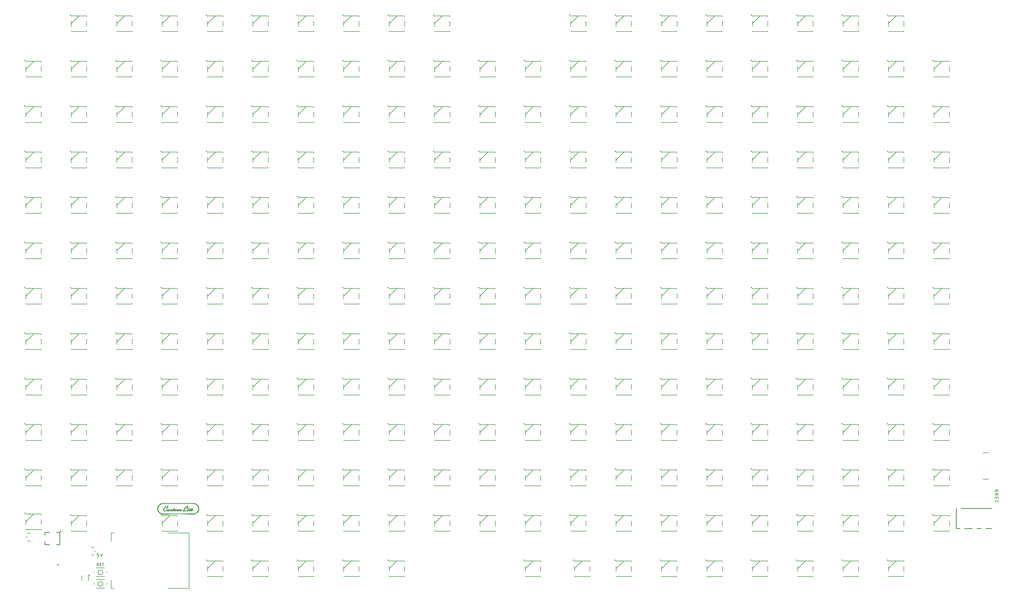
<source format=gto>
G04 EAGLE Gerber RS-274X export*
G75*
%MOMM*%
%FSLAX34Y34*%
%LPD*%
%INSilkscreen Top*%
%IPPOS*%
%AMOC8*
5,1,8,0,0,1.08239X$1,22.5*%
G01*
%ADD10C,0.203200*%
%ADD11C,0.152400*%
%ADD12C,0.508000*%
%ADD13C,0.127000*%
%ADD14C,0.254000*%
%ADD15C,0.254000*%
%ADD16R,10.590000X0.040000*%
%ADD17R,11.000000X0.030000*%
%ADD18R,0.480000X0.040000*%
%ADD19R,0.110000X0.040000*%
%ADD20R,0.600000X0.040000*%
%ADD21R,0.370000X0.040000*%
%ADD22R,0.330000X0.040000*%
%ADD23R,0.300000X0.030000*%
%ADD24R,0.220000X0.030000*%
%ADD25R,0.110000X0.030000*%
%ADD26R,0.220000X0.040000*%
%ADD27R,10.820000X0.040000*%
%ADD28R,0.250000X0.040000*%
%ADD29R,11.110000X0.040000*%
%ADD30R,2.340000X0.040000*%
%ADD31R,0.070000X0.040000*%
%ADD32R,0.180000X0.040000*%
%ADD33R,1.780000X0.040000*%
%ADD34R,0.190000X0.030000*%
%ADD35R,0.370000X0.030000*%
%ADD36R,0.410000X0.030000*%
%ADD37R,0.190000X0.040000*%
%ADD38R,0.300000X0.040000*%
%ADD39R,0.260000X0.040000*%
%ADD40R,0.140000X0.030000*%
%ADD41R,0.250000X0.030000*%
%ADD42R,0.150000X0.040000*%
%ADD43R,0.230000X0.040000*%
%ADD44R,0.140000X0.040000*%
%ADD45R,0.230000X0.030000*%
%ADD46R,0.150000X0.030000*%
%ADD47R,0.120000X0.040000*%
%ADD48R,0.180000X0.030000*%
%ADD49R,0.120000X0.030000*%
%ADD50R,0.550000X0.040000*%
%ADD51R,0.670000X0.040000*%
%ADD52R,0.630000X0.040000*%
%ADD53R,0.750000X0.030000*%
%ADD54R,0.670000X0.030000*%
%ADD55R,0.820000X0.040000*%
%ADD56R,0.340000X0.040000*%
%ADD57R,0.330000X0.030000*%
%ADD58R,0.260000X0.030000*%
%ADD59R,0.290000X0.030000*%
%ADD60R,0.290000X0.040000*%
%ADD61R,0.340000X0.030000*%
%ADD62R,0.070000X0.030000*%
%ADD63R,0.080000X0.040000*%
%ADD64R,0.080000X0.030000*%
%ADD65R,1.230000X0.040000*%
%ADD66R,0.700000X0.030000*%
%ADD67R,1.330000X0.030000*%
%ADD68R,0.740000X0.040000*%
%ADD69R,0.520000X0.040000*%
%ADD70R,1.330000X0.040000*%
%ADD71R,0.710000X0.040000*%
%ADD72R,0.040000X0.040000*%
%ADD73R,1.340000X0.040000*%
%ADD74R,1.260000X0.030000*%
%ADD75R,0.450000X0.040000*%
%ADD76R,0.780000X0.040000*%
%ADD77R,0.410000X0.040000*%
%ADD78R,0.510000X0.040000*%
%ADD79R,0.890000X0.040000*%
%ADD80R,1.820000X0.040000*%
%ADD81R,0.400000X0.040000*%
%ADD82R,0.480000X0.030000*%
%ADD83R,1.740000X0.030000*%
%ADD84R,0.440000X0.030000*%
%ADD85R,1.740000X0.040000*%
%ADD86R,0.440000X0.040000*%
%ADD87R,0.590000X0.030000*%
%ADD88R,0.960000X0.030000*%
%ADD89R,0.520000X0.030000*%
%ADD90R,1.410000X0.030000*%
%ADD91R,0.560000X0.030000*%
%ADD92R,1.600000X0.040000*%
%ADD93R,0.490000X0.040000*%
%ADD94R,2.230000X0.040000*%
%ADD95R,1.070000X0.040000*%
%ADD96R,1.960000X0.040000*%
%ADD97R,0.590000X0.040000*%
%ADD98R,0.700000X0.040000*%
%ADD99R,1.850000X0.040000*%
%ADD100R,1.040000X0.030000*%
%ADD101R,1.290000X0.030000*%
%ADD102R,0.550000X0.030000*%
%ADD103R,1.260000X0.040000*%
%ADD104R,1.190000X0.040000*%
%ADD105R,0.040000X0.030000*%
%ADD106R,0.380000X0.040000*%
%ADD107R,11.220000X0.030000*%
%ADD108R,11.030000X0.040000*%
%ADD109R,3.220000X0.040000*%
%ADD110R,3.590000X0.040000*%
%ADD111R,4.960000X0.040000*%
%ADD112R,2.300000X0.040000*%
%ADD113R,3.810000X0.040000*%
%ADD114R,10.850000X0.040000*%
%ADD115R,2.110000X0.030000*%
%ADD116R,1.630000X0.030000*%
%ADD117C,0.406400*%


D10*
X285025Y113996D02*
X288581Y113996D01*
X288676Y113998D01*
X288772Y114004D01*
X288867Y114013D01*
X288961Y114027D01*
X289055Y114044D01*
X289148Y114065D01*
X289241Y114090D01*
X289332Y114118D01*
X289422Y114150D01*
X289510Y114186D01*
X289597Y114225D01*
X289683Y114268D01*
X289767Y114314D01*
X289848Y114363D01*
X289928Y114416D01*
X290005Y114472D01*
X290081Y114530D01*
X290153Y114592D01*
X290223Y114657D01*
X290291Y114725D01*
X290356Y114795D01*
X290418Y114867D01*
X290476Y114943D01*
X290532Y115020D01*
X290585Y115100D01*
X290634Y115182D01*
X290680Y115265D01*
X290723Y115351D01*
X290762Y115438D01*
X290798Y115526D01*
X290830Y115616D01*
X290858Y115707D01*
X290883Y115800D01*
X290904Y115893D01*
X290921Y115987D01*
X290935Y116081D01*
X290944Y116176D01*
X290950Y116272D01*
X290952Y116367D01*
X290951Y116367D02*
X290951Y117552D01*
X290952Y117552D02*
X290950Y117647D01*
X290944Y117743D01*
X290935Y117838D01*
X290921Y117932D01*
X290904Y118026D01*
X290883Y118119D01*
X290858Y118212D01*
X290830Y118303D01*
X290798Y118393D01*
X290762Y118481D01*
X290723Y118568D01*
X290680Y118654D01*
X290634Y118738D01*
X290585Y118819D01*
X290532Y118899D01*
X290476Y118976D01*
X290418Y119052D01*
X290356Y119124D01*
X290291Y119194D01*
X290223Y119262D01*
X290153Y119327D01*
X290081Y119389D01*
X290005Y119447D01*
X289928Y119503D01*
X289848Y119556D01*
X289767Y119605D01*
X289683Y119651D01*
X289597Y119694D01*
X289510Y119733D01*
X289422Y119769D01*
X289332Y119801D01*
X289241Y119829D01*
X289148Y119854D01*
X289055Y119875D01*
X288961Y119892D01*
X288867Y119906D01*
X288772Y119915D01*
X288676Y119921D01*
X288581Y119923D01*
X285025Y119923D01*
X285025Y124664D01*
X290951Y124664D01*
X295862Y124664D02*
X299418Y113996D01*
X302974Y124664D01*
X3251566Y297887D02*
X3253937Y294924D01*
X3251566Y297887D02*
X3262234Y297887D01*
X3262234Y294924D02*
X3262234Y300851D01*
X3262234Y306354D02*
X3262234Y309317D01*
X3262232Y309424D01*
X3262226Y309531D01*
X3262217Y309637D01*
X3262203Y309743D01*
X3262186Y309849D01*
X3262165Y309954D01*
X3262140Y310058D01*
X3262111Y310161D01*
X3262079Y310263D01*
X3262043Y310364D01*
X3262003Y310463D01*
X3261960Y310561D01*
X3261913Y310657D01*
X3261863Y310752D01*
X3261810Y310845D01*
X3261753Y310935D01*
X3261693Y311024D01*
X3261630Y311110D01*
X3261564Y311194D01*
X3261494Y311276D01*
X3261422Y311355D01*
X3261347Y311431D01*
X3261269Y311505D01*
X3261189Y311575D01*
X3261106Y311643D01*
X3261021Y311708D01*
X3260934Y311769D01*
X3260844Y311828D01*
X3260753Y311883D01*
X3260659Y311935D01*
X3260563Y311983D01*
X3260466Y312028D01*
X3260368Y312070D01*
X3260268Y312107D01*
X3260166Y312142D01*
X3260064Y312172D01*
X3259960Y312199D01*
X3259856Y312222D01*
X3259750Y312241D01*
X3259644Y312256D01*
X3259538Y312268D01*
X3259431Y312276D01*
X3259324Y312280D01*
X3259218Y312280D01*
X3259111Y312276D01*
X3259004Y312268D01*
X3258898Y312256D01*
X3258792Y312241D01*
X3258686Y312222D01*
X3258582Y312199D01*
X3258478Y312172D01*
X3258376Y312142D01*
X3258274Y312107D01*
X3258174Y312070D01*
X3258076Y312028D01*
X3257979Y311983D01*
X3257883Y311935D01*
X3257790Y311883D01*
X3257698Y311828D01*
X3257608Y311769D01*
X3257521Y311708D01*
X3257436Y311643D01*
X3257353Y311575D01*
X3257273Y311505D01*
X3257195Y311431D01*
X3257120Y311355D01*
X3257048Y311276D01*
X3256978Y311194D01*
X3256912Y311110D01*
X3256849Y311024D01*
X3256789Y310935D01*
X3256732Y310845D01*
X3256679Y310752D01*
X3256629Y310657D01*
X3256582Y310561D01*
X3256539Y310463D01*
X3256499Y310364D01*
X3256463Y310263D01*
X3256431Y310161D01*
X3256402Y310058D01*
X3256377Y309954D01*
X3256356Y309849D01*
X3256339Y309743D01*
X3256325Y309637D01*
X3256316Y309531D01*
X3256310Y309424D01*
X3256308Y309317D01*
X3251566Y309910D02*
X3251566Y306354D01*
X3251566Y309910D02*
X3251568Y310007D01*
X3251574Y310103D01*
X3251584Y310199D01*
X3251598Y310295D01*
X3251615Y310390D01*
X3251637Y310485D01*
X3251662Y310578D01*
X3251691Y310670D01*
X3251724Y310761D01*
X3251761Y310851D01*
X3251801Y310939D01*
X3251845Y311025D01*
X3251892Y311109D01*
X3251942Y311192D01*
X3251996Y311272D01*
X3252054Y311350D01*
X3252114Y311426D01*
X3252177Y311499D01*
X3252243Y311569D01*
X3252313Y311637D01*
X3252384Y311702D01*
X3252459Y311764D01*
X3252536Y311822D01*
X3252615Y311878D01*
X3252696Y311930D01*
X3252780Y311979D01*
X3252865Y312025D01*
X3252952Y312067D01*
X3253041Y312105D01*
X3253131Y312140D01*
X3253223Y312171D01*
X3253316Y312198D01*
X3253409Y312222D01*
X3253504Y312241D01*
X3253600Y312257D01*
X3253696Y312269D01*
X3253792Y312277D01*
X3253889Y312281D01*
X3253985Y312281D01*
X3254082Y312277D01*
X3254178Y312269D01*
X3254274Y312257D01*
X3254370Y312241D01*
X3254465Y312222D01*
X3254558Y312198D01*
X3254651Y312171D01*
X3254743Y312140D01*
X3254833Y312105D01*
X3254922Y312067D01*
X3255009Y312025D01*
X3255094Y311979D01*
X3255178Y311930D01*
X3255259Y311878D01*
X3255338Y311822D01*
X3255415Y311764D01*
X3255490Y311702D01*
X3255561Y311637D01*
X3255631Y311569D01*
X3255697Y311499D01*
X3255760Y311426D01*
X3255820Y311350D01*
X3255878Y311272D01*
X3255932Y311192D01*
X3255982Y311109D01*
X3256029Y311025D01*
X3256073Y310939D01*
X3256113Y310851D01*
X3256150Y310761D01*
X3256183Y310670D01*
X3256212Y310578D01*
X3256237Y310485D01*
X3256259Y310390D01*
X3256276Y310295D01*
X3256290Y310199D01*
X3256300Y310103D01*
X3256306Y310007D01*
X3256308Y309910D01*
X3256307Y309910D02*
X3256307Y307539D01*
X3251566Y318165D02*
X3262234Y318165D01*
X3262234Y324092D02*
X3251566Y318165D01*
X3251566Y324092D02*
X3262234Y324092D01*
X3262234Y330467D02*
X3251566Y330467D01*
X3251566Y333431D01*
X3251568Y333538D01*
X3251574Y333645D01*
X3251583Y333751D01*
X3251597Y333857D01*
X3251614Y333963D01*
X3251635Y334068D01*
X3251660Y334172D01*
X3251689Y334275D01*
X3251721Y334377D01*
X3251757Y334478D01*
X3251797Y334577D01*
X3251840Y334675D01*
X3251887Y334771D01*
X3251937Y334866D01*
X3251990Y334959D01*
X3252047Y335049D01*
X3252107Y335138D01*
X3252170Y335224D01*
X3252236Y335308D01*
X3252306Y335390D01*
X3252378Y335469D01*
X3252453Y335545D01*
X3252531Y335619D01*
X3252611Y335689D01*
X3252694Y335757D01*
X3252779Y335822D01*
X3252866Y335883D01*
X3252956Y335942D01*
X3253048Y335997D01*
X3253141Y336049D01*
X3253237Y336097D01*
X3253334Y336142D01*
X3253432Y336184D01*
X3253532Y336221D01*
X3253634Y336256D01*
X3253736Y336286D01*
X3253840Y336313D01*
X3253944Y336336D01*
X3254050Y336355D01*
X3254156Y336370D01*
X3254262Y336382D01*
X3254369Y336390D01*
X3254476Y336394D01*
X3254582Y336394D01*
X3254689Y336390D01*
X3254796Y336382D01*
X3254902Y336370D01*
X3255008Y336355D01*
X3255114Y336336D01*
X3255218Y336313D01*
X3255322Y336286D01*
X3255424Y336256D01*
X3255526Y336221D01*
X3255626Y336184D01*
X3255724Y336142D01*
X3255821Y336097D01*
X3255917Y336049D01*
X3256011Y335997D01*
X3256102Y335942D01*
X3256192Y335883D01*
X3256279Y335822D01*
X3256364Y335757D01*
X3256447Y335689D01*
X3256527Y335619D01*
X3256605Y335545D01*
X3256680Y335469D01*
X3256752Y335390D01*
X3256822Y335308D01*
X3256888Y335224D01*
X3256951Y335138D01*
X3257011Y335049D01*
X3257068Y334959D01*
X3257121Y334866D01*
X3257171Y334771D01*
X3257218Y334675D01*
X3257261Y334577D01*
X3257301Y334478D01*
X3257337Y334377D01*
X3257369Y334275D01*
X3257398Y334172D01*
X3257423Y334068D01*
X3257444Y333963D01*
X3257461Y333857D01*
X3257475Y333751D01*
X3257484Y333645D01*
X3257490Y333538D01*
X3257492Y333431D01*
X3257493Y333431D02*
X3257493Y330467D01*
X3257493Y334023D02*
X3262234Y336394D01*
D11*
X284709Y93218D02*
X284709Y84582D01*
X284709Y93218D02*
X287108Y93218D01*
X287205Y93216D01*
X287301Y93210D01*
X287397Y93201D01*
X287493Y93187D01*
X287588Y93170D01*
X287682Y93148D01*
X287775Y93123D01*
X287868Y93095D01*
X287959Y93062D01*
X288048Y93026D01*
X288136Y92986D01*
X288223Y92943D01*
X288308Y92897D01*
X288390Y92847D01*
X288471Y92793D01*
X288549Y92737D01*
X288625Y92677D01*
X288699Y92615D01*
X288770Y92549D01*
X288838Y92481D01*
X288904Y92410D01*
X288966Y92336D01*
X289026Y92260D01*
X289082Y92182D01*
X289136Y92101D01*
X289186Y92018D01*
X289232Y91934D01*
X289275Y91847D01*
X289315Y91759D01*
X289351Y91670D01*
X289384Y91579D01*
X289412Y91486D01*
X289437Y91393D01*
X289459Y91299D01*
X289476Y91204D01*
X289490Y91108D01*
X289499Y91012D01*
X289505Y90916D01*
X289507Y90819D01*
X289505Y90722D01*
X289499Y90626D01*
X289490Y90530D01*
X289476Y90434D01*
X289459Y90339D01*
X289437Y90245D01*
X289412Y90152D01*
X289384Y90059D01*
X289351Y89968D01*
X289315Y89879D01*
X289275Y89791D01*
X289232Y89704D01*
X289186Y89619D01*
X289136Y89537D01*
X289082Y89456D01*
X289026Y89378D01*
X288966Y89302D01*
X288904Y89228D01*
X288838Y89157D01*
X288770Y89089D01*
X288699Y89023D01*
X288625Y88961D01*
X288549Y88901D01*
X288471Y88845D01*
X288390Y88791D01*
X288308Y88741D01*
X288223Y88695D01*
X288136Y88652D01*
X288048Y88612D01*
X287959Y88576D01*
X287868Y88543D01*
X287775Y88515D01*
X287682Y88490D01*
X287588Y88468D01*
X287493Y88451D01*
X287397Y88437D01*
X287301Y88428D01*
X287205Y88422D01*
X287108Y88420D01*
X284709Y88420D01*
X287588Y88420D02*
X289507Y84582D01*
X296342Y84582D02*
X296428Y84584D01*
X296514Y84590D01*
X296600Y84599D01*
X296685Y84613D01*
X296769Y84630D01*
X296853Y84651D01*
X296935Y84676D01*
X297016Y84704D01*
X297096Y84736D01*
X297175Y84772D01*
X297251Y84811D01*
X297326Y84854D01*
X297399Y84899D01*
X297470Y84949D01*
X297538Y85001D01*
X297605Y85056D01*
X297668Y85114D01*
X297729Y85175D01*
X297787Y85238D01*
X297842Y85305D01*
X297895Y85373D01*
X297944Y85444D01*
X297989Y85517D01*
X298032Y85592D01*
X298071Y85668D01*
X298107Y85747D01*
X298139Y85827D01*
X298167Y85908D01*
X298192Y85990D01*
X298213Y86074D01*
X298230Y86158D01*
X298244Y86243D01*
X298253Y86329D01*
X298259Y86415D01*
X298261Y86501D01*
X296342Y84582D02*
X296219Y84584D01*
X296096Y84589D01*
X295973Y84599D01*
X295851Y84612D01*
X295729Y84629D01*
X295607Y84649D01*
X295487Y84673D01*
X295367Y84701D01*
X295248Y84732D01*
X295130Y84767D01*
X295013Y84806D01*
X294897Y84848D01*
X294783Y84894D01*
X294670Y84943D01*
X294559Y84995D01*
X294449Y85051D01*
X294341Y85110D01*
X294235Y85173D01*
X294130Y85238D01*
X294028Y85307D01*
X293928Y85379D01*
X293831Y85454D01*
X293735Y85531D01*
X293642Y85612D01*
X293551Y85695D01*
X293463Y85781D01*
X293704Y91299D02*
X293706Y91385D01*
X293712Y91471D01*
X293721Y91557D01*
X293735Y91642D01*
X293752Y91726D01*
X293773Y91810D01*
X293798Y91892D01*
X293826Y91973D01*
X293858Y92053D01*
X293894Y92132D01*
X293933Y92208D01*
X293976Y92283D01*
X294021Y92356D01*
X294070Y92427D01*
X294123Y92495D01*
X294178Y92562D01*
X294236Y92625D01*
X294297Y92686D01*
X294360Y92744D01*
X294427Y92799D01*
X294495Y92852D01*
X294566Y92901D01*
X294639Y92946D01*
X294714Y92989D01*
X294790Y93028D01*
X294869Y93064D01*
X294949Y93096D01*
X295030Y93124D01*
X295112Y93149D01*
X295196Y93170D01*
X295280Y93187D01*
X295365Y93201D01*
X295451Y93210D01*
X295537Y93216D01*
X295623Y93218D01*
X295739Y93216D01*
X295854Y93211D01*
X295970Y93201D01*
X296085Y93188D01*
X296199Y93172D01*
X296313Y93151D01*
X296427Y93127D01*
X296539Y93099D01*
X296650Y93068D01*
X296761Y93033D01*
X296870Y92995D01*
X296978Y92953D01*
X297084Y92908D01*
X297190Y92859D01*
X297293Y92807D01*
X297395Y92752D01*
X297494Y92693D01*
X297592Y92631D01*
X297688Y92566D01*
X297782Y92498D01*
X294663Y89620D02*
X294589Y89666D01*
X294516Y89716D01*
X294446Y89769D01*
X294378Y89825D01*
X294313Y89884D01*
X294250Y89946D01*
X294191Y90011D01*
X294134Y90078D01*
X294080Y90148D01*
X294030Y90220D01*
X293983Y90294D01*
X293939Y90370D01*
X293899Y90449D01*
X293863Y90529D01*
X293830Y90610D01*
X293801Y90693D01*
X293775Y90778D01*
X293753Y90863D01*
X293736Y90949D01*
X293722Y91036D01*
X293712Y91123D01*
X293706Y91211D01*
X293704Y91299D01*
X297302Y88180D02*
X297376Y88134D01*
X297449Y88084D01*
X297519Y88031D01*
X297587Y87975D01*
X297652Y87916D01*
X297715Y87854D01*
X297774Y87789D01*
X297831Y87722D01*
X297885Y87652D01*
X297935Y87580D01*
X297982Y87506D01*
X298026Y87430D01*
X298066Y87351D01*
X298102Y87271D01*
X298135Y87190D01*
X298164Y87107D01*
X298190Y87022D01*
X298212Y86937D01*
X298229Y86851D01*
X298243Y86764D01*
X298253Y86677D01*
X298259Y86589D01*
X298261Y86501D01*
X297302Y88180D02*
X294663Y89620D01*
X304092Y93218D02*
X304092Y84582D01*
X301693Y93218D02*
X306491Y93218D01*
D12*
X258135Y54610D03*
D10*
X255976Y50673D02*
X255976Y36957D01*
X233624Y36957D02*
X233624Y51943D01*
X254579Y36957D02*
X255976Y36957D01*
X235021Y36957D02*
X233624Y36957D01*
X254579Y51943D02*
X255976Y50673D01*
X235021Y51943D02*
X233624Y51943D01*
D13*
X287550Y63500D02*
X287552Y63698D01*
X287560Y63895D01*
X287572Y64092D01*
X287589Y64289D01*
X287611Y64485D01*
X287637Y64681D01*
X287669Y64876D01*
X287705Y65070D01*
X287746Y65264D01*
X287791Y65456D01*
X287842Y65647D01*
X287897Y65837D01*
X287956Y66025D01*
X288021Y66212D01*
X288089Y66397D01*
X288163Y66581D01*
X288241Y66762D01*
X288323Y66942D01*
X288410Y67119D01*
X288501Y67295D01*
X288596Y67468D01*
X288695Y67639D01*
X288799Y67807D01*
X288907Y67972D01*
X289018Y68135D01*
X289134Y68295D01*
X289254Y68453D01*
X289377Y68607D01*
X289504Y68758D01*
X289635Y68906D01*
X289770Y69051D01*
X289908Y69192D01*
X290049Y69330D01*
X290194Y69465D01*
X290342Y69596D01*
X290493Y69723D01*
X290647Y69846D01*
X290805Y69966D01*
X290965Y70082D01*
X291128Y70193D01*
X291293Y70301D01*
X291461Y70405D01*
X291632Y70504D01*
X291805Y70599D01*
X291981Y70690D01*
X292158Y70777D01*
X292338Y70859D01*
X292519Y70937D01*
X292703Y71011D01*
X292888Y71079D01*
X293075Y71144D01*
X293263Y71203D01*
X293453Y71258D01*
X293644Y71309D01*
X293836Y71354D01*
X294030Y71395D01*
X294224Y71431D01*
X294419Y71463D01*
X294615Y71489D01*
X294811Y71511D01*
X295008Y71528D01*
X295205Y71540D01*
X295402Y71548D01*
X295600Y71550D01*
X295798Y71548D01*
X295995Y71540D01*
X296192Y71528D01*
X296389Y71511D01*
X296585Y71489D01*
X296781Y71463D01*
X296976Y71431D01*
X297170Y71395D01*
X297364Y71354D01*
X297556Y71309D01*
X297747Y71258D01*
X297937Y71203D01*
X298125Y71144D01*
X298312Y71079D01*
X298497Y71011D01*
X298681Y70937D01*
X298862Y70859D01*
X299042Y70777D01*
X299219Y70690D01*
X299395Y70599D01*
X299568Y70504D01*
X299739Y70405D01*
X299907Y70301D01*
X300072Y70193D01*
X300235Y70082D01*
X300395Y69966D01*
X300553Y69846D01*
X300707Y69723D01*
X300858Y69596D01*
X301006Y69465D01*
X301151Y69330D01*
X301292Y69192D01*
X301430Y69051D01*
X301565Y68906D01*
X301696Y68758D01*
X301823Y68607D01*
X301946Y68453D01*
X302066Y68295D01*
X302182Y68135D01*
X302293Y67972D01*
X302401Y67807D01*
X302505Y67639D01*
X302604Y67468D01*
X302699Y67295D01*
X302790Y67119D01*
X302877Y66942D01*
X302959Y66762D01*
X303037Y66581D01*
X303111Y66397D01*
X303179Y66212D01*
X303244Y66025D01*
X303303Y65837D01*
X303358Y65647D01*
X303409Y65456D01*
X303454Y65264D01*
X303495Y65070D01*
X303531Y64876D01*
X303563Y64681D01*
X303589Y64485D01*
X303611Y64289D01*
X303628Y64092D01*
X303640Y63895D01*
X303648Y63698D01*
X303650Y63500D01*
X303648Y63302D01*
X303640Y63105D01*
X303628Y62908D01*
X303611Y62711D01*
X303589Y62515D01*
X303563Y62319D01*
X303531Y62124D01*
X303495Y61930D01*
X303454Y61736D01*
X303409Y61544D01*
X303358Y61353D01*
X303303Y61163D01*
X303244Y60975D01*
X303179Y60788D01*
X303111Y60603D01*
X303037Y60419D01*
X302959Y60238D01*
X302877Y60058D01*
X302790Y59881D01*
X302699Y59705D01*
X302604Y59532D01*
X302505Y59361D01*
X302401Y59193D01*
X302293Y59028D01*
X302182Y58865D01*
X302066Y58705D01*
X301946Y58547D01*
X301823Y58393D01*
X301696Y58242D01*
X301565Y58094D01*
X301430Y57949D01*
X301292Y57808D01*
X301151Y57670D01*
X301006Y57535D01*
X300858Y57404D01*
X300707Y57277D01*
X300553Y57154D01*
X300395Y57034D01*
X300235Y56918D01*
X300072Y56807D01*
X299907Y56699D01*
X299739Y56595D01*
X299568Y56496D01*
X299395Y56401D01*
X299219Y56310D01*
X299042Y56223D01*
X298862Y56141D01*
X298681Y56063D01*
X298497Y55989D01*
X298312Y55921D01*
X298125Y55856D01*
X297937Y55797D01*
X297747Y55742D01*
X297556Y55691D01*
X297364Y55646D01*
X297170Y55605D01*
X296976Y55569D01*
X296781Y55537D01*
X296585Y55511D01*
X296389Y55489D01*
X296192Y55472D01*
X295995Y55460D01*
X295798Y55452D01*
X295600Y55450D01*
X295402Y55452D01*
X295205Y55460D01*
X295008Y55472D01*
X294811Y55489D01*
X294615Y55511D01*
X294419Y55537D01*
X294224Y55569D01*
X294030Y55605D01*
X293836Y55646D01*
X293644Y55691D01*
X293453Y55742D01*
X293263Y55797D01*
X293075Y55856D01*
X292888Y55921D01*
X292703Y55989D01*
X292519Y56063D01*
X292338Y56141D01*
X292158Y56223D01*
X291981Y56310D01*
X291805Y56401D01*
X291632Y56496D01*
X291461Y56595D01*
X291293Y56699D01*
X291128Y56807D01*
X290965Y56918D01*
X290805Y57034D01*
X290647Y57154D01*
X290493Y57277D01*
X290342Y57404D01*
X290194Y57535D01*
X290049Y57670D01*
X289908Y57808D01*
X289770Y57949D01*
X289635Y58094D01*
X289504Y58242D01*
X289377Y58393D01*
X289254Y58547D01*
X289134Y58705D01*
X289018Y58865D01*
X288907Y59028D01*
X288799Y59193D01*
X288695Y59361D01*
X288596Y59532D01*
X288501Y59705D01*
X288410Y59881D01*
X288323Y60058D01*
X288241Y60238D01*
X288163Y60419D01*
X288089Y60603D01*
X288021Y60788D01*
X287956Y60975D01*
X287897Y61163D01*
X287842Y61353D01*
X287791Y61544D01*
X287746Y61736D01*
X287705Y61930D01*
X287669Y62124D01*
X287637Y62319D01*
X287611Y62515D01*
X287589Y62711D01*
X287572Y62908D01*
X287560Y63105D01*
X287552Y63302D01*
X287550Y63500D01*
D10*
X282220Y77500D02*
X308980Y77500D01*
X308980Y49500D02*
X282220Y49500D01*
X316600Y62200D02*
X316600Y64800D01*
X274600Y64800D02*
X274600Y62200D01*
D13*
X287550Y25400D02*
X287552Y25598D01*
X287560Y25795D01*
X287572Y25992D01*
X287589Y26189D01*
X287611Y26385D01*
X287637Y26581D01*
X287669Y26776D01*
X287705Y26970D01*
X287746Y27164D01*
X287791Y27356D01*
X287842Y27547D01*
X287897Y27737D01*
X287956Y27925D01*
X288021Y28112D01*
X288089Y28297D01*
X288163Y28481D01*
X288241Y28662D01*
X288323Y28842D01*
X288410Y29019D01*
X288501Y29195D01*
X288596Y29368D01*
X288695Y29539D01*
X288799Y29707D01*
X288907Y29872D01*
X289018Y30035D01*
X289134Y30195D01*
X289254Y30353D01*
X289377Y30507D01*
X289504Y30658D01*
X289635Y30806D01*
X289770Y30951D01*
X289908Y31092D01*
X290049Y31230D01*
X290194Y31365D01*
X290342Y31496D01*
X290493Y31623D01*
X290647Y31746D01*
X290805Y31866D01*
X290965Y31982D01*
X291128Y32093D01*
X291293Y32201D01*
X291461Y32305D01*
X291632Y32404D01*
X291805Y32499D01*
X291981Y32590D01*
X292158Y32677D01*
X292338Y32759D01*
X292519Y32837D01*
X292703Y32911D01*
X292888Y32979D01*
X293075Y33044D01*
X293263Y33103D01*
X293453Y33158D01*
X293644Y33209D01*
X293836Y33254D01*
X294030Y33295D01*
X294224Y33331D01*
X294419Y33363D01*
X294615Y33389D01*
X294811Y33411D01*
X295008Y33428D01*
X295205Y33440D01*
X295402Y33448D01*
X295600Y33450D01*
X295798Y33448D01*
X295995Y33440D01*
X296192Y33428D01*
X296389Y33411D01*
X296585Y33389D01*
X296781Y33363D01*
X296976Y33331D01*
X297170Y33295D01*
X297364Y33254D01*
X297556Y33209D01*
X297747Y33158D01*
X297937Y33103D01*
X298125Y33044D01*
X298312Y32979D01*
X298497Y32911D01*
X298681Y32837D01*
X298862Y32759D01*
X299042Y32677D01*
X299219Y32590D01*
X299395Y32499D01*
X299568Y32404D01*
X299739Y32305D01*
X299907Y32201D01*
X300072Y32093D01*
X300235Y31982D01*
X300395Y31866D01*
X300553Y31746D01*
X300707Y31623D01*
X300858Y31496D01*
X301006Y31365D01*
X301151Y31230D01*
X301292Y31092D01*
X301430Y30951D01*
X301565Y30806D01*
X301696Y30658D01*
X301823Y30507D01*
X301946Y30353D01*
X302066Y30195D01*
X302182Y30035D01*
X302293Y29872D01*
X302401Y29707D01*
X302505Y29539D01*
X302604Y29368D01*
X302699Y29195D01*
X302790Y29019D01*
X302877Y28842D01*
X302959Y28662D01*
X303037Y28481D01*
X303111Y28297D01*
X303179Y28112D01*
X303244Y27925D01*
X303303Y27737D01*
X303358Y27547D01*
X303409Y27356D01*
X303454Y27164D01*
X303495Y26970D01*
X303531Y26776D01*
X303563Y26581D01*
X303589Y26385D01*
X303611Y26189D01*
X303628Y25992D01*
X303640Y25795D01*
X303648Y25598D01*
X303650Y25400D01*
X303648Y25202D01*
X303640Y25005D01*
X303628Y24808D01*
X303611Y24611D01*
X303589Y24415D01*
X303563Y24219D01*
X303531Y24024D01*
X303495Y23830D01*
X303454Y23636D01*
X303409Y23444D01*
X303358Y23253D01*
X303303Y23063D01*
X303244Y22875D01*
X303179Y22688D01*
X303111Y22503D01*
X303037Y22319D01*
X302959Y22138D01*
X302877Y21958D01*
X302790Y21781D01*
X302699Y21605D01*
X302604Y21432D01*
X302505Y21261D01*
X302401Y21093D01*
X302293Y20928D01*
X302182Y20765D01*
X302066Y20605D01*
X301946Y20447D01*
X301823Y20293D01*
X301696Y20142D01*
X301565Y19994D01*
X301430Y19849D01*
X301292Y19708D01*
X301151Y19570D01*
X301006Y19435D01*
X300858Y19304D01*
X300707Y19177D01*
X300553Y19054D01*
X300395Y18934D01*
X300235Y18818D01*
X300072Y18707D01*
X299907Y18599D01*
X299739Y18495D01*
X299568Y18396D01*
X299395Y18301D01*
X299219Y18210D01*
X299042Y18123D01*
X298862Y18041D01*
X298681Y17963D01*
X298497Y17889D01*
X298312Y17821D01*
X298125Y17756D01*
X297937Y17697D01*
X297747Y17642D01*
X297556Y17591D01*
X297364Y17546D01*
X297170Y17505D01*
X296976Y17469D01*
X296781Y17437D01*
X296585Y17411D01*
X296389Y17389D01*
X296192Y17372D01*
X295995Y17360D01*
X295798Y17352D01*
X295600Y17350D01*
X295402Y17352D01*
X295205Y17360D01*
X295008Y17372D01*
X294811Y17389D01*
X294615Y17411D01*
X294419Y17437D01*
X294224Y17469D01*
X294030Y17505D01*
X293836Y17546D01*
X293644Y17591D01*
X293453Y17642D01*
X293263Y17697D01*
X293075Y17756D01*
X292888Y17821D01*
X292703Y17889D01*
X292519Y17963D01*
X292338Y18041D01*
X292158Y18123D01*
X291981Y18210D01*
X291805Y18301D01*
X291632Y18396D01*
X291461Y18495D01*
X291293Y18599D01*
X291128Y18707D01*
X290965Y18818D01*
X290805Y18934D01*
X290647Y19054D01*
X290493Y19177D01*
X290342Y19304D01*
X290194Y19435D01*
X290049Y19570D01*
X289908Y19708D01*
X289770Y19849D01*
X289635Y19994D01*
X289504Y20142D01*
X289377Y20293D01*
X289254Y20447D01*
X289134Y20605D01*
X289018Y20765D01*
X288907Y20928D01*
X288799Y21093D01*
X288695Y21261D01*
X288596Y21432D01*
X288501Y21605D01*
X288410Y21781D01*
X288323Y21958D01*
X288241Y22138D01*
X288163Y22319D01*
X288089Y22503D01*
X288021Y22688D01*
X287956Y22875D01*
X287897Y23063D01*
X287842Y23253D01*
X287791Y23444D01*
X287746Y23636D01*
X287705Y23830D01*
X287669Y24024D01*
X287637Y24219D01*
X287611Y24415D01*
X287589Y24611D01*
X287572Y24808D01*
X287560Y25005D01*
X287552Y25202D01*
X287550Y25400D01*
D10*
X282220Y11400D02*
X308980Y11400D01*
X308980Y39400D02*
X282220Y39400D01*
X274600Y26700D02*
X274600Y24100D01*
X316600Y24100D02*
X316600Y26700D01*
X331030Y165100D02*
X331030Y192870D01*
X341300Y192870D01*
X331030Y38100D02*
X331030Y10330D01*
X341300Y10330D01*
X518410Y192870D02*
X588570Y192870D01*
X588570Y10330D02*
X518410Y10330D01*
X588570Y10330D02*
X588570Y192870D01*
X63494Y192400D02*
X54906Y192400D01*
X54906Y167000D02*
X63494Y167000D01*
X52112Y177016D02*
X52112Y182384D01*
D14*
X69360Y163698D03*
D13*
X154544Y88500D02*
X154546Y88579D01*
X154552Y88657D01*
X154562Y88736D01*
X154576Y88813D01*
X154594Y88890D01*
X154615Y88966D01*
X154641Y89040D01*
X154670Y89114D01*
X154703Y89185D01*
X154740Y89255D01*
X154780Y89323D01*
X154823Y89389D01*
X154870Y89452D01*
X154919Y89514D01*
X154972Y89572D01*
X155028Y89628D01*
X155086Y89681D01*
X155148Y89730D01*
X155211Y89777D01*
X155277Y89820D01*
X155345Y89860D01*
X155415Y89897D01*
X155486Y89930D01*
X155560Y89959D01*
X155634Y89985D01*
X155710Y90006D01*
X155787Y90024D01*
X155864Y90038D01*
X155943Y90048D01*
X156021Y90054D01*
X156100Y90056D01*
X156179Y90054D01*
X156257Y90048D01*
X156336Y90038D01*
X156413Y90024D01*
X156490Y90006D01*
X156566Y89985D01*
X156640Y89959D01*
X156714Y89930D01*
X156785Y89897D01*
X156855Y89860D01*
X156923Y89820D01*
X156989Y89777D01*
X157052Y89730D01*
X157114Y89681D01*
X157172Y89628D01*
X157228Y89572D01*
X157281Y89514D01*
X157330Y89452D01*
X157377Y89389D01*
X157420Y89323D01*
X157460Y89255D01*
X157497Y89185D01*
X157530Y89114D01*
X157559Y89040D01*
X157585Y88966D01*
X157606Y88890D01*
X157624Y88813D01*
X157638Y88736D01*
X157648Y88657D01*
X157654Y88579D01*
X157656Y88500D01*
X157654Y88421D01*
X157648Y88343D01*
X157638Y88264D01*
X157624Y88187D01*
X157606Y88110D01*
X157585Y88034D01*
X157559Y87960D01*
X157530Y87886D01*
X157497Y87815D01*
X157460Y87745D01*
X157420Y87677D01*
X157377Y87611D01*
X157330Y87548D01*
X157281Y87486D01*
X157228Y87428D01*
X157172Y87372D01*
X157114Y87319D01*
X157052Y87270D01*
X156989Y87223D01*
X156923Y87180D01*
X156855Y87140D01*
X156785Y87103D01*
X156714Y87070D01*
X156640Y87041D01*
X156566Y87015D01*
X156490Y86994D01*
X156413Y86976D01*
X156336Y86962D01*
X156257Y86952D01*
X156179Y86946D01*
X156100Y86944D01*
X156021Y86946D01*
X155943Y86952D01*
X155864Y86962D01*
X155787Y86976D01*
X155710Y86994D01*
X155634Y87015D01*
X155560Y87041D01*
X155486Y87070D01*
X155415Y87103D01*
X155345Y87140D01*
X155277Y87180D01*
X155211Y87223D01*
X155148Y87270D01*
X155086Y87319D01*
X155028Y87372D01*
X154972Y87428D01*
X154919Y87486D01*
X154870Y87548D01*
X154823Y87611D01*
X154780Y87677D01*
X154740Y87745D01*
X154703Y87815D01*
X154670Y87886D01*
X154641Y87960D01*
X154615Y88034D01*
X154594Y88110D01*
X154576Y88187D01*
X154562Y88264D01*
X154552Y88343D01*
X154546Y88421D01*
X154544Y88500D01*
D11*
X3212150Y371230D02*
X3230150Y371230D01*
X3230150Y457630D02*
X3212150Y457630D01*
D15*
X3240000Y274000D02*
X3140000Y274000D01*
X3123000Y274000D02*
X3123000Y208000D01*
X3135000Y208000D01*
X3151000Y208000D02*
X3175000Y208000D01*
X3191000Y208000D02*
X3205000Y208000D01*
X3221000Y208000D02*
X3240000Y208000D01*
X127000Y195200D02*
X112000Y195200D01*
X112000Y186200D01*
X150000Y195200D02*
X161000Y195200D01*
X161000Y155200D01*
X150000Y155200D01*
X112000Y155200D02*
X112000Y164200D01*
X112000Y155200D02*
X127000Y155200D01*
D12*
X164100Y198600D03*
D10*
X265406Y120600D02*
X273994Y120600D01*
X273994Y146000D02*
X265406Y146000D01*
X276788Y135984D02*
X276788Y130616D01*
D14*
X259540Y149302D03*
D16*
X553050Y290900D03*
D17*
X552900Y290550D03*
D18*
X498800Y290200D03*
D19*
X601050Y290200D03*
D20*
X606400Y290200D03*
D21*
X497150Y289800D03*
D22*
X608450Y289800D03*
D23*
X496000Y289450D03*
D24*
X503400Y289450D03*
D25*
X602850Y289450D03*
D23*
X609700Y289450D03*
D26*
X494900Y289100D03*
D27*
X552700Y289100D03*
D28*
X610650Y289100D03*
D26*
X494200Y288700D03*
D29*
X552650Y288700D03*
D26*
X611600Y288700D03*
X493400Y288300D03*
D30*
X507700Y288300D03*
D31*
X584150Y288300D03*
D32*
X588800Y288300D03*
D33*
X600500Y288300D03*
D26*
X612300Y288300D03*
D34*
X492850Y287950D03*
D35*
X497150Y287950D03*
D36*
X608450Y287950D03*
D34*
X612850Y287950D03*
D37*
X492150Y287600D03*
D38*
X496000Y287600D03*
X609700Y287600D03*
D37*
X613250Y287600D03*
X491750Y287200D03*
D39*
X495100Y287200D03*
D26*
X610500Y287200D03*
D32*
X614000Y287200D03*
D40*
X491200Y286850D03*
D41*
X494350Y286850D03*
D24*
X611200Y286850D03*
D34*
X614350Y286850D03*
D42*
X490850Y286500D03*
D26*
X493800Y286500D03*
D43*
X611950Y286500D03*
D44*
X614900Y286500D03*
D19*
X490250Y286100D03*
D37*
X493250Y286100D03*
D39*
X612500Y286100D03*
D42*
X615250Y286100D03*
D25*
X489950Y285750D03*
D24*
X492700Y285750D03*
D45*
X613050Y285750D03*
D46*
X615650Y285750D03*
D19*
X489550Y285400D03*
D37*
X492150Y285400D03*
D32*
X613600Y285400D03*
D42*
X616050Y285400D03*
D37*
X489150Y285000D03*
X491750Y285000D03*
D32*
X614000Y285000D03*
D42*
X616350Y285000D03*
D47*
X488800Y284600D03*
D32*
X491400Y284600D03*
D37*
X614350Y284600D03*
D42*
X616750Y284600D03*
D46*
X488650Y284250D03*
X490850Y284250D03*
D48*
X614700Y284250D03*
D46*
X617150Y284250D03*
D42*
X488250Y283900D03*
X490450Y283900D03*
D32*
X615100Y283900D03*
D44*
X617500Y283900D03*
D42*
X487850Y283500D03*
D44*
X490100Y283500D03*
D37*
X615450Y283500D03*
D42*
X617850Y283500D03*
D25*
X487650Y283150D03*
D46*
X489750Y283150D03*
D34*
X615850Y283150D03*
D25*
X618050Y283150D03*
D19*
X487350Y282800D03*
D37*
X489550Y282800D03*
D32*
X616200Y282800D03*
D19*
X618450Y282800D03*
D42*
X487150Y282400D03*
X489350Y282400D03*
X616350Y282400D03*
X618650Y282400D03*
D25*
X486950Y282050D03*
D46*
X488950Y282050D03*
X616750Y282050D03*
D49*
X618800Y282050D03*
D19*
X486550Y281700D03*
D42*
X488650Y281700D03*
D21*
X516350Y281700D03*
X581950Y281700D03*
D19*
X616950Y281700D03*
X619150Y281700D03*
X486550Y281300D03*
D42*
X488650Y281300D03*
D50*
X515850Y281300D03*
X581750Y281300D03*
D42*
X617150Y281300D03*
D19*
X619150Y281300D03*
D47*
X486200Y280900D03*
D42*
X488250Y280900D03*
D51*
X515650Y280900D03*
D52*
X581750Y280900D03*
D44*
X617500Y280900D03*
D42*
X619350Y280900D03*
D49*
X486200Y280550D03*
D25*
X488050Y280550D03*
D53*
X515650Y280550D03*
D54*
X581550Y280550D03*
D40*
X617500Y280550D03*
D25*
X619550Y280550D03*
D19*
X485850Y280200D03*
D42*
X487850Y280200D03*
D55*
X515300Y280200D03*
D22*
X579150Y280200D03*
D38*
X583800Y280200D03*
D42*
X617850Y280200D03*
D19*
X619950Y280200D03*
X485850Y279800D03*
X487650Y279800D03*
D56*
X512500Y279800D03*
D39*
X518100Y279800D03*
D38*
X578600Y279800D03*
D39*
X584000Y279800D03*
D19*
X618050Y279800D03*
X619950Y279800D03*
D25*
X485450Y279450D03*
D40*
X487500Y279450D03*
D57*
X511750Y279450D03*
D58*
X518100Y279450D03*
D59*
X578250Y279450D03*
D58*
X584000Y279450D03*
D46*
X618250Y279450D03*
D25*
X620250Y279450D03*
D19*
X485450Y279100D03*
X487350Y279100D03*
D38*
X511200Y279100D03*
D39*
X518100Y279100D03*
D38*
X577900Y279100D03*
D39*
X584000Y279100D03*
D19*
X618450Y279100D03*
X620250Y279100D03*
D42*
X485250Y278700D03*
X487150Y278700D03*
D60*
X510850Y278700D03*
D39*
X518100Y278700D03*
X577700Y278700D03*
X584000Y278700D03*
D42*
X618650Y278700D03*
D19*
X620250Y278700D03*
X485050Y278300D03*
X486950Y278300D03*
D39*
X510300Y278300D03*
X518100Y278300D03*
D38*
X577500Y278300D03*
D39*
X584000Y278300D03*
D42*
X618650Y278300D03*
D19*
X620650Y278300D03*
D25*
X485050Y277950D03*
X486950Y277950D03*
D23*
X509700Y277950D03*
D58*
X517700Y277950D03*
D23*
X577100Y277950D03*
D58*
X583600Y277950D03*
D49*
X618800Y277950D03*
D25*
X620650Y277950D03*
D19*
X485050Y277600D03*
D42*
X486750Y277600D03*
D60*
X509350Y277600D03*
D39*
X517700Y277600D03*
D60*
X576750Y277600D03*
D39*
X583600Y277600D03*
D47*
X618800Y277600D03*
D19*
X620650Y277600D03*
X484750Y277200D03*
X486550Y277200D03*
D38*
X509000Y277200D03*
D26*
X517500Y277200D03*
D60*
X576750Y277200D03*
D38*
X583400Y277200D03*
D42*
X618950Y277200D03*
D19*
X621050Y277200D03*
D25*
X484750Y276850D03*
X486550Y276850D03*
D23*
X508600Y276850D03*
D58*
X517300Y276850D03*
D23*
X576400Y276850D03*
D58*
X583200Y276850D03*
D25*
X619150Y276850D03*
X621050Y276850D03*
D19*
X484750Y276500D03*
X486550Y276500D03*
D39*
X508400Y276500D03*
X516900Y276500D03*
D56*
X576200Y276500D03*
D39*
X582900Y276500D03*
D19*
X619150Y276500D03*
X621050Y276500D03*
X484750Y276100D03*
D47*
X486200Y276100D03*
D39*
X508100Y276100D03*
X516900Y276100D03*
D38*
X576000Y276100D03*
X582700Y276100D03*
D19*
X619150Y276100D03*
X621050Y276100D03*
D25*
X484350Y275750D03*
D49*
X486200Y275750D03*
D58*
X507700Y275750D03*
X516600Y275750D03*
D57*
X575850Y275750D03*
D23*
X582300Y275750D03*
D34*
X586950Y275750D03*
D46*
X619350Y275750D03*
D25*
X621350Y275750D03*
D19*
X484350Y275400D03*
D47*
X486200Y275400D03*
D38*
X507500Y275400D03*
D39*
X516200Y275400D03*
D60*
X575650Y275400D03*
D39*
X582100Y275400D03*
X586900Y275400D03*
D19*
X619550Y275400D03*
X621350Y275400D03*
X484350Y275000D03*
D47*
X486200Y275000D03*
D38*
X507100Y275000D03*
D39*
X515800Y275000D03*
D22*
X575450Y275000D03*
D60*
X581950Y275000D03*
X586750Y275000D03*
D19*
X619550Y275000D03*
X621350Y275000D03*
X484350Y274600D03*
D47*
X486200Y274600D03*
D60*
X506750Y274600D03*
X515650Y274600D03*
D38*
X575300Y274600D03*
X581600Y274600D03*
D22*
X586550Y274600D03*
D19*
X619550Y274600D03*
X621350Y274600D03*
D25*
X484350Y274250D03*
D49*
X486200Y274250D03*
D59*
X506750Y274250D03*
D58*
X515500Y274250D03*
D61*
X575100Y274250D03*
D23*
X581200Y274250D03*
D57*
X586550Y274250D03*
D25*
X619550Y274250D03*
X621350Y274250D03*
D19*
X484350Y273900D03*
D47*
X486200Y273900D03*
D38*
X506400Y273900D03*
D39*
X515100Y273900D03*
D32*
X538800Y273900D03*
D38*
X574900Y273900D03*
D60*
X580850Y273900D03*
D21*
X586350Y273900D03*
D42*
X592350Y273900D03*
D47*
X598800Y273900D03*
D19*
X619550Y273900D03*
X621350Y273900D03*
X484350Y273500D03*
D47*
X486200Y273500D03*
D38*
X506400Y273500D03*
D39*
X514700Y273500D03*
D26*
X538600Y273500D03*
D22*
X574750Y273500D03*
D60*
X580450Y273500D03*
D21*
X586350Y273500D03*
D26*
X592700Y273500D03*
X599000Y273500D03*
D19*
X619550Y273500D03*
X621350Y273500D03*
D62*
X484150Y273150D03*
D49*
X486200Y273150D03*
D23*
X506000Y273150D03*
D59*
X514150Y273150D03*
D23*
X538600Y273150D03*
D59*
X574550Y273150D03*
D23*
X579700Y273150D03*
X586400Y273150D03*
D58*
X592500Y273150D03*
X598800Y273150D03*
D46*
X619750Y273150D03*
D25*
X621350Y273150D03*
D31*
X484150Y272800D03*
D63*
X486000Y272800D03*
D38*
X506000Y272800D03*
D39*
X514000Y272800D03*
X538400Y272800D03*
D22*
X574350Y272800D03*
D39*
X579500Y272800D03*
X586200Y272800D03*
X592500Y272800D03*
X598800Y272800D03*
D42*
X619750Y272800D03*
D31*
X621550Y272800D03*
X484150Y272400D03*
D42*
X486050Y272400D03*
D60*
X505650Y272400D03*
D32*
X513600Y272400D03*
D60*
X538250Y272400D03*
D22*
X574350Y272400D03*
D43*
X579350Y272400D03*
D32*
X586200Y272400D03*
D39*
X592100Y272400D03*
X598400Y272400D03*
D42*
X619750Y272400D03*
D31*
X621550Y272400D03*
D62*
X484150Y272050D03*
D46*
X486050Y272050D03*
D59*
X505650Y272050D03*
D64*
X513800Y272050D03*
D59*
X538250Y272050D03*
D57*
X573950Y272050D03*
D59*
X591950Y272050D03*
D58*
X598400Y272050D03*
D25*
X619550Y272050D03*
D62*
X621550Y272050D03*
D19*
X484350Y271700D03*
D47*
X486200Y271700D03*
D22*
X505450Y271700D03*
D38*
X537900Y271700D03*
D22*
X573950Y271700D03*
D39*
X591800Y271700D03*
X598100Y271700D03*
D19*
X619550Y271700D03*
X621350Y271700D03*
X484350Y271300D03*
D47*
X486200Y271300D03*
D38*
X505300Y271300D03*
D31*
X530450Y271300D03*
D38*
X537900Y271300D03*
X573800Y271300D03*
X591600Y271300D03*
X597900Y271300D03*
D19*
X619550Y271300D03*
X621350Y271300D03*
X484350Y270900D03*
D47*
X486200Y270900D03*
D38*
X505300Y270900D03*
D42*
X530450Y270900D03*
D52*
X537350Y270900D03*
D63*
X552300Y270900D03*
D56*
X573600Y270900D03*
D65*
X594350Y270900D03*
D19*
X619550Y270900D03*
X621350Y270900D03*
D25*
X484350Y270550D03*
D49*
X486200Y270550D03*
D61*
X505100Y270550D03*
D45*
X518250Y270550D03*
D24*
X523400Y270550D03*
X530100Y270550D03*
D66*
X537300Y270550D03*
D48*
X544000Y270550D03*
X546200Y270550D03*
D24*
X552300Y270550D03*
D46*
X556750Y270550D03*
X561550Y270550D03*
D23*
X573400Y270550D03*
D48*
X584700Y270550D03*
D67*
X594150Y270550D03*
D25*
X619550Y270550D03*
X621350Y270550D03*
D19*
X484350Y270200D03*
D47*
X486200Y270200D03*
D38*
X504900Y270200D03*
D39*
X518400Y270200D03*
X523200Y270200D03*
D38*
X530100Y270200D03*
D68*
X537100Y270200D03*
D69*
X544900Y270200D03*
D38*
X552300Y270200D03*
D39*
X556600Y270200D03*
X561400Y270200D03*
D22*
X573250Y270200D03*
D26*
X584900Y270200D03*
D70*
X594150Y270200D03*
D19*
X619550Y270200D03*
D63*
X621200Y270200D03*
D19*
X484350Y269800D03*
D47*
X486200Y269800D03*
D38*
X504900Y269800D03*
D60*
X518250Y269800D03*
X523050Y269800D03*
D56*
X529900Y269800D03*
D71*
X536950Y269800D03*
D20*
X544900Y269800D03*
D22*
X552150Y269800D03*
D56*
X556200Y269800D03*
X561400Y269800D03*
D72*
X567300Y269800D03*
D60*
X573050Y269800D03*
D39*
X584700Y269800D03*
D73*
X593800Y269800D03*
D19*
X619550Y269800D03*
D63*
X621200Y269800D03*
D62*
X484550Y269450D03*
D49*
X486200Y269450D03*
D23*
X504900Y269450D03*
D57*
X518050Y269450D03*
D59*
X523050Y269450D03*
D35*
X529750Y269450D03*
D54*
X536750Y269450D03*
X544550Y269450D03*
D57*
X552150Y269450D03*
D35*
X556050Y269450D03*
D36*
X561050Y269450D03*
D25*
X566950Y269450D03*
D57*
X572850Y269450D03*
D59*
X584550Y269450D03*
D74*
X593800Y269450D03*
D64*
X602700Y269450D03*
D46*
X619350Y269450D03*
D25*
X621050Y269450D03*
D31*
X484550Y269100D03*
D63*
X486400Y269100D03*
D22*
X504750Y269100D03*
X518050Y269100D03*
D38*
X522700Y269100D03*
D75*
X529350Y269100D03*
D22*
X536550Y269100D03*
D56*
X542500Y269100D03*
X546200Y269100D03*
D76*
X554000Y269100D03*
D77*
X560650Y269100D03*
D42*
X566750Y269100D03*
D22*
X572850Y269100D03*
D60*
X584550Y269100D03*
X590450Y269100D03*
D22*
X596550Y269100D03*
D42*
X602350Y269100D03*
D19*
X619150Y269100D03*
X621050Y269100D03*
X484750Y268700D03*
X486550Y268700D03*
D22*
X504750Y268700D03*
D56*
X517700Y268700D03*
X522500Y268700D03*
D78*
X529350Y268700D03*
D56*
X536200Y268700D03*
D38*
X542300Y268700D03*
D56*
X546200Y268700D03*
D79*
X553450Y268700D03*
D75*
X560450Y268700D03*
D26*
X566400Y268700D03*
D38*
X572700Y268700D03*
D22*
X583950Y268700D03*
D38*
X590100Y268700D03*
D56*
X596200Y268700D03*
D37*
X602150Y268700D03*
D19*
X619150Y268700D03*
X621050Y268700D03*
X484750Y268300D03*
X486550Y268300D03*
D22*
X504750Y268300D03*
D77*
X517350Y268300D03*
D22*
X522150Y268300D03*
D39*
X527700Y268300D03*
D28*
X530650Y268300D03*
D77*
X535850Y268300D03*
D22*
X541750Y268300D03*
D80*
X553600Y268300D03*
D39*
X566200Y268300D03*
D56*
X572500Y268300D03*
D81*
X583600Y268300D03*
D56*
X589900Y268300D03*
D21*
X596050Y268300D03*
D39*
X601800Y268300D03*
D19*
X619150Y268300D03*
X621050Y268300D03*
D25*
X484750Y267950D03*
X486550Y267950D03*
D57*
X504750Y267950D03*
D36*
X516950Y267950D03*
D57*
X522150Y267950D03*
D23*
X527100Y267950D03*
D41*
X530650Y267950D03*
D82*
X535500Y267950D03*
D61*
X541400Y267950D03*
D83*
X553600Y267950D03*
D59*
X565650Y267950D03*
D23*
X572300Y267950D03*
D84*
X583400Y267950D03*
D36*
X589550Y267950D03*
D35*
X595650Y267950D03*
D58*
X601400Y267950D03*
D46*
X618950Y267950D03*
D62*
X620850Y267950D03*
D63*
X484900Y267600D03*
D42*
X486750Y267600D03*
D21*
X504950Y267600D03*
D18*
X516600Y267600D03*
D21*
X521550Y267600D03*
D38*
X526400Y267600D03*
D28*
X530650Y267600D03*
D18*
X535100Y267600D03*
D77*
X541050Y267600D03*
D85*
X553600Y267600D03*
D38*
X565300Y267600D03*
D22*
X572150Y267600D03*
D18*
X582900Y267600D03*
D86*
X589000Y267600D03*
X595300Y267600D03*
D60*
X600850Y267600D03*
D47*
X618800Y267600D03*
D19*
X620650Y267600D03*
X485050Y267200D03*
X486950Y267200D03*
D56*
X505100Y267200D03*
D69*
X516000Y267200D03*
D81*
X521400Y267200D03*
D38*
X526000Y267200D03*
D28*
X530650Y267200D03*
D18*
X534700Y267200D03*
D75*
X540850Y267200D03*
D85*
X553600Y267200D03*
D60*
X564550Y267200D03*
X571950Y267200D03*
D69*
X582700Y267200D03*
D18*
X588800Y267200D03*
X595100Y267200D03*
D38*
X600100Y267200D03*
D47*
X618800Y267200D03*
D19*
X620650Y267200D03*
D25*
X485050Y266850D03*
X486950Y266850D03*
D35*
X505250Y266850D03*
D87*
X515650Y266850D03*
D84*
X521200Y266850D03*
D57*
X525450Y266850D03*
D88*
X532300Y266850D03*
D89*
X540500Y266850D03*
D90*
X551550Y266850D03*
D59*
X560450Y266850D03*
D57*
X563950Y266850D03*
D35*
X571550Y266850D03*
D87*
X581950Y266850D03*
D91*
X588400Y266850D03*
D89*
X594500Y266850D03*
D58*
X599500Y266850D03*
D46*
X618650Y266850D03*
D25*
X620650Y266850D03*
D19*
X485450Y266500D03*
X487350Y266500D03*
D77*
X505450Y266500D03*
D52*
X515050Y266500D03*
D76*
X522500Y266500D03*
D92*
X535100Y266500D03*
D39*
X545500Y266500D03*
D86*
X551200Y266500D03*
D77*
X555850Y266500D03*
D52*
X561750Y266500D03*
D93*
X570650Y266500D03*
D94*
X589350Y266500D03*
D19*
X618450Y266500D03*
X620250Y266500D03*
X485450Y266100D03*
X487350Y266100D03*
D18*
X506200Y266100D03*
D81*
X512500Y266100D03*
D95*
X520250Y266100D03*
D96*
X536600Y266100D03*
D75*
X550850Y266100D03*
D21*
X555650Y266100D03*
D97*
X561550Y266100D03*
D98*
X571400Y266100D03*
D99*
X584550Y266100D03*
D50*
X596950Y266100D03*
D42*
X618250Y266100D03*
D19*
X620250Y266100D03*
D25*
X485450Y265750D03*
D40*
X487500Y265750D03*
D88*
X509000Y265750D03*
D100*
X520100Y265750D03*
D54*
X529750Y265750D03*
D91*
X536600Y265750D03*
D87*
X543050Y265750D03*
D35*
X550450Y265750D03*
D57*
X555450Y265750D03*
D89*
X561200Y265750D03*
D101*
X574350Y265750D03*
D102*
X584350Y265750D03*
D91*
X590300Y265750D03*
D89*
X596800Y265750D03*
D25*
X618050Y265750D03*
D64*
X620100Y265750D03*
D19*
X485850Y265400D03*
X487650Y265400D03*
D79*
X508650Y265400D03*
D18*
X517300Y265400D03*
D86*
X522300Y265400D03*
D97*
X529350Y265400D03*
D18*
X536200Y265400D03*
D50*
X542850Y265400D03*
D22*
X550250Y265400D03*
D38*
X555300Y265400D03*
D75*
X560850Y265400D03*
D103*
X573800Y265400D03*
D18*
X584000Y265400D03*
D86*
X590100Y265400D03*
X596400Y265400D03*
D19*
X618050Y265400D03*
X619950Y265400D03*
X485850Y265000D03*
D42*
X487850Y265000D03*
D76*
X508400Y265000D03*
D77*
X516950Y265000D03*
D22*
X521750Y265000D03*
D18*
X529200Y265000D03*
D77*
X535850Y265000D03*
D18*
X542900Y265000D03*
D38*
X550100Y265000D03*
D26*
X554900Y265000D03*
D21*
X560450Y265000D03*
D104*
X573450Y265000D03*
D81*
X583600Y265000D03*
D21*
X589750Y265000D03*
X596050Y265000D03*
D42*
X617850Y265000D03*
D19*
X619950Y265000D03*
D47*
X486200Y264600D03*
D19*
X488050Y264600D03*
D97*
X508250Y264600D03*
D60*
X516750Y264600D03*
D39*
X521400Y264600D03*
D21*
X528950Y264600D03*
D60*
X535650Y264600D03*
D21*
X542650Y264600D03*
D26*
X550100Y264600D03*
D32*
X554700Y264600D03*
D38*
X560100Y264600D03*
D21*
X569350Y264600D03*
D51*
X575250Y264600D03*
D39*
X583200Y264600D03*
X589200Y264600D03*
X595500Y264600D03*
D44*
X617500Y264600D03*
D19*
X619550Y264600D03*
D49*
X486200Y264250D03*
D46*
X488250Y264250D03*
D35*
X508250Y264250D03*
D46*
X516350Y264250D03*
D24*
X528600Y264250D03*
D62*
X535250Y264250D03*
D48*
X542500Y264250D03*
D25*
X549950Y264250D03*
D105*
X559900Y264250D03*
D59*
X569350Y264250D03*
D82*
X575500Y264250D03*
D40*
X617500Y264250D03*
D25*
X619550Y264250D03*
D19*
X486550Y263900D03*
D42*
X488650Y263900D03*
D19*
X569150Y263900D03*
D26*
X575300Y263900D03*
D42*
X617150Y263900D03*
D19*
X619150Y263900D03*
X486550Y263500D03*
D47*
X488800Y263500D03*
D42*
X616750Y263500D03*
D63*
X619000Y263500D03*
D25*
X486950Y263150D03*
D46*
X488950Y263150D03*
X616750Y263150D03*
D49*
X618800Y263150D03*
D19*
X487350Y262800D03*
D42*
X489350Y262800D03*
X616350Y262800D03*
D19*
X618450Y262800D03*
D44*
X487500Y262400D03*
D42*
X489750Y262400D03*
X616050Y262400D03*
X618250Y262400D03*
D25*
X487650Y262050D03*
D40*
X490100Y262050D03*
D46*
X615650Y262050D03*
D25*
X618050Y262050D03*
D19*
X488050Y261700D03*
D32*
X490300Y261700D03*
D37*
X615450Y261700D03*
D44*
X617500Y261700D03*
D42*
X488250Y261300D03*
D37*
X490650Y261300D03*
D32*
X615100Y261300D03*
D19*
X617350Y261300D03*
D42*
X488650Y260900D03*
D32*
X491000Y260900D03*
X614700Y260900D03*
D42*
X617150Y260900D03*
D46*
X488950Y260550D03*
D48*
X491400Y260550D03*
D34*
X614350Y260550D03*
D46*
X616750Y260550D03*
D19*
X489150Y260200D03*
D37*
X491750Y260200D03*
D32*
X614000Y260200D03*
D42*
X616350Y260200D03*
X489750Y259800D03*
D37*
X492150Y259800D03*
D26*
X613400Y259800D03*
D42*
X616050Y259800D03*
D40*
X490100Y259450D03*
D24*
X492700Y259450D03*
D34*
X612850Y259450D03*
D46*
X615650Y259450D03*
D42*
X490450Y259100D03*
D26*
X493400Y259100D03*
X612300Y259100D03*
D42*
X615250Y259100D03*
X490850Y258700D03*
D39*
X494000Y258700D03*
X611800Y258700D03*
D32*
X614700Y258700D03*
X491400Y258300D03*
D39*
X494700Y258300D03*
D38*
X611200Y258300D03*
D37*
X614350Y258300D03*
D46*
X491950Y257950D03*
D23*
X495300Y257950D03*
D59*
X610450Y257950D03*
D40*
X613800Y257950D03*
D32*
X492500Y257600D03*
D38*
X496400Y257600D03*
D60*
X609350Y257600D03*
D37*
X613250Y257600D03*
X492850Y257200D03*
D106*
X497500Y257200D03*
D77*
X608050Y257200D03*
D26*
X612700Y257200D03*
D24*
X493800Y256850D03*
D107*
X552900Y256850D03*
D45*
X611950Y256850D03*
D26*
X494500Y256500D03*
D108*
X553050Y256500D03*
D26*
X611200Y256500D03*
X495300Y256100D03*
D109*
X515500Y256100D03*
D93*
X536950Y256100D03*
D22*
X542150Y256100D03*
D19*
X544750Y256100D03*
D72*
X545800Y256100D03*
D77*
X550650Y256100D03*
D31*
X561950Y256100D03*
D63*
X564900Y256100D03*
D47*
X566200Y256100D03*
D37*
X568450Y256100D03*
D110*
X588450Y256100D03*
D39*
X610300Y256100D03*
D23*
X496400Y255750D03*
D59*
X609350Y255750D03*
D77*
X497650Y255400D03*
D75*
X607850Y255400D03*
D111*
X521600Y255000D03*
D112*
X558600Y255000D03*
D113*
X589550Y255000D03*
D114*
X552850Y254600D03*
D115*
X511050Y254250D03*
D105*
X584700Y254250D03*
D48*
X587700Y254250D03*
D116*
X597150Y254250D03*
D10*
X249892Y1848838D02*
X249892Y1851378D01*
X249892Y1848838D02*
X249384Y1848838D01*
X249384Y1848889D01*
X199879Y1848889D01*
X199879Y1851200D01*
X250095Y1898190D02*
X250095Y1900908D01*
X249587Y1900908D01*
X249587Y1900933D01*
X199905Y1900933D01*
X199905Y1898673D01*
X250400Y1883890D02*
X250400Y1866872D01*
X199600Y1866364D02*
X199600Y1875000D01*
X199600Y1883636D01*
X199600Y1875000D02*
X225000Y1900400D01*
D117*
X196425Y1903575D03*
D10*
X399892Y1851378D02*
X399892Y1848838D01*
X399384Y1848838D01*
X399384Y1848889D01*
X349879Y1848889D01*
X349879Y1851200D01*
X400095Y1898190D02*
X400095Y1900908D01*
X399587Y1900908D01*
X399587Y1900933D01*
X349905Y1900933D01*
X349905Y1898673D01*
X400400Y1883890D02*
X400400Y1866872D01*
X349600Y1866364D02*
X349600Y1875000D01*
X349600Y1883636D01*
X349600Y1875000D02*
X375000Y1900400D01*
D117*
X346425Y1903575D03*
D10*
X549892Y1851378D02*
X549892Y1848838D01*
X549384Y1848838D01*
X549384Y1848889D01*
X499879Y1848889D01*
X499879Y1851200D01*
X550095Y1898190D02*
X550095Y1900908D01*
X549587Y1900908D01*
X549587Y1900933D01*
X499905Y1900933D01*
X499905Y1898673D01*
X550400Y1883890D02*
X550400Y1866872D01*
X499600Y1866364D02*
X499600Y1875000D01*
X499600Y1883636D01*
X499600Y1875000D02*
X525000Y1900400D01*
D117*
X496425Y1903575D03*
D10*
X699892Y1851378D02*
X699892Y1848838D01*
X699384Y1848838D01*
X699384Y1848889D01*
X649879Y1848889D01*
X649879Y1851200D01*
X700095Y1898190D02*
X700095Y1900908D01*
X699587Y1900908D01*
X699587Y1900933D01*
X649905Y1900933D01*
X649905Y1898673D01*
X700400Y1883890D02*
X700400Y1866872D01*
X649600Y1866364D02*
X649600Y1875000D01*
X649600Y1883636D01*
X649600Y1875000D02*
X675000Y1900400D01*
D117*
X646425Y1903575D03*
D10*
X849892Y1851378D02*
X849892Y1848838D01*
X849384Y1848838D01*
X849384Y1848889D01*
X799879Y1848889D01*
X799879Y1851200D01*
X850095Y1898190D02*
X850095Y1900908D01*
X849587Y1900908D01*
X849587Y1900933D01*
X799905Y1900933D01*
X799905Y1898673D01*
X850400Y1883890D02*
X850400Y1866872D01*
X799600Y1866364D02*
X799600Y1875000D01*
X799600Y1883636D01*
X799600Y1875000D02*
X825000Y1900400D01*
D117*
X796425Y1903575D03*
D10*
X999892Y1851378D02*
X999892Y1848838D01*
X999384Y1848838D01*
X999384Y1848889D01*
X949879Y1848889D01*
X949879Y1851200D01*
X1000095Y1898190D02*
X1000095Y1900908D01*
X999587Y1900908D01*
X999587Y1900933D01*
X949905Y1900933D01*
X949905Y1898673D01*
X1000400Y1883890D02*
X1000400Y1866872D01*
X949600Y1866364D02*
X949600Y1875000D01*
X949600Y1883636D01*
X949600Y1875000D02*
X975000Y1900400D01*
D117*
X946425Y1903575D03*
D10*
X1149892Y1851378D02*
X1149892Y1848838D01*
X1149384Y1848838D01*
X1149384Y1848889D01*
X1099879Y1848889D01*
X1099879Y1851200D01*
X1150095Y1898190D02*
X1150095Y1900908D01*
X1149587Y1900908D01*
X1149587Y1900933D01*
X1099905Y1900933D01*
X1099905Y1898673D01*
X1150400Y1883890D02*
X1150400Y1866872D01*
X1099600Y1866364D02*
X1099600Y1875000D01*
X1099600Y1883636D01*
X1099600Y1875000D02*
X1125000Y1900400D01*
D117*
X1096425Y1903575D03*
D10*
X1299892Y1851378D02*
X1299892Y1848838D01*
X1299384Y1848838D01*
X1299384Y1848889D01*
X1249879Y1848889D01*
X1249879Y1851200D01*
X1300095Y1898190D02*
X1300095Y1900908D01*
X1299587Y1900908D01*
X1299587Y1900933D01*
X1249905Y1900933D01*
X1249905Y1898673D01*
X1300400Y1883890D02*
X1300400Y1866872D01*
X1249600Y1866364D02*
X1249600Y1875000D01*
X1249600Y1883636D01*
X1249600Y1875000D02*
X1275000Y1900400D01*
D117*
X1246425Y1903575D03*
D10*
X1449892Y1851378D02*
X1449892Y1848838D01*
X1449384Y1848838D01*
X1449384Y1848889D01*
X1399879Y1848889D01*
X1399879Y1851200D01*
X1450095Y1898190D02*
X1450095Y1900908D01*
X1449587Y1900908D01*
X1449587Y1900933D01*
X1399905Y1900933D01*
X1399905Y1898673D01*
X1450400Y1883890D02*
X1450400Y1866872D01*
X1399600Y1866364D02*
X1399600Y1875000D01*
X1399600Y1883636D01*
X1399600Y1875000D02*
X1425000Y1900400D01*
D117*
X1396425Y1903575D03*
D10*
X1899892Y1851378D02*
X1899892Y1848838D01*
X1899384Y1848838D01*
X1899384Y1848889D01*
X1849879Y1848889D01*
X1849879Y1851200D01*
X1900095Y1898190D02*
X1900095Y1900908D01*
X1899587Y1900908D01*
X1899587Y1900933D01*
X1849905Y1900933D01*
X1849905Y1898673D01*
X1900400Y1883890D02*
X1900400Y1866872D01*
X1849600Y1866364D02*
X1849600Y1875000D01*
X1849600Y1883636D01*
X1849600Y1875000D02*
X1875000Y1900400D01*
D117*
X1846425Y1903575D03*
D10*
X2049892Y1851378D02*
X2049892Y1848838D01*
X2049384Y1848838D01*
X2049384Y1848889D01*
X1999879Y1848889D01*
X1999879Y1851200D01*
X2050095Y1898190D02*
X2050095Y1900908D01*
X2049587Y1900908D01*
X2049587Y1900933D01*
X1999905Y1900933D01*
X1999905Y1898673D01*
X2050400Y1883890D02*
X2050400Y1866872D01*
X1999600Y1866364D02*
X1999600Y1875000D01*
X1999600Y1883636D01*
X1999600Y1875000D02*
X2025000Y1900400D01*
D117*
X1996425Y1903575D03*
D10*
X2199892Y1851378D02*
X2199892Y1848838D01*
X2199384Y1848838D01*
X2199384Y1848889D01*
X2149879Y1848889D01*
X2149879Y1851200D01*
X2200095Y1898190D02*
X2200095Y1900908D01*
X2199587Y1900908D01*
X2199587Y1900933D01*
X2149905Y1900933D01*
X2149905Y1898673D01*
X2200400Y1883890D02*
X2200400Y1866872D01*
X2149600Y1866364D02*
X2149600Y1875000D01*
X2149600Y1883636D01*
X2149600Y1875000D02*
X2175000Y1900400D01*
D117*
X2146425Y1903575D03*
D10*
X2349892Y1851378D02*
X2349892Y1848838D01*
X2349384Y1848838D01*
X2349384Y1848889D01*
X2299879Y1848889D01*
X2299879Y1851200D01*
X2350095Y1898190D02*
X2350095Y1900908D01*
X2349587Y1900908D01*
X2349587Y1900933D01*
X2299905Y1900933D01*
X2299905Y1898673D01*
X2350400Y1883890D02*
X2350400Y1866872D01*
X2299600Y1866364D02*
X2299600Y1875000D01*
X2299600Y1883636D01*
X2299600Y1875000D02*
X2325000Y1900400D01*
D117*
X2296425Y1903575D03*
D10*
X2499892Y1851378D02*
X2499892Y1848838D01*
X2499384Y1848838D01*
X2499384Y1848889D01*
X2449879Y1848889D01*
X2449879Y1851200D01*
X2500095Y1898190D02*
X2500095Y1900908D01*
X2499587Y1900908D01*
X2499587Y1900933D01*
X2449905Y1900933D01*
X2449905Y1898673D01*
X2500400Y1883890D02*
X2500400Y1866872D01*
X2449600Y1866364D02*
X2449600Y1875000D01*
X2449600Y1883636D01*
X2449600Y1875000D02*
X2475000Y1900400D01*
D117*
X2446425Y1903575D03*
D10*
X2649892Y1851378D02*
X2649892Y1848838D01*
X2649384Y1848838D01*
X2649384Y1848889D01*
X2599879Y1848889D01*
X2599879Y1851200D01*
X2650095Y1898190D02*
X2650095Y1900908D01*
X2649587Y1900908D01*
X2649587Y1900933D01*
X2599905Y1900933D01*
X2599905Y1898673D01*
X2650400Y1883890D02*
X2650400Y1866872D01*
X2599600Y1866364D02*
X2599600Y1875000D01*
X2599600Y1883636D01*
X2599600Y1875000D02*
X2625000Y1900400D01*
D117*
X2596425Y1903575D03*
D10*
X2799892Y1851378D02*
X2799892Y1848838D01*
X2799384Y1848838D01*
X2799384Y1848889D01*
X2749879Y1848889D01*
X2749879Y1851200D01*
X2800095Y1898190D02*
X2800095Y1900908D01*
X2799587Y1900908D01*
X2799587Y1900933D01*
X2749905Y1900933D01*
X2749905Y1898673D01*
X2800400Y1883890D02*
X2800400Y1866872D01*
X2749600Y1866364D02*
X2749600Y1875000D01*
X2749600Y1883636D01*
X2749600Y1875000D02*
X2775000Y1900400D01*
D117*
X2746425Y1903575D03*
D10*
X2949892Y1851378D02*
X2949892Y1848838D01*
X2949384Y1848838D01*
X2949384Y1848889D01*
X2899879Y1848889D01*
X2899879Y1851200D01*
X2950095Y1898190D02*
X2950095Y1900908D01*
X2949587Y1900908D01*
X2949587Y1900933D01*
X2899905Y1900933D01*
X2899905Y1898673D01*
X2950400Y1883890D02*
X2950400Y1866872D01*
X2899600Y1866364D02*
X2899600Y1875000D01*
X2899600Y1883636D01*
X2899600Y1875000D02*
X2925000Y1900400D01*
D117*
X2896425Y1903575D03*
D10*
X99892Y1701378D02*
X99892Y1698838D01*
X99384Y1698838D01*
X99384Y1698889D01*
X49879Y1698889D01*
X49879Y1701200D01*
X100095Y1748190D02*
X100095Y1750908D01*
X99587Y1750908D01*
X99587Y1750933D01*
X49905Y1750933D01*
X49905Y1748673D01*
X100400Y1733890D02*
X100400Y1716872D01*
X49600Y1716364D02*
X49600Y1725000D01*
X49600Y1733636D01*
X49600Y1725000D02*
X75000Y1750400D01*
D117*
X46425Y1753575D03*
D10*
X249892Y1701378D02*
X249892Y1698838D01*
X249384Y1698838D01*
X249384Y1698889D01*
X199879Y1698889D01*
X199879Y1701200D01*
X250095Y1748190D02*
X250095Y1750908D01*
X249587Y1750908D01*
X249587Y1750933D01*
X199905Y1750933D01*
X199905Y1748673D01*
X250400Y1733890D02*
X250400Y1716872D01*
X199600Y1716364D02*
X199600Y1725000D01*
X199600Y1733636D01*
X199600Y1725000D02*
X225000Y1750400D01*
D117*
X196425Y1753575D03*
D10*
X399892Y1701378D02*
X399892Y1698838D01*
X399384Y1698838D01*
X399384Y1698889D01*
X349879Y1698889D01*
X349879Y1701200D01*
X400095Y1748190D02*
X400095Y1750908D01*
X399587Y1750908D01*
X399587Y1750933D01*
X349905Y1750933D01*
X349905Y1748673D01*
X400400Y1733890D02*
X400400Y1716872D01*
X349600Y1716364D02*
X349600Y1725000D01*
X349600Y1733636D01*
X349600Y1725000D02*
X375000Y1750400D01*
D117*
X346425Y1753575D03*
D10*
X549892Y1701378D02*
X549892Y1698838D01*
X549384Y1698838D01*
X549384Y1698889D01*
X499879Y1698889D01*
X499879Y1701200D01*
X550095Y1748190D02*
X550095Y1750908D01*
X549587Y1750908D01*
X549587Y1750933D01*
X499905Y1750933D01*
X499905Y1748673D01*
X550400Y1733890D02*
X550400Y1716872D01*
X499600Y1716364D02*
X499600Y1725000D01*
X499600Y1733636D01*
X499600Y1725000D02*
X525000Y1750400D01*
D117*
X496425Y1753575D03*
D10*
X699892Y1701378D02*
X699892Y1698838D01*
X699384Y1698838D01*
X699384Y1698889D01*
X649879Y1698889D01*
X649879Y1701200D01*
X700095Y1748190D02*
X700095Y1750908D01*
X699587Y1750908D01*
X699587Y1750933D01*
X649905Y1750933D01*
X649905Y1748673D01*
X700400Y1733890D02*
X700400Y1716872D01*
X649600Y1716364D02*
X649600Y1725000D01*
X649600Y1733636D01*
X649600Y1725000D02*
X675000Y1750400D01*
D117*
X646425Y1753575D03*
D10*
X849892Y1701378D02*
X849892Y1698838D01*
X849384Y1698838D01*
X849384Y1698889D01*
X799879Y1698889D01*
X799879Y1701200D01*
X850095Y1748190D02*
X850095Y1750908D01*
X849587Y1750908D01*
X849587Y1750933D01*
X799905Y1750933D01*
X799905Y1748673D01*
X850400Y1733890D02*
X850400Y1716872D01*
X799600Y1716364D02*
X799600Y1725000D01*
X799600Y1733636D01*
X799600Y1725000D02*
X825000Y1750400D01*
D117*
X796425Y1753575D03*
D10*
X999892Y1701378D02*
X999892Y1698838D01*
X999384Y1698838D01*
X999384Y1698889D01*
X949879Y1698889D01*
X949879Y1701200D01*
X1000095Y1748190D02*
X1000095Y1750908D01*
X999587Y1750908D01*
X999587Y1750933D01*
X949905Y1750933D01*
X949905Y1748673D01*
X1000400Y1733890D02*
X1000400Y1716872D01*
X949600Y1716364D02*
X949600Y1725000D01*
X949600Y1733636D01*
X949600Y1725000D02*
X975000Y1750400D01*
D117*
X946425Y1753575D03*
D10*
X1149892Y1701378D02*
X1149892Y1698838D01*
X1149384Y1698838D01*
X1149384Y1698889D01*
X1099879Y1698889D01*
X1099879Y1701200D01*
X1150095Y1748190D02*
X1150095Y1750908D01*
X1149587Y1750908D01*
X1149587Y1750933D01*
X1099905Y1750933D01*
X1099905Y1748673D01*
X1150400Y1733890D02*
X1150400Y1716872D01*
X1099600Y1716364D02*
X1099600Y1725000D01*
X1099600Y1733636D01*
X1099600Y1725000D02*
X1125000Y1750400D01*
D117*
X1096425Y1753575D03*
D10*
X1299892Y1701378D02*
X1299892Y1698838D01*
X1299384Y1698838D01*
X1299384Y1698889D01*
X1249879Y1698889D01*
X1249879Y1701200D01*
X1300095Y1748190D02*
X1300095Y1750908D01*
X1299587Y1750908D01*
X1299587Y1750933D01*
X1249905Y1750933D01*
X1249905Y1748673D01*
X1300400Y1733890D02*
X1300400Y1716872D01*
X1249600Y1716364D02*
X1249600Y1725000D01*
X1249600Y1733636D01*
X1249600Y1725000D02*
X1275000Y1750400D01*
D117*
X1246425Y1753575D03*
D10*
X1449892Y1701378D02*
X1449892Y1698838D01*
X1449384Y1698838D01*
X1449384Y1698889D01*
X1399879Y1698889D01*
X1399879Y1701200D01*
X1450095Y1748190D02*
X1450095Y1750908D01*
X1449587Y1750908D01*
X1449587Y1750933D01*
X1399905Y1750933D01*
X1399905Y1748673D01*
X1450400Y1733890D02*
X1450400Y1716872D01*
X1399600Y1716364D02*
X1399600Y1725000D01*
X1399600Y1733636D01*
X1399600Y1725000D02*
X1425000Y1750400D01*
D117*
X1396425Y1753575D03*
D10*
X1599892Y1701378D02*
X1599892Y1698838D01*
X1599384Y1698838D01*
X1599384Y1698889D01*
X1549879Y1698889D01*
X1549879Y1701200D01*
X1600095Y1748190D02*
X1600095Y1750908D01*
X1599587Y1750908D01*
X1599587Y1750933D01*
X1549905Y1750933D01*
X1549905Y1748673D01*
X1600400Y1733890D02*
X1600400Y1716872D01*
X1549600Y1716364D02*
X1549600Y1725000D01*
X1549600Y1733636D01*
X1549600Y1725000D02*
X1575000Y1750400D01*
D117*
X1546425Y1753575D03*
D10*
X1749892Y1701378D02*
X1749892Y1698838D01*
X1749384Y1698838D01*
X1749384Y1698889D01*
X1699879Y1698889D01*
X1699879Y1701200D01*
X1750095Y1748190D02*
X1750095Y1750908D01*
X1749587Y1750908D01*
X1749587Y1750933D01*
X1699905Y1750933D01*
X1699905Y1748673D01*
X1750400Y1733890D02*
X1750400Y1716872D01*
X1699600Y1716364D02*
X1699600Y1725000D01*
X1699600Y1733636D01*
X1699600Y1725000D02*
X1725000Y1750400D01*
D117*
X1696425Y1753575D03*
D10*
X1899892Y1701378D02*
X1899892Y1698838D01*
X1899384Y1698838D01*
X1899384Y1698889D01*
X1849879Y1698889D01*
X1849879Y1701200D01*
X1900095Y1748190D02*
X1900095Y1750908D01*
X1899587Y1750908D01*
X1899587Y1750933D01*
X1849905Y1750933D01*
X1849905Y1748673D01*
X1900400Y1733890D02*
X1900400Y1716872D01*
X1849600Y1716364D02*
X1849600Y1725000D01*
X1849600Y1733636D01*
X1849600Y1725000D02*
X1875000Y1750400D01*
D117*
X1846425Y1753575D03*
D10*
X2049892Y1701378D02*
X2049892Y1698838D01*
X2049384Y1698838D01*
X2049384Y1698889D01*
X1999879Y1698889D01*
X1999879Y1701200D01*
X2050095Y1748190D02*
X2050095Y1750908D01*
X2049587Y1750908D01*
X2049587Y1750933D01*
X1999905Y1750933D01*
X1999905Y1748673D01*
X2050400Y1733890D02*
X2050400Y1716872D01*
X1999600Y1716364D02*
X1999600Y1725000D01*
X1999600Y1733636D01*
X1999600Y1725000D02*
X2025000Y1750400D01*
D117*
X1996425Y1753575D03*
D10*
X2199892Y1701378D02*
X2199892Y1698838D01*
X2199384Y1698838D01*
X2199384Y1698889D01*
X2149879Y1698889D01*
X2149879Y1701200D01*
X2200095Y1748190D02*
X2200095Y1750908D01*
X2199587Y1750908D01*
X2199587Y1750933D01*
X2149905Y1750933D01*
X2149905Y1748673D01*
X2200400Y1733890D02*
X2200400Y1716872D01*
X2149600Y1716364D02*
X2149600Y1725000D01*
X2149600Y1733636D01*
X2149600Y1725000D02*
X2175000Y1750400D01*
D117*
X2146425Y1753575D03*
D10*
X2349892Y1701378D02*
X2349892Y1698838D01*
X2349384Y1698838D01*
X2349384Y1698889D01*
X2299879Y1698889D01*
X2299879Y1701200D01*
X2350095Y1748190D02*
X2350095Y1750908D01*
X2349587Y1750908D01*
X2349587Y1750933D01*
X2299905Y1750933D01*
X2299905Y1748673D01*
X2350400Y1733890D02*
X2350400Y1716872D01*
X2299600Y1716364D02*
X2299600Y1725000D01*
X2299600Y1733636D01*
X2299600Y1725000D02*
X2325000Y1750400D01*
D117*
X2296425Y1753575D03*
D10*
X2499892Y1701378D02*
X2499892Y1698838D01*
X2499384Y1698838D01*
X2499384Y1698889D01*
X2449879Y1698889D01*
X2449879Y1701200D01*
X2500095Y1748190D02*
X2500095Y1750908D01*
X2499587Y1750908D01*
X2499587Y1750933D01*
X2449905Y1750933D01*
X2449905Y1748673D01*
X2500400Y1733890D02*
X2500400Y1716872D01*
X2449600Y1716364D02*
X2449600Y1725000D01*
X2449600Y1733636D01*
X2449600Y1725000D02*
X2475000Y1750400D01*
D117*
X2446425Y1753575D03*
D10*
X2649892Y1701378D02*
X2649892Y1698838D01*
X2649384Y1698838D01*
X2649384Y1698889D01*
X2599879Y1698889D01*
X2599879Y1701200D01*
X2650095Y1748190D02*
X2650095Y1750908D01*
X2649587Y1750908D01*
X2649587Y1750933D01*
X2599905Y1750933D01*
X2599905Y1748673D01*
X2650400Y1733890D02*
X2650400Y1716872D01*
X2599600Y1716364D02*
X2599600Y1725000D01*
X2599600Y1733636D01*
X2599600Y1725000D02*
X2625000Y1750400D01*
D117*
X2596425Y1753575D03*
D10*
X2799892Y1701378D02*
X2799892Y1698838D01*
X2799384Y1698838D01*
X2799384Y1698889D01*
X2749879Y1698889D01*
X2749879Y1701200D01*
X2800095Y1748190D02*
X2800095Y1750908D01*
X2799587Y1750908D01*
X2799587Y1750933D01*
X2749905Y1750933D01*
X2749905Y1748673D01*
X2800400Y1733890D02*
X2800400Y1716872D01*
X2749600Y1716364D02*
X2749600Y1725000D01*
X2749600Y1733636D01*
X2749600Y1725000D02*
X2775000Y1750400D01*
D117*
X2746425Y1753575D03*
D10*
X2949892Y1701378D02*
X2949892Y1698838D01*
X2949384Y1698838D01*
X2949384Y1698889D01*
X2899879Y1698889D01*
X2899879Y1701200D01*
X2950095Y1748190D02*
X2950095Y1750908D01*
X2949587Y1750908D01*
X2949587Y1750933D01*
X2899905Y1750933D01*
X2899905Y1748673D01*
X2950400Y1733890D02*
X2950400Y1716872D01*
X2899600Y1716364D02*
X2899600Y1725000D01*
X2899600Y1733636D01*
X2899600Y1725000D02*
X2925000Y1750400D01*
D117*
X2896425Y1753575D03*
D10*
X3099892Y1701378D02*
X3099892Y1698838D01*
X3099384Y1698838D01*
X3099384Y1698889D01*
X3049879Y1698889D01*
X3049879Y1701200D01*
X3100095Y1748190D02*
X3100095Y1750908D01*
X3099587Y1750908D01*
X3099587Y1750933D01*
X3049905Y1750933D01*
X3049905Y1748673D01*
X3100400Y1733890D02*
X3100400Y1716872D01*
X3049600Y1716364D02*
X3049600Y1725000D01*
X3049600Y1733636D01*
X3049600Y1725000D02*
X3075000Y1750400D01*
D117*
X3046425Y1753575D03*
D10*
X99892Y1551378D02*
X99892Y1548838D01*
X99384Y1548838D01*
X99384Y1548889D01*
X49879Y1548889D01*
X49879Y1551200D01*
X100095Y1598190D02*
X100095Y1600908D01*
X99587Y1600908D01*
X99587Y1600933D01*
X49905Y1600933D01*
X49905Y1598673D01*
X100400Y1583890D02*
X100400Y1566872D01*
X49600Y1566364D02*
X49600Y1575000D01*
X49600Y1583636D01*
X49600Y1575000D02*
X75000Y1600400D01*
D117*
X46425Y1603575D03*
D10*
X249892Y1551378D02*
X249892Y1548838D01*
X249384Y1548838D01*
X249384Y1548889D01*
X199879Y1548889D01*
X199879Y1551200D01*
X250095Y1598190D02*
X250095Y1600908D01*
X249587Y1600908D01*
X249587Y1600933D01*
X199905Y1600933D01*
X199905Y1598673D01*
X250400Y1583890D02*
X250400Y1566872D01*
X199600Y1566364D02*
X199600Y1575000D01*
X199600Y1583636D01*
X199600Y1575000D02*
X225000Y1600400D01*
D117*
X196425Y1603575D03*
D10*
X399892Y1551378D02*
X399892Y1548838D01*
X399384Y1548838D01*
X399384Y1548889D01*
X349879Y1548889D01*
X349879Y1551200D01*
X400095Y1598190D02*
X400095Y1600908D01*
X399587Y1600908D01*
X399587Y1600933D01*
X349905Y1600933D01*
X349905Y1598673D01*
X400400Y1583890D02*
X400400Y1566872D01*
X349600Y1566364D02*
X349600Y1575000D01*
X349600Y1583636D01*
X349600Y1575000D02*
X375000Y1600400D01*
D117*
X346425Y1603575D03*
D10*
X549892Y1551378D02*
X549892Y1548838D01*
X549384Y1548838D01*
X549384Y1548889D01*
X499879Y1548889D01*
X499879Y1551200D01*
X550095Y1598190D02*
X550095Y1600908D01*
X549587Y1600908D01*
X549587Y1600933D01*
X499905Y1600933D01*
X499905Y1598673D01*
X550400Y1583890D02*
X550400Y1566872D01*
X499600Y1566364D02*
X499600Y1575000D01*
X499600Y1583636D01*
X499600Y1575000D02*
X525000Y1600400D01*
D117*
X496425Y1603575D03*
D10*
X699892Y1551378D02*
X699892Y1548838D01*
X699384Y1548838D01*
X699384Y1548889D01*
X649879Y1548889D01*
X649879Y1551200D01*
X700095Y1598190D02*
X700095Y1600908D01*
X699587Y1600908D01*
X699587Y1600933D01*
X649905Y1600933D01*
X649905Y1598673D01*
X700400Y1583890D02*
X700400Y1566872D01*
X649600Y1566364D02*
X649600Y1575000D01*
X649600Y1583636D01*
X649600Y1575000D02*
X675000Y1600400D01*
D117*
X646425Y1603575D03*
D10*
X849892Y1551378D02*
X849892Y1548838D01*
X849384Y1548838D01*
X849384Y1548889D01*
X799879Y1548889D01*
X799879Y1551200D01*
X850095Y1598190D02*
X850095Y1600908D01*
X849587Y1600908D01*
X849587Y1600933D01*
X799905Y1600933D01*
X799905Y1598673D01*
X850400Y1583890D02*
X850400Y1566872D01*
X799600Y1566364D02*
X799600Y1575000D01*
X799600Y1583636D01*
X799600Y1575000D02*
X825000Y1600400D01*
D117*
X796425Y1603575D03*
D10*
X999892Y1551378D02*
X999892Y1548838D01*
X999384Y1548838D01*
X999384Y1548889D01*
X949879Y1548889D01*
X949879Y1551200D01*
X1000095Y1598190D02*
X1000095Y1600908D01*
X999587Y1600908D01*
X999587Y1600933D01*
X949905Y1600933D01*
X949905Y1598673D01*
X1000400Y1583890D02*
X1000400Y1566872D01*
X949600Y1566364D02*
X949600Y1575000D01*
X949600Y1583636D01*
X949600Y1575000D02*
X975000Y1600400D01*
D117*
X946425Y1603575D03*
D10*
X1149892Y1551378D02*
X1149892Y1548838D01*
X1149384Y1548838D01*
X1149384Y1548889D01*
X1099879Y1548889D01*
X1099879Y1551200D01*
X1150095Y1598190D02*
X1150095Y1600908D01*
X1149587Y1600908D01*
X1149587Y1600933D01*
X1099905Y1600933D01*
X1099905Y1598673D01*
X1150400Y1583890D02*
X1150400Y1566872D01*
X1099600Y1566364D02*
X1099600Y1575000D01*
X1099600Y1583636D01*
X1099600Y1575000D02*
X1125000Y1600400D01*
D117*
X1096425Y1603575D03*
D10*
X1299892Y1551378D02*
X1299892Y1548838D01*
X1299384Y1548838D01*
X1299384Y1548889D01*
X1249879Y1548889D01*
X1249879Y1551200D01*
X1300095Y1598190D02*
X1300095Y1600908D01*
X1299587Y1600908D01*
X1299587Y1600933D01*
X1249905Y1600933D01*
X1249905Y1598673D01*
X1300400Y1583890D02*
X1300400Y1566872D01*
X1249600Y1566364D02*
X1249600Y1575000D01*
X1249600Y1583636D01*
X1249600Y1575000D02*
X1275000Y1600400D01*
D117*
X1246425Y1603575D03*
D10*
X1449892Y1551378D02*
X1449892Y1548838D01*
X1449384Y1548838D01*
X1449384Y1548889D01*
X1399879Y1548889D01*
X1399879Y1551200D01*
X1450095Y1598190D02*
X1450095Y1600908D01*
X1449587Y1600908D01*
X1449587Y1600933D01*
X1399905Y1600933D01*
X1399905Y1598673D01*
X1450400Y1583890D02*
X1450400Y1566872D01*
X1399600Y1566364D02*
X1399600Y1575000D01*
X1399600Y1583636D01*
X1399600Y1575000D02*
X1425000Y1600400D01*
D117*
X1396425Y1603575D03*
D10*
X1599892Y1551378D02*
X1599892Y1548838D01*
X1599384Y1548838D01*
X1599384Y1548889D01*
X1549879Y1548889D01*
X1549879Y1551200D01*
X1600095Y1598190D02*
X1600095Y1600908D01*
X1599587Y1600908D01*
X1599587Y1600933D01*
X1549905Y1600933D01*
X1549905Y1598673D01*
X1600400Y1583890D02*
X1600400Y1566872D01*
X1549600Y1566364D02*
X1549600Y1575000D01*
X1549600Y1583636D01*
X1549600Y1575000D02*
X1575000Y1600400D01*
D117*
X1546425Y1603575D03*
D10*
X1749892Y1551378D02*
X1749892Y1548838D01*
X1749384Y1548838D01*
X1749384Y1548889D01*
X1699879Y1548889D01*
X1699879Y1551200D01*
X1750095Y1598190D02*
X1750095Y1600908D01*
X1749587Y1600908D01*
X1749587Y1600933D01*
X1699905Y1600933D01*
X1699905Y1598673D01*
X1750400Y1583890D02*
X1750400Y1566872D01*
X1699600Y1566364D02*
X1699600Y1575000D01*
X1699600Y1583636D01*
X1699600Y1575000D02*
X1725000Y1600400D01*
D117*
X1696425Y1603575D03*
D10*
X1899892Y1551378D02*
X1899892Y1548838D01*
X1899384Y1548838D01*
X1899384Y1548889D01*
X1849879Y1548889D01*
X1849879Y1551200D01*
X1900095Y1598190D02*
X1900095Y1600908D01*
X1899587Y1600908D01*
X1899587Y1600933D01*
X1849905Y1600933D01*
X1849905Y1598673D01*
X1900400Y1583890D02*
X1900400Y1566872D01*
X1849600Y1566364D02*
X1849600Y1575000D01*
X1849600Y1583636D01*
X1849600Y1575000D02*
X1875000Y1600400D01*
D117*
X1846425Y1603575D03*
D10*
X2049892Y1551378D02*
X2049892Y1548838D01*
X2049384Y1548838D01*
X2049384Y1548889D01*
X1999879Y1548889D01*
X1999879Y1551200D01*
X2050095Y1598190D02*
X2050095Y1600908D01*
X2049587Y1600908D01*
X2049587Y1600933D01*
X1999905Y1600933D01*
X1999905Y1598673D01*
X2050400Y1583890D02*
X2050400Y1566872D01*
X1999600Y1566364D02*
X1999600Y1575000D01*
X1999600Y1583636D01*
X1999600Y1575000D02*
X2025000Y1600400D01*
D117*
X1996425Y1603575D03*
D10*
X2199892Y1551378D02*
X2199892Y1548838D01*
X2199384Y1548838D01*
X2199384Y1548889D01*
X2149879Y1548889D01*
X2149879Y1551200D01*
X2200095Y1598190D02*
X2200095Y1600908D01*
X2199587Y1600908D01*
X2199587Y1600933D01*
X2149905Y1600933D01*
X2149905Y1598673D01*
X2200400Y1583890D02*
X2200400Y1566872D01*
X2149600Y1566364D02*
X2149600Y1575000D01*
X2149600Y1583636D01*
X2149600Y1575000D02*
X2175000Y1600400D01*
D117*
X2146425Y1603575D03*
D10*
X2349892Y1551378D02*
X2349892Y1548838D01*
X2349384Y1548838D01*
X2349384Y1548889D01*
X2299879Y1548889D01*
X2299879Y1551200D01*
X2350095Y1598190D02*
X2350095Y1600908D01*
X2349587Y1600908D01*
X2349587Y1600933D01*
X2299905Y1600933D01*
X2299905Y1598673D01*
X2350400Y1583890D02*
X2350400Y1566872D01*
X2299600Y1566364D02*
X2299600Y1575000D01*
X2299600Y1583636D01*
X2299600Y1575000D02*
X2325000Y1600400D01*
D117*
X2296425Y1603575D03*
D10*
X2499892Y1551378D02*
X2499892Y1548838D01*
X2499384Y1548838D01*
X2499384Y1548889D01*
X2449879Y1548889D01*
X2449879Y1551200D01*
X2500095Y1598190D02*
X2500095Y1600908D01*
X2499587Y1600908D01*
X2499587Y1600933D01*
X2449905Y1600933D01*
X2449905Y1598673D01*
X2500400Y1583890D02*
X2500400Y1566872D01*
X2449600Y1566364D02*
X2449600Y1575000D01*
X2449600Y1583636D01*
X2449600Y1575000D02*
X2475000Y1600400D01*
D117*
X2446425Y1603575D03*
D10*
X2649892Y1551378D02*
X2649892Y1548838D01*
X2649384Y1548838D01*
X2649384Y1548889D01*
X2599879Y1548889D01*
X2599879Y1551200D01*
X2650095Y1598190D02*
X2650095Y1600908D01*
X2649587Y1600908D01*
X2649587Y1600933D01*
X2599905Y1600933D01*
X2599905Y1598673D01*
X2650400Y1583890D02*
X2650400Y1566872D01*
X2599600Y1566364D02*
X2599600Y1575000D01*
X2599600Y1583636D01*
X2599600Y1575000D02*
X2625000Y1600400D01*
D117*
X2596425Y1603575D03*
D10*
X2799892Y1551378D02*
X2799892Y1548838D01*
X2799384Y1548838D01*
X2799384Y1548889D01*
X2749879Y1548889D01*
X2749879Y1551200D01*
X2800095Y1598190D02*
X2800095Y1600908D01*
X2799587Y1600908D01*
X2799587Y1600933D01*
X2749905Y1600933D01*
X2749905Y1598673D01*
X2800400Y1583890D02*
X2800400Y1566872D01*
X2749600Y1566364D02*
X2749600Y1575000D01*
X2749600Y1583636D01*
X2749600Y1575000D02*
X2775000Y1600400D01*
D117*
X2746425Y1603575D03*
D10*
X2949892Y1551378D02*
X2949892Y1548838D01*
X2949384Y1548838D01*
X2949384Y1548889D01*
X2899879Y1548889D01*
X2899879Y1551200D01*
X2950095Y1598190D02*
X2950095Y1600908D01*
X2949587Y1600908D01*
X2949587Y1600933D01*
X2899905Y1600933D01*
X2899905Y1598673D01*
X2950400Y1583890D02*
X2950400Y1566872D01*
X2899600Y1566364D02*
X2899600Y1575000D01*
X2899600Y1583636D01*
X2899600Y1575000D02*
X2925000Y1600400D01*
D117*
X2896425Y1603575D03*
D10*
X3099892Y1551378D02*
X3099892Y1548838D01*
X3099384Y1548838D01*
X3099384Y1548889D01*
X3049879Y1548889D01*
X3049879Y1551200D01*
X3100095Y1598190D02*
X3100095Y1600908D01*
X3099587Y1600908D01*
X3099587Y1600933D01*
X3049905Y1600933D01*
X3049905Y1598673D01*
X3100400Y1583890D02*
X3100400Y1566872D01*
X3049600Y1566364D02*
X3049600Y1575000D01*
X3049600Y1583636D01*
X3049600Y1575000D02*
X3075000Y1600400D01*
D117*
X3046425Y1603575D03*
D10*
X99892Y1401378D02*
X99892Y1398838D01*
X99384Y1398838D01*
X99384Y1398889D01*
X49879Y1398889D01*
X49879Y1401200D01*
X100095Y1448190D02*
X100095Y1450908D01*
X99587Y1450908D01*
X99587Y1450933D01*
X49905Y1450933D01*
X49905Y1448673D01*
X100400Y1433890D02*
X100400Y1416872D01*
X49600Y1416364D02*
X49600Y1425000D01*
X49600Y1433636D01*
X49600Y1425000D02*
X75000Y1450400D01*
D117*
X46425Y1453575D03*
D10*
X249892Y1401378D02*
X249892Y1398838D01*
X249384Y1398838D01*
X249384Y1398889D01*
X199879Y1398889D01*
X199879Y1401200D01*
X250095Y1448190D02*
X250095Y1450908D01*
X249587Y1450908D01*
X249587Y1450933D01*
X199905Y1450933D01*
X199905Y1448673D01*
X250400Y1433890D02*
X250400Y1416872D01*
X199600Y1416364D02*
X199600Y1425000D01*
X199600Y1433636D01*
X199600Y1425000D02*
X225000Y1450400D01*
D117*
X196425Y1453575D03*
D10*
X399892Y1401378D02*
X399892Y1398838D01*
X399384Y1398838D01*
X399384Y1398889D01*
X349879Y1398889D01*
X349879Y1401200D01*
X400095Y1448190D02*
X400095Y1450908D01*
X399587Y1450908D01*
X399587Y1450933D01*
X349905Y1450933D01*
X349905Y1448673D01*
X400400Y1433890D02*
X400400Y1416872D01*
X349600Y1416364D02*
X349600Y1425000D01*
X349600Y1433636D01*
X349600Y1425000D02*
X375000Y1450400D01*
D117*
X346425Y1453575D03*
D10*
X549892Y1401378D02*
X549892Y1398838D01*
X549384Y1398838D01*
X549384Y1398889D01*
X499879Y1398889D01*
X499879Y1401200D01*
X550095Y1448190D02*
X550095Y1450908D01*
X549587Y1450908D01*
X549587Y1450933D01*
X499905Y1450933D01*
X499905Y1448673D01*
X550400Y1433890D02*
X550400Y1416872D01*
X499600Y1416364D02*
X499600Y1425000D01*
X499600Y1433636D01*
X499600Y1425000D02*
X525000Y1450400D01*
D117*
X496425Y1453575D03*
D10*
X699892Y1401378D02*
X699892Y1398838D01*
X699384Y1398838D01*
X699384Y1398889D01*
X649879Y1398889D01*
X649879Y1401200D01*
X700095Y1448190D02*
X700095Y1450908D01*
X699587Y1450908D01*
X699587Y1450933D01*
X649905Y1450933D01*
X649905Y1448673D01*
X700400Y1433890D02*
X700400Y1416872D01*
X649600Y1416364D02*
X649600Y1425000D01*
X649600Y1433636D01*
X649600Y1425000D02*
X675000Y1450400D01*
D117*
X646425Y1453575D03*
D10*
X849892Y1401378D02*
X849892Y1398838D01*
X849384Y1398838D01*
X849384Y1398889D01*
X799879Y1398889D01*
X799879Y1401200D01*
X850095Y1448190D02*
X850095Y1450908D01*
X849587Y1450908D01*
X849587Y1450933D01*
X799905Y1450933D01*
X799905Y1448673D01*
X850400Y1433890D02*
X850400Y1416872D01*
X799600Y1416364D02*
X799600Y1425000D01*
X799600Y1433636D01*
X799600Y1425000D02*
X825000Y1450400D01*
D117*
X796425Y1453575D03*
D10*
X999892Y1401378D02*
X999892Y1398838D01*
X999384Y1398838D01*
X999384Y1398889D01*
X949879Y1398889D01*
X949879Y1401200D01*
X1000095Y1448190D02*
X1000095Y1450908D01*
X999587Y1450908D01*
X999587Y1450933D01*
X949905Y1450933D01*
X949905Y1448673D01*
X1000400Y1433890D02*
X1000400Y1416872D01*
X949600Y1416364D02*
X949600Y1425000D01*
X949600Y1433636D01*
X949600Y1425000D02*
X975000Y1450400D01*
D117*
X946425Y1453575D03*
D10*
X1149892Y1401378D02*
X1149892Y1398838D01*
X1149384Y1398838D01*
X1149384Y1398889D01*
X1099879Y1398889D01*
X1099879Y1401200D01*
X1150095Y1448190D02*
X1150095Y1450908D01*
X1149587Y1450908D01*
X1149587Y1450933D01*
X1099905Y1450933D01*
X1099905Y1448673D01*
X1150400Y1433890D02*
X1150400Y1416872D01*
X1099600Y1416364D02*
X1099600Y1425000D01*
X1099600Y1433636D01*
X1099600Y1425000D02*
X1125000Y1450400D01*
D117*
X1096425Y1453575D03*
D10*
X1299892Y1401378D02*
X1299892Y1398838D01*
X1299384Y1398838D01*
X1299384Y1398889D01*
X1249879Y1398889D01*
X1249879Y1401200D01*
X1300095Y1448190D02*
X1300095Y1450908D01*
X1299587Y1450908D01*
X1299587Y1450933D01*
X1249905Y1450933D01*
X1249905Y1448673D01*
X1300400Y1433890D02*
X1300400Y1416872D01*
X1249600Y1416364D02*
X1249600Y1425000D01*
X1249600Y1433636D01*
X1249600Y1425000D02*
X1275000Y1450400D01*
D117*
X1246425Y1453575D03*
D10*
X1449892Y1401378D02*
X1449892Y1398838D01*
X1449384Y1398838D01*
X1449384Y1398889D01*
X1399879Y1398889D01*
X1399879Y1401200D01*
X1450095Y1448190D02*
X1450095Y1450908D01*
X1449587Y1450908D01*
X1449587Y1450933D01*
X1399905Y1450933D01*
X1399905Y1448673D01*
X1450400Y1433890D02*
X1450400Y1416872D01*
X1399600Y1416364D02*
X1399600Y1425000D01*
X1399600Y1433636D01*
X1399600Y1425000D02*
X1425000Y1450400D01*
D117*
X1396425Y1453575D03*
D10*
X1599892Y1401378D02*
X1599892Y1398838D01*
X1599384Y1398838D01*
X1599384Y1398889D01*
X1549879Y1398889D01*
X1549879Y1401200D01*
X1600095Y1448190D02*
X1600095Y1450908D01*
X1599587Y1450908D01*
X1599587Y1450933D01*
X1549905Y1450933D01*
X1549905Y1448673D01*
X1600400Y1433890D02*
X1600400Y1416872D01*
X1549600Y1416364D02*
X1549600Y1425000D01*
X1549600Y1433636D01*
X1549600Y1425000D02*
X1575000Y1450400D01*
D117*
X1546425Y1453575D03*
D10*
X1749892Y1401378D02*
X1749892Y1398838D01*
X1749384Y1398838D01*
X1749384Y1398889D01*
X1699879Y1398889D01*
X1699879Y1401200D01*
X1750095Y1448190D02*
X1750095Y1450908D01*
X1749587Y1450908D01*
X1749587Y1450933D01*
X1699905Y1450933D01*
X1699905Y1448673D01*
X1750400Y1433890D02*
X1750400Y1416872D01*
X1699600Y1416364D02*
X1699600Y1425000D01*
X1699600Y1433636D01*
X1699600Y1425000D02*
X1725000Y1450400D01*
D117*
X1696425Y1453575D03*
D10*
X1899892Y1401378D02*
X1899892Y1398838D01*
X1899384Y1398838D01*
X1899384Y1398889D01*
X1849879Y1398889D01*
X1849879Y1401200D01*
X1900095Y1448190D02*
X1900095Y1450908D01*
X1899587Y1450908D01*
X1899587Y1450933D01*
X1849905Y1450933D01*
X1849905Y1448673D01*
X1900400Y1433890D02*
X1900400Y1416872D01*
X1849600Y1416364D02*
X1849600Y1425000D01*
X1849600Y1433636D01*
X1849600Y1425000D02*
X1875000Y1450400D01*
D117*
X1846425Y1453575D03*
D10*
X2049892Y1401378D02*
X2049892Y1398838D01*
X2049384Y1398838D01*
X2049384Y1398889D01*
X1999879Y1398889D01*
X1999879Y1401200D01*
X2050095Y1448190D02*
X2050095Y1450908D01*
X2049587Y1450908D01*
X2049587Y1450933D01*
X1999905Y1450933D01*
X1999905Y1448673D01*
X2050400Y1433890D02*
X2050400Y1416872D01*
X1999600Y1416364D02*
X1999600Y1425000D01*
X1999600Y1433636D01*
X1999600Y1425000D02*
X2025000Y1450400D01*
D117*
X1996425Y1453575D03*
D10*
X2199892Y1401378D02*
X2199892Y1398838D01*
X2199384Y1398838D01*
X2199384Y1398889D01*
X2149879Y1398889D01*
X2149879Y1401200D01*
X2200095Y1448190D02*
X2200095Y1450908D01*
X2199587Y1450908D01*
X2199587Y1450933D01*
X2149905Y1450933D01*
X2149905Y1448673D01*
X2200400Y1433890D02*
X2200400Y1416872D01*
X2149600Y1416364D02*
X2149600Y1425000D01*
X2149600Y1433636D01*
X2149600Y1425000D02*
X2175000Y1450400D01*
D117*
X2146425Y1453575D03*
D10*
X2349892Y1401378D02*
X2349892Y1398838D01*
X2349384Y1398838D01*
X2349384Y1398889D01*
X2299879Y1398889D01*
X2299879Y1401200D01*
X2350095Y1448190D02*
X2350095Y1450908D01*
X2349587Y1450908D01*
X2349587Y1450933D01*
X2299905Y1450933D01*
X2299905Y1448673D01*
X2350400Y1433890D02*
X2350400Y1416872D01*
X2299600Y1416364D02*
X2299600Y1425000D01*
X2299600Y1433636D01*
X2299600Y1425000D02*
X2325000Y1450400D01*
D117*
X2296425Y1453575D03*
D10*
X2499892Y1401378D02*
X2499892Y1398838D01*
X2499384Y1398838D01*
X2499384Y1398889D01*
X2449879Y1398889D01*
X2449879Y1401200D01*
X2500095Y1448190D02*
X2500095Y1450908D01*
X2499587Y1450908D01*
X2499587Y1450933D01*
X2449905Y1450933D01*
X2449905Y1448673D01*
X2500400Y1433890D02*
X2500400Y1416872D01*
X2449600Y1416364D02*
X2449600Y1425000D01*
X2449600Y1433636D01*
X2449600Y1425000D02*
X2475000Y1450400D01*
D117*
X2446425Y1453575D03*
D10*
X2649892Y1401378D02*
X2649892Y1398838D01*
X2649384Y1398838D01*
X2649384Y1398889D01*
X2599879Y1398889D01*
X2599879Y1401200D01*
X2650095Y1448190D02*
X2650095Y1450908D01*
X2649587Y1450908D01*
X2649587Y1450933D01*
X2599905Y1450933D01*
X2599905Y1448673D01*
X2650400Y1433890D02*
X2650400Y1416872D01*
X2599600Y1416364D02*
X2599600Y1425000D01*
X2599600Y1433636D01*
X2599600Y1425000D02*
X2625000Y1450400D01*
D117*
X2596425Y1453575D03*
D10*
X2799892Y1401378D02*
X2799892Y1398838D01*
X2799384Y1398838D01*
X2799384Y1398889D01*
X2749879Y1398889D01*
X2749879Y1401200D01*
X2800095Y1448190D02*
X2800095Y1450908D01*
X2799587Y1450908D01*
X2799587Y1450933D01*
X2749905Y1450933D01*
X2749905Y1448673D01*
X2800400Y1433890D02*
X2800400Y1416872D01*
X2749600Y1416364D02*
X2749600Y1425000D01*
X2749600Y1433636D01*
X2749600Y1425000D02*
X2775000Y1450400D01*
D117*
X2746425Y1453575D03*
D10*
X2949892Y1401378D02*
X2949892Y1398838D01*
X2949384Y1398838D01*
X2949384Y1398889D01*
X2899879Y1398889D01*
X2899879Y1401200D01*
X2950095Y1448190D02*
X2950095Y1450908D01*
X2949587Y1450908D01*
X2949587Y1450933D01*
X2899905Y1450933D01*
X2899905Y1448673D01*
X2950400Y1433890D02*
X2950400Y1416872D01*
X2899600Y1416364D02*
X2899600Y1425000D01*
X2899600Y1433636D01*
X2899600Y1425000D02*
X2925000Y1450400D01*
D117*
X2896425Y1453575D03*
D10*
X3099892Y1401378D02*
X3099892Y1398838D01*
X3099384Y1398838D01*
X3099384Y1398889D01*
X3049879Y1398889D01*
X3049879Y1401200D01*
X3100095Y1448190D02*
X3100095Y1450908D01*
X3099587Y1450908D01*
X3099587Y1450933D01*
X3049905Y1450933D01*
X3049905Y1448673D01*
X3100400Y1433890D02*
X3100400Y1416872D01*
X3049600Y1416364D02*
X3049600Y1425000D01*
X3049600Y1433636D01*
X3049600Y1425000D02*
X3075000Y1450400D01*
D117*
X3046425Y1453575D03*
D10*
X99892Y1251378D02*
X99892Y1248838D01*
X99384Y1248838D01*
X99384Y1248889D01*
X49879Y1248889D01*
X49879Y1251200D01*
X100095Y1298190D02*
X100095Y1300908D01*
X99587Y1300908D01*
X99587Y1300933D01*
X49905Y1300933D01*
X49905Y1298673D01*
X100400Y1283890D02*
X100400Y1266872D01*
X49600Y1266364D02*
X49600Y1275000D01*
X49600Y1283636D01*
X49600Y1275000D02*
X75000Y1300400D01*
D117*
X46425Y1303575D03*
D10*
X249892Y1251378D02*
X249892Y1248838D01*
X249384Y1248838D01*
X249384Y1248889D01*
X199879Y1248889D01*
X199879Y1251200D01*
X250095Y1298190D02*
X250095Y1300908D01*
X249587Y1300908D01*
X249587Y1300933D01*
X199905Y1300933D01*
X199905Y1298673D01*
X250400Y1283890D02*
X250400Y1266872D01*
X199600Y1266364D02*
X199600Y1275000D01*
X199600Y1283636D01*
X199600Y1275000D02*
X225000Y1300400D01*
D117*
X196425Y1303575D03*
D10*
X399892Y1251378D02*
X399892Y1248838D01*
X399384Y1248838D01*
X399384Y1248889D01*
X349879Y1248889D01*
X349879Y1251200D01*
X400095Y1298190D02*
X400095Y1300908D01*
X399587Y1300908D01*
X399587Y1300933D01*
X349905Y1300933D01*
X349905Y1298673D01*
X400400Y1283890D02*
X400400Y1266872D01*
X349600Y1266364D02*
X349600Y1275000D01*
X349600Y1283636D01*
X349600Y1275000D02*
X375000Y1300400D01*
D117*
X346425Y1303575D03*
D10*
X549892Y1251378D02*
X549892Y1248838D01*
X549384Y1248838D01*
X549384Y1248889D01*
X499879Y1248889D01*
X499879Y1251200D01*
X550095Y1298190D02*
X550095Y1300908D01*
X549587Y1300908D01*
X549587Y1300933D01*
X499905Y1300933D01*
X499905Y1298673D01*
X550400Y1283890D02*
X550400Y1266872D01*
X499600Y1266364D02*
X499600Y1275000D01*
X499600Y1283636D01*
X499600Y1275000D02*
X525000Y1300400D01*
D117*
X496425Y1303575D03*
D10*
X699892Y1251378D02*
X699892Y1248838D01*
X699384Y1248838D01*
X699384Y1248889D01*
X649879Y1248889D01*
X649879Y1251200D01*
X700095Y1298190D02*
X700095Y1300908D01*
X699587Y1300908D01*
X699587Y1300933D01*
X649905Y1300933D01*
X649905Y1298673D01*
X700400Y1283890D02*
X700400Y1266872D01*
X649600Y1266364D02*
X649600Y1275000D01*
X649600Y1283636D01*
X649600Y1275000D02*
X675000Y1300400D01*
D117*
X646425Y1303575D03*
D10*
X849892Y1251378D02*
X849892Y1248838D01*
X849384Y1248838D01*
X849384Y1248889D01*
X799879Y1248889D01*
X799879Y1251200D01*
X850095Y1298190D02*
X850095Y1300908D01*
X849587Y1300908D01*
X849587Y1300933D01*
X799905Y1300933D01*
X799905Y1298673D01*
X850400Y1283890D02*
X850400Y1266872D01*
X799600Y1266364D02*
X799600Y1275000D01*
X799600Y1283636D01*
X799600Y1275000D02*
X825000Y1300400D01*
D117*
X796425Y1303575D03*
D10*
X999892Y1251378D02*
X999892Y1248838D01*
X999384Y1248838D01*
X999384Y1248889D01*
X949879Y1248889D01*
X949879Y1251200D01*
X1000095Y1298190D02*
X1000095Y1300908D01*
X999587Y1300908D01*
X999587Y1300933D01*
X949905Y1300933D01*
X949905Y1298673D01*
X1000400Y1283890D02*
X1000400Y1266872D01*
X949600Y1266364D02*
X949600Y1275000D01*
X949600Y1283636D01*
X949600Y1275000D02*
X975000Y1300400D01*
D117*
X946425Y1303575D03*
D10*
X1149892Y1251378D02*
X1149892Y1248838D01*
X1149384Y1248838D01*
X1149384Y1248889D01*
X1099879Y1248889D01*
X1099879Y1251200D01*
X1150095Y1298190D02*
X1150095Y1300908D01*
X1149587Y1300908D01*
X1149587Y1300933D01*
X1099905Y1300933D01*
X1099905Y1298673D01*
X1150400Y1283890D02*
X1150400Y1266872D01*
X1099600Y1266364D02*
X1099600Y1275000D01*
X1099600Y1283636D01*
X1099600Y1275000D02*
X1125000Y1300400D01*
D117*
X1096425Y1303575D03*
D10*
X1299892Y1251378D02*
X1299892Y1248838D01*
X1299384Y1248838D01*
X1299384Y1248889D01*
X1249879Y1248889D01*
X1249879Y1251200D01*
X1300095Y1298190D02*
X1300095Y1300908D01*
X1299587Y1300908D01*
X1299587Y1300933D01*
X1249905Y1300933D01*
X1249905Y1298673D01*
X1300400Y1283890D02*
X1300400Y1266872D01*
X1249600Y1266364D02*
X1249600Y1275000D01*
X1249600Y1283636D01*
X1249600Y1275000D02*
X1275000Y1300400D01*
D117*
X1246425Y1303575D03*
D10*
X1449892Y1251378D02*
X1449892Y1248838D01*
X1449384Y1248838D01*
X1449384Y1248889D01*
X1399879Y1248889D01*
X1399879Y1251200D01*
X1450095Y1298190D02*
X1450095Y1300908D01*
X1449587Y1300908D01*
X1449587Y1300933D01*
X1399905Y1300933D01*
X1399905Y1298673D01*
X1450400Y1283890D02*
X1450400Y1266872D01*
X1399600Y1266364D02*
X1399600Y1275000D01*
X1399600Y1283636D01*
X1399600Y1275000D02*
X1425000Y1300400D01*
D117*
X1396425Y1303575D03*
D10*
X1599892Y1251378D02*
X1599892Y1248838D01*
X1599384Y1248838D01*
X1599384Y1248889D01*
X1549879Y1248889D01*
X1549879Y1251200D01*
X1600095Y1298190D02*
X1600095Y1300908D01*
X1599587Y1300908D01*
X1599587Y1300933D01*
X1549905Y1300933D01*
X1549905Y1298673D01*
X1600400Y1283890D02*
X1600400Y1266872D01*
X1549600Y1266364D02*
X1549600Y1275000D01*
X1549600Y1283636D01*
X1549600Y1275000D02*
X1575000Y1300400D01*
D117*
X1546425Y1303575D03*
D10*
X1749892Y1251378D02*
X1749892Y1248838D01*
X1749384Y1248838D01*
X1749384Y1248889D01*
X1699879Y1248889D01*
X1699879Y1251200D01*
X1750095Y1298190D02*
X1750095Y1300908D01*
X1749587Y1300908D01*
X1749587Y1300933D01*
X1699905Y1300933D01*
X1699905Y1298673D01*
X1750400Y1283890D02*
X1750400Y1266872D01*
X1699600Y1266364D02*
X1699600Y1275000D01*
X1699600Y1283636D01*
X1699600Y1275000D02*
X1725000Y1300400D01*
D117*
X1696425Y1303575D03*
D10*
X1899892Y1251378D02*
X1899892Y1248838D01*
X1899384Y1248838D01*
X1899384Y1248889D01*
X1849879Y1248889D01*
X1849879Y1251200D01*
X1900095Y1298190D02*
X1900095Y1300908D01*
X1899587Y1300908D01*
X1899587Y1300933D01*
X1849905Y1300933D01*
X1849905Y1298673D01*
X1900400Y1283890D02*
X1900400Y1266872D01*
X1849600Y1266364D02*
X1849600Y1275000D01*
X1849600Y1283636D01*
X1849600Y1275000D02*
X1875000Y1300400D01*
D117*
X1846425Y1303575D03*
D10*
X2049892Y1251378D02*
X2049892Y1248838D01*
X2049384Y1248838D01*
X2049384Y1248889D01*
X1999879Y1248889D01*
X1999879Y1251200D01*
X2050095Y1298190D02*
X2050095Y1300908D01*
X2049587Y1300908D01*
X2049587Y1300933D01*
X1999905Y1300933D01*
X1999905Y1298673D01*
X2050400Y1283890D02*
X2050400Y1266872D01*
X1999600Y1266364D02*
X1999600Y1275000D01*
X1999600Y1283636D01*
X1999600Y1275000D02*
X2025000Y1300400D01*
D117*
X1996425Y1303575D03*
D10*
X2199892Y1251378D02*
X2199892Y1248838D01*
X2199384Y1248838D01*
X2199384Y1248889D01*
X2149879Y1248889D01*
X2149879Y1251200D01*
X2200095Y1298190D02*
X2200095Y1300908D01*
X2199587Y1300908D01*
X2199587Y1300933D01*
X2149905Y1300933D01*
X2149905Y1298673D01*
X2200400Y1283890D02*
X2200400Y1266872D01*
X2149600Y1266364D02*
X2149600Y1275000D01*
X2149600Y1283636D01*
X2149600Y1275000D02*
X2175000Y1300400D01*
D117*
X2146425Y1303575D03*
D10*
X2349892Y1251378D02*
X2349892Y1248838D01*
X2349384Y1248838D01*
X2349384Y1248889D01*
X2299879Y1248889D01*
X2299879Y1251200D01*
X2350095Y1298190D02*
X2350095Y1300908D01*
X2349587Y1300908D01*
X2349587Y1300933D01*
X2299905Y1300933D01*
X2299905Y1298673D01*
X2350400Y1283890D02*
X2350400Y1266872D01*
X2299600Y1266364D02*
X2299600Y1275000D01*
X2299600Y1283636D01*
X2299600Y1275000D02*
X2325000Y1300400D01*
D117*
X2296425Y1303575D03*
D10*
X2499892Y1251378D02*
X2499892Y1248838D01*
X2499384Y1248838D01*
X2499384Y1248889D01*
X2449879Y1248889D01*
X2449879Y1251200D01*
X2500095Y1298190D02*
X2500095Y1300908D01*
X2499587Y1300908D01*
X2499587Y1300933D01*
X2449905Y1300933D01*
X2449905Y1298673D01*
X2500400Y1283890D02*
X2500400Y1266872D01*
X2449600Y1266364D02*
X2449600Y1275000D01*
X2449600Y1283636D01*
X2449600Y1275000D02*
X2475000Y1300400D01*
D117*
X2446425Y1303575D03*
D10*
X2649892Y1251378D02*
X2649892Y1248838D01*
X2649384Y1248838D01*
X2649384Y1248889D01*
X2599879Y1248889D01*
X2599879Y1251200D01*
X2650095Y1298190D02*
X2650095Y1300908D01*
X2649587Y1300908D01*
X2649587Y1300933D01*
X2599905Y1300933D01*
X2599905Y1298673D01*
X2650400Y1283890D02*
X2650400Y1266872D01*
X2599600Y1266364D02*
X2599600Y1275000D01*
X2599600Y1283636D01*
X2599600Y1275000D02*
X2625000Y1300400D01*
D117*
X2596425Y1303575D03*
D10*
X2799892Y1251378D02*
X2799892Y1248838D01*
X2799384Y1248838D01*
X2799384Y1248889D01*
X2749879Y1248889D01*
X2749879Y1251200D01*
X2800095Y1298190D02*
X2800095Y1300908D01*
X2799587Y1300908D01*
X2799587Y1300933D01*
X2749905Y1300933D01*
X2749905Y1298673D01*
X2800400Y1283890D02*
X2800400Y1266872D01*
X2749600Y1266364D02*
X2749600Y1275000D01*
X2749600Y1283636D01*
X2749600Y1275000D02*
X2775000Y1300400D01*
D117*
X2746425Y1303575D03*
D10*
X2949892Y1251378D02*
X2949892Y1248838D01*
X2949384Y1248838D01*
X2949384Y1248889D01*
X2899879Y1248889D01*
X2899879Y1251200D01*
X2950095Y1298190D02*
X2950095Y1300908D01*
X2949587Y1300908D01*
X2949587Y1300933D01*
X2899905Y1300933D01*
X2899905Y1298673D01*
X2950400Y1283890D02*
X2950400Y1266872D01*
X2899600Y1266364D02*
X2899600Y1275000D01*
X2899600Y1283636D01*
X2899600Y1275000D02*
X2925000Y1300400D01*
D117*
X2896425Y1303575D03*
D10*
X3099892Y1251378D02*
X3099892Y1248838D01*
X3099384Y1248838D01*
X3099384Y1248889D01*
X3049879Y1248889D01*
X3049879Y1251200D01*
X3100095Y1298190D02*
X3100095Y1300908D01*
X3099587Y1300908D01*
X3099587Y1300933D01*
X3049905Y1300933D01*
X3049905Y1298673D01*
X3100400Y1283890D02*
X3100400Y1266872D01*
X3049600Y1266364D02*
X3049600Y1275000D01*
X3049600Y1283636D01*
X3049600Y1275000D02*
X3075000Y1300400D01*
D117*
X3046425Y1303575D03*
D10*
X99892Y1101378D02*
X99892Y1098838D01*
X99384Y1098838D01*
X99384Y1098889D01*
X49879Y1098889D01*
X49879Y1101200D01*
X100095Y1148190D02*
X100095Y1150908D01*
X99587Y1150908D01*
X99587Y1150933D01*
X49905Y1150933D01*
X49905Y1148673D01*
X100400Y1133890D02*
X100400Y1116872D01*
X49600Y1116364D02*
X49600Y1125000D01*
X49600Y1133636D01*
X49600Y1125000D02*
X75000Y1150400D01*
D117*
X46425Y1153575D03*
D10*
X249892Y1101378D02*
X249892Y1098838D01*
X249384Y1098838D01*
X249384Y1098889D01*
X199879Y1098889D01*
X199879Y1101200D01*
X250095Y1148190D02*
X250095Y1150908D01*
X249587Y1150908D01*
X249587Y1150933D01*
X199905Y1150933D01*
X199905Y1148673D01*
X250400Y1133890D02*
X250400Y1116872D01*
X199600Y1116364D02*
X199600Y1125000D01*
X199600Y1133636D01*
X199600Y1125000D02*
X225000Y1150400D01*
D117*
X196425Y1153575D03*
D10*
X399892Y1101378D02*
X399892Y1098838D01*
X399384Y1098838D01*
X399384Y1098889D01*
X349879Y1098889D01*
X349879Y1101200D01*
X400095Y1148190D02*
X400095Y1150908D01*
X399587Y1150908D01*
X399587Y1150933D01*
X349905Y1150933D01*
X349905Y1148673D01*
X400400Y1133890D02*
X400400Y1116872D01*
X349600Y1116364D02*
X349600Y1125000D01*
X349600Y1133636D01*
X349600Y1125000D02*
X375000Y1150400D01*
D117*
X346425Y1153575D03*
D10*
X549892Y1101378D02*
X549892Y1098838D01*
X549384Y1098838D01*
X549384Y1098889D01*
X499879Y1098889D01*
X499879Y1101200D01*
X550095Y1148190D02*
X550095Y1150908D01*
X549587Y1150908D01*
X549587Y1150933D01*
X499905Y1150933D01*
X499905Y1148673D01*
X550400Y1133890D02*
X550400Y1116872D01*
X499600Y1116364D02*
X499600Y1125000D01*
X499600Y1133636D01*
X499600Y1125000D02*
X525000Y1150400D01*
D117*
X496425Y1153575D03*
D10*
X699892Y1101378D02*
X699892Y1098838D01*
X699384Y1098838D01*
X699384Y1098889D01*
X649879Y1098889D01*
X649879Y1101200D01*
X700095Y1148190D02*
X700095Y1150908D01*
X699587Y1150908D01*
X699587Y1150933D01*
X649905Y1150933D01*
X649905Y1148673D01*
X700400Y1133890D02*
X700400Y1116872D01*
X649600Y1116364D02*
X649600Y1125000D01*
X649600Y1133636D01*
X649600Y1125000D02*
X675000Y1150400D01*
D117*
X646425Y1153575D03*
D10*
X849892Y1101378D02*
X849892Y1098838D01*
X849384Y1098838D01*
X849384Y1098889D01*
X799879Y1098889D01*
X799879Y1101200D01*
X850095Y1148190D02*
X850095Y1150908D01*
X849587Y1150908D01*
X849587Y1150933D01*
X799905Y1150933D01*
X799905Y1148673D01*
X850400Y1133890D02*
X850400Y1116872D01*
X799600Y1116364D02*
X799600Y1125000D01*
X799600Y1133636D01*
X799600Y1125000D02*
X825000Y1150400D01*
D117*
X796425Y1153575D03*
D10*
X999892Y1101378D02*
X999892Y1098838D01*
X999384Y1098838D01*
X999384Y1098889D01*
X949879Y1098889D01*
X949879Y1101200D01*
X1000095Y1148190D02*
X1000095Y1150908D01*
X999587Y1150908D01*
X999587Y1150933D01*
X949905Y1150933D01*
X949905Y1148673D01*
X1000400Y1133890D02*
X1000400Y1116872D01*
X949600Y1116364D02*
X949600Y1125000D01*
X949600Y1133636D01*
X949600Y1125000D02*
X975000Y1150400D01*
D117*
X946425Y1153575D03*
D10*
X1149892Y1101378D02*
X1149892Y1098838D01*
X1149384Y1098838D01*
X1149384Y1098889D01*
X1099879Y1098889D01*
X1099879Y1101200D01*
X1150095Y1148190D02*
X1150095Y1150908D01*
X1149587Y1150908D01*
X1149587Y1150933D01*
X1099905Y1150933D01*
X1099905Y1148673D01*
X1150400Y1133890D02*
X1150400Y1116872D01*
X1099600Y1116364D02*
X1099600Y1125000D01*
X1099600Y1133636D01*
X1099600Y1125000D02*
X1125000Y1150400D01*
D117*
X1096425Y1153575D03*
D10*
X1299892Y1101378D02*
X1299892Y1098838D01*
X1299384Y1098838D01*
X1299384Y1098889D01*
X1249879Y1098889D01*
X1249879Y1101200D01*
X1300095Y1148190D02*
X1300095Y1150908D01*
X1299587Y1150908D01*
X1299587Y1150933D01*
X1249905Y1150933D01*
X1249905Y1148673D01*
X1300400Y1133890D02*
X1300400Y1116872D01*
X1249600Y1116364D02*
X1249600Y1125000D01*
X1249600Y1133636D01*
X1249600Y1125000D02*
X1275000Y1150400D01*
D117*
X1246425Y1153575D03*
D10*
X1449892Y1101378D02*
X1449892Y1098838D01*
X1449384Y1098838D01*
X1449384Y1098889D01*
X1399879Y1098889D01*
X1399879Y1101200D01*
X1450095Y1148190D02*
X1450095Y1150908D01*
X1449587Y1150908D01*
X1449587Y1150933D01*
X1399905Y1150933D01*
X1399905Y1148673D01*
X1450400Y1133890D02*
X1450400Y1116872D01*
X1399600Y1116364D02*
X1399600Y1125000D01*
X1399600Y1133636D01*
X1399600Y1125000D02*
X1425000Y1150400D01*
D117*
X1396425Y1153575D03*
D10*
X1599892Y1101378D02*
X1599892Y1098838D01*
X1599384Y1098838D01*
X1599384Y1098889D01*
X1549879Y1098889D01*
X1549879Y1101200D01*
X1600095Y1148190D02*
X1600095Y1150908D01*
X1599587Y1150908D01*
X1599587Y1150933D01*
X1549905Y1150933D01*
X1549905Y1148673D01*
X1600400Y1133890D02*
X1600400Y1116872D01*
X1549600Y1116364D02*
X1549600Y1125000D01*
X1549600Y1133636D01*
X1549600Y1125000D02*
X1575000Y1150400D01*
D117*
X1546425Y1153575D03*
D10*
X1749892Y1101378D02*
X1749892Y1098838D01*
X1749384Y1098838D01*
X1749384Y1098889D01*
X1699879Y1098889D01*
X1699879Y1101200D01*
X1750095Y1148190D02*
X1750095Y1150908D01*
X1749587Y1150908D01*
X1749587Y1150933D01*
X1699905Y1150933D01*
X1699905Y1148673D01*
X1750400Y1133890D02*
X1750400Y1116872D01*
X1699600Y1116364D02*
X1699600Y1125000D01*
X1699600Y1133636D01*
X1699600Y1125000D02*
X1725000Y1150400D01*
D117*
X1696425Y1153575D03*
D10*
X1899892Y1101378D02*
X1899892Y1098838D01*
X1899384Y1098838D01*
X1899384Y1098889D01*
X1849879Y1098889D01*
X1849879Y1101200D01*
X1900095Y1148190D02*
X1900095Y1150908D01*
X1899587Y1150908D01*
X1899587Y1150933D01*
X1849905Y1150933D01*
X1849905Y1148673D01*
X1900400Y1133890D02*
X1900400Y1116872D01*
X1849600Y1116364D02*
X1849600Y1125000D01*
X1849600Y1133636D01*
X1849600Y1125000D02*
X1875000Y1150400D01*
D117*
X1846425Y1153575D03*
D10*
X2049892Y1101378D02*
X2049892Y1098838D01*
X2049384Y1098838D01*
X2049384Y1098889D01*
X1999879Y1098889D01*
X1999879Y1101200D01*
X2050095Y1148190D02*
X2050095Y1150908D01*
X2049587Y1150908D01*
X2049587Y1150933D01*
X1999905Y1150933D01*
X1999905Y1148673D01*
X2050400Y1133890D02*
X2050400Y1116872D01*
X1999600Y1116364D02*
X1999600Y1125000D01*
X1999600Y1133636D01*
X1999600Y1125000D02*
X2025000Y1150400D01*
D117*
X1996425Y1153575D03*
D10*
X2199892Y1101378D02*
X2199892Y1098838D01*
X2199384Y1098838D01*
X2199384Y1098889D01*
X2149879Y1098889D01*
X2149879Y1101200D01*
X2200095Y1148190D02*
X2200095Y1150908D01*
X2199587Y1150908D01*
X2199587Y1150933D01*
X2149905Y1150933D01*
X2149905Y1148673D01*
X2200400Y1133890D02*
X2200400Y1116872D01*
X2149600Y1116364D02*
X2149600Y1125000D01*
X2149600Y1133636D01*
X2149600Y1125000D02*
X2175000Y1150400D01*
D117*
X2146425Y1153575D03*
D10*
X2349892Y1101378D02*
X2349892Y1098838D01*
X2349384Y1098838D01*
X2349384Y1098889D01*
X2299879Y1098889D01*
X2299879Y1101200D01*
X2350095Y1148190D02*
X2350095Y1150908D01*
X2349587Y1150908D01*
X2349587Y1150933D01*
X2299905Y1150933D01*
X2299905Y1148673D01*
X2350400Y1133890D02*
X2350400Y1116872D01*
X2299600Y1116364D02*
X2299600Y1125000D01*
X2299600Y1133636D01*
X2299600Y1125000D02*
X2325000Y1150400D01*
D117*
X2296425Y1153575D03*
D10*
X2499892Y1101378D02*
X2499892Y1098838D01*
X2499384Y1098838D01*
X2499384Y1098889D01*
X2449879Y1098889D01*
X2449879Y1101200D01*
X2500095Y1148190D02*
X2500095Y1150908D01*
X2499587Y1150908D01*
X2499587Y1150933D01*
X2449905Y1150933D01*
X2449905Y1148673D01*
X2500400Y1133890D02*
X2500400Y1116872D01*
X2449600Y1116364D02*
X2449600Y1125000D01*
X2449600Y1133636D01*
X2449600Y1125000D02*
X2475000Y1150400D01*
D117*
X2446425Y1153575D03*
D10*
X2649892Y1101378D02*
X2649892Y1098838D01*
X2649384Y1098838D01*
X2649384Y1098889D01*
X2599879Y1098889D01*
X2599879Y1101200D01*
X2650095Y1148190D02*
X2650095Y1150908D01*
X2649587Y1150908D01*
X2649587Y1150933D01*
X2599905Y1150933D01*
X2599905Y1148673D01*
X2650400Y1133890D02*
X2650400Y1116872D01*
X2599600Y1116364D02*
X2599600Y1125000D01*
X2599600Y1133636D01*
X2599600Y1125000D02*
X2625000Y1150400D01*
D117*
X2596425Y1153575D03*
D10*
X2799892Y1101378D02*
X2799892Y1098838D01*
X2799384Y1098838D01*
X2799384Y1098889D01*
X2749879Y1098889D01*
X2749879Y1101200D01*
X2800095Y1148190D02*
X2800095Y1150908D01*
X2799587Y1150908D01*
X2799587Y1150933D01*
X2749905Y1150933D01*
X2749905Y1148673D01*
X2800400Y1133890D02*
X2800400Y1116872D01*
X2749600Y1116364D02*
X2749600Y1125000D01*
X2749600Y1133636D01*
X2749600Y1125000D02*
X2775000Y1150400D01*
D117*
X2746425Y1153575D03*
D10*
X2949892Y1101378D02*
X2949892Y1098838D01*
X2949384Y1098838D01*
X2949384Y1098889D01*
X2899879Y1098889D01*
X2899879Y1101200D01*
X2950095Y1148190D02*
X2950095Y1150908D01*
X2949587Y1150908D01*
X2949587Y1150933D01*
X2899905Y1150933D01*
X2899905Y1148673D01*
X2950400Y1133890D02*
X2950400Y1116872D01*
X2899600Y1116364D02*
X2899600Y1125000D01*
X2899600Y1133636D01*
X2899600Y1125000D02*
X2925000Y1150400D01*
D117*
X2896425Y1153575D03*
D10*
X3099892Y1101378D02*
X3099892Y1098838D01*
X3099384Y1098838D01*
X3099384Y1098889D01*
X3049879Y1098889D01*
X3049879Y1101200D01*
X3100095Y1148190D02*
X3100095Y1150908D01*
X3099587Y1150908D01*
X3099587Y1150933D01*
X3049905Y1150933D01*
X3049905Y1148673D01*
X3100400Y1133890D02*
X3100400Y1116872D01*
X3049600Y1116364D02*
X3049600Y1125000D01*
X3049600Y1133636D01*
X3049600Y1125000D02*
X3075000Y1150400D01*
D117*
X3046425Y1153575D03*
D10*
X99892Y951378D02*
X99892Y948838D01*
X99384Y948838D01*
X99384Y948889D01*
X49879Y948889D01*
X49879Y951200D01*
X100095Y998190D02*
X100095Y1000908D01*
X99587Y1000908D01*
X99587Y1000933D01*
X49905Y1000933D01*
X49905Y998673D01*
X100400Y983890D02*
X100400Y966872D01*
X49600Y966364D02*
X49600Y975000D01*
X49600Y983636D01*
X49600Y975000D02*
X75000Y1000400D01*
D117*
X46425Y1003575D03*
D10*
X249892Y951378D02*
X249892Y948838D01*
X249384Y948838D01*
X249384Y948889D01*
X199879Y948889D01*
X199879Y951200D01*
X250095Y998190D02*
X250095Y1000908D01*
X249587Y1000908D01*
X249587Y1000933D01*
X199905Y1000933D01*
X199905Y998673D01*
X250400Y983890D02*
X250400Y966872D01*
X199600Y966364D02*
X199600Y975000D01*
X199600Y983636D01*
X199600Y975000D02*
X225000Y1000400D01*
D117*
X196425Y1003575D03*
D10*
X399892Y951378D02*
X399892Y948838D01*
X399384Y948838D01*
X399384Y948889D01*
X349879Y948889D01*
X349879Y951200D01*
X400095Y998190D02*
X400095Y1000908D01*
X399587Y1000908D01*
X399587Y1000933D01*
X349905Y1000933D01*
X349905Y998673D01*
X400400Y983890D02*
X400400Y966872D01*
X349600Y966364D02*
X349600Y975000D01*
X349600Y983636D01*
X349600Y975000D02*
X375000Y1000400D01*
D117*
X346425Y1003575D03*
D10*
X549892Y951378D02*
X549892Y948838D01*
X549384Y948838D01*
X549384Y948889D01*
X499879Y948889D01*
X499879Y951200D01*
X550095Y998190D02*
X550095Y1000908D01*
X549587Y1000908D01*
X549587Y1000933D01*
X499905Y1000933D01*
X499905Y998673D01*
X550400Y983890D02*
X550400Y966872D01*
X499600Y966364D02*
X499600Y975000D01*
X499600Y983636D01*
X499600Y975000D02*
X525000Y1000400D01*
D117*
X496425Y1003575D03*
D10*
X699892Y951378D02*
X699892Y948838D01*
X699384Y948838D01*
X699384Y948889D01*
X649879Y948889D01*
X649879Y951200D01*
X700095Y998190D02*
X700095Y1000908D01*
X699587Y1000908D01*
X699587Y1000933D01*
X649905Y1000933D01*
X649905Y998673D01*
X700400Y983890D02*
X700400Y966872D01*
X649600Y966364D02*
X649600Y975000D01*
X649600Y983636D01*
X649600Y975000D02*
X675000Y1000400D01*
D117*
X646425Y1003575D03*
D10*
X849892Y951378D02*
X849892Y948838D01*
X849384Y948838D01*
X849384Y948889D01*
X799879Y948889D01*
X799879Y951200D01*
X850095Y998190D02*
X850095Y1000908D01*
X849587Y1000908D01*
X849587Y1000933D01*
X799905Y1000933D01*
X799905Y998673D01*
X850400Y983890D02*
X850400Y966872D01*
X799600Y966364D02*
X799600Y975000D01*
X799600Y983636D01*
X799600Y975000D02*
X825000Y1000400D01*
D117*
X796425Y1003575D03*
D10*
X999892Y951378D02*
X999892Y948838D01*
X999384Y948838D01*
X999384Y948889D01*
X949879Y948889D01*
X949879Y951200D01*
X1000095Y998190D02*
X1000095Y1000908D01*
X999587Y1000908D01*
X999587Y1000933D01*
X949905Y1000933D01*
X949905Y998673D01*
X1000400Y983890D02*
X1000400Y966872D01*
X949600Y966364D02*
X949600Y975000D01*
X949600Y983636D01*
X949600Y975000D02*
X975000Y1000400D01*
D117*
X946425Y1003575D03*
D10*
X1149892Y951378D02*
X1149892Y948838D01*
X1149384Y948838D01*
X1149384Y948889D01*
X1099879Y948889D01*
X1099879Y951200D01*
X1150095Y998190D02*
X1150095Y1000908D01*
X1149587Y1000908D01*
X1149587Y1000933D01*
X1099905Y1000933D01*
X1099905Y998673D01*
X1150400Y983890D02*
X1150400Y966872D01*
X1099600Y966364D02*
X1099600Y975000D01*
X1099600Y983636D01*
X1099600Y975000D02*
X1125000Y1000400D01*
D117*
X1096425Y1003575D03*
D10*
X1299892Y951378D02*
X1299892Y948838D01*
X1299384Y948838D01*
X1299384Y948889D01*
X1249879Y948889D01*
X1249879Y951200D01*
X1300095Y998190D02*
X1300095Y1000908D01*
X1299587Y1000908D01*
X1299587Y1000933D01*
X1249905Y1000933D01*
X1249905Y998673D01*
X1300400Y983890D02*
X1300400Y966872D01*
X1249600Y966364D02*
X1249600Y975000D01*
X1249600Y983636D01*
X1249600Y975000D02*
X1275000Y1000400D01*
D117*
X1246425Y1003575D03*
D10*
X1449892Y951378D02*
X1449892Y948838D01*
X1449384Y948838D01*
X1449384Y948889D01*
X1399879Y948889D01*
X1399879Y951200D01*
X1450095Y998190D02*
X1450095Y1000908D01*
X1449587Y1000908D01*
X1449587Y1000933D01*
X1399905Y1000933D01*
X1399905Y998673D01*
X1450400Y983890D02*
X1450400Y966872D01*
X1399600Y966364D02*
X1399600Y975000D01*
X1399600Y983636D01*
X1399600Y975000D02*
X1425000Y1000400D01*
D117*
X1396425Y1003575D03*
D10*
X1599892Y951378D02*
X1599892Y948838D01*
X1599384Y948838D01*
X1599384Y948889D01*
X1549879Y948889D01*
X1549879Y951200D01*
X1600095Y998190D02*
X1600095Y1000908D01*
X1599587Y1000908D01*
X1599587Y1000933D01*
X1549905Y1000933D01*
X1549905Y998673D01*
X1600400Y983890D02*
X1600400Y966872D01*
X1549600Y966364D02*
X1549600Y975000D01*
X1549600Y983636D01*
X1549600Y975000D02*
X1575000Y1000400D01*
D117*
X1546425Y1003575D03*
D10*
X1749892Y951378D02*
X1749892Y948838D01*
X1749384Y948838D01*
X1749384Y948889D01*
X1699879Y948889D01*
X1699879Y951200D01*
X1750095Y998190D02*
X1750095Y1000908D01*
X1749587Y1000908D01*
X1749587Y1000933D01*
X1699905Y1000933D01*
X1699905Y998673D01*
X1750400Y983890D02*
X1750400Y966872D01*
X1699600Y966364D02*
X1699600Y975000D01*
X1699600Y983636D01*
X1699600Y975000D02*
X1725000Y1000400D01*
D117*
X1696425Y1003575D03*
D10*
X1899892Y951378D02*
X1899892Y948838D01*
X1899384Y948838D01*
X1899384Y948889D01*
X1849879Y948889D01*
X1849879Y951200D01*
X1900095Y998190D02*
X1900095Y1000908D01*
X1899587Y1000908D01*
X1899587Y1000933D01*
X1849905Y1000933D01*
X1849905Y998673D01*
X1900400Y983890D02*
X1900400Y966872D01*
X1849600Y966364D02*
X1849600Y975000D01*
X1849600Y983636D01*
X1849600Y975000D02*
X1875000Y1000400D01*
D117*
X1846425Y1003575D03*
D10*
X2049892Y951378D02*
X2049892Y948838D01*
X2049384Y948838D01*
X2049384Y948889D01*
X1999879Y948889D01*
X1999879Y951200D01*
X2050095Y998190D02*
X2050095Y1000908D01*
X2049587Y1000908D01*
X2049587Y1000933D01*
X1999905Y1000933D01*
X1999905Y998673D01*
X2050400Y983890D02*
X2050400Y966872D01*
X1999600Y966364D02*
X1999600Y975000D01*
X1999600Y983636D01*
X1999600Y975000D02*
X2025000Y1000400D01*
D117*
X1996425Y1003575D03*
D10*
X2199892Y951378D02*
X2199892Y948838D01*
X2199384Y948838D01*
X2199384Y948889D01*
X2149879Y948889D01*
X2149879Y951200D01*
X2200095Y998190D02*
X2200095Y1000908D01*
X2199587Y1000908D01*
X2199587Y1000933D01*
X2149905Y1000933D01*
X2149905Y998673D01*
X2200400Y983890D02*
X2200400Y966872D01*
X2149600Y966364D02*
X2149600Y975000D01*
X2149600Y983636D01*
X2149600Y975000D02*
X2175000Y1000400D01*
D117*
X2146425Y1003575D03*
D10*
X2349892Y951378D02*
X2349892Y948838D01*
X2349384Y948838D01*
X2349384Y948889D01*
X2299879Y948889D01*
X2299879Y951200D01*
X2350095Y998190D02*
X2350095Y1000908D01*
X2349587Y1000908D01*
X2349587Y1000933D01*
X2299905Y1000933D01*
X2299905Y998673D01*
X2350400Y983890D02*
X2350400Y966872D01*
X2299600Y966364D02*
X2299600Y975000D01*
X2299600Y983636D01*
X2299600Y975000D02*
X2325000Y1000400D01*
D117*
X2296425Y1003575D03*
D10*
X2499892Y951378D02*
X2499892Y948838D01*
X2499384Y948838D01*
X2499384Y948889D01*
X2449879Y948889D01*
X2449879Y951200D01*
X2500095Y998190D02*
X2500095Y1000908D01*
X2499587Y1000908D01*
X2499587Y1000933D01*
X2449905Y1000933D01*
X2449905Y998673D01*
X2500400Y983890D02*
X2500400Y966872D01*
X2449600Y966364D02*
X2449600Y975000D01*
X2449600Y983636D01*
X2449600Y975000D02*
X2475000Y1000400D01*
D117*
X2446425Y1003575D03*
D10*
X2649892Y951378D02*
X2649892Y948838D01*
X2649384Y948838D01*
X2649384Y948889D01*
X2599879Y948889D01*
X2599879Y951200D01*
X2650095Y998190D02*
X2650095Y1000908D01*
X2649587Y1000908D01*
X2649587Y1000933D01*
X2599905Y1000933D01*
X2599905Y998673D01*
X2650400Y983890D02*
X2650400Y966872D01*
X2599600Y966364D02*
X2599600Y975000D01*
X2599600Y983636D01*
X2599600Y975000D02*
X2625000Y1000400D01*
D117*
X2596425Y1003575D03*
D10*
X2799892Y951378D02*
X2799892Y948838D01*
X2799384Y948838D01*
X2799384Y948889D01*
X2749879Y948889D01*
X2749879Y951200D01*
X2800095Y998190D02*
X2800095Y1000908D01*
X2799587Y1000908D01*
X2799587Y1000933D01*
X2749905Y1000933D01*
X2749905Y998673D01*
X2800400Y983890D02*
X2800400Y966872D01*
X2749600Y966364D02*
X2749600Y975000D01*
X2749600Y983636D01*
X2749600Y975000D02*
X2775000Y1000400D01*
D117*
X2746425Y1003575D03*
D10*
X2949892Y951378D02*
X2949892Y948838D01*
X2949384Y948838D01*
X2949384Y948889D01*
X2899879Y948889D01*
X2899879Y951200D01*
X2950095Y998190D02*
X2950095Y1000908D01*
X2949587Y1000908D01*
X2949587Y1000933D01*
X2899905Y1000933D01*
X2899905Y998673D01*
X2950400Y983890D02*
X2950400Y966872D01*
X2899600Y966364D02*
X2899600Y975000D01*
X2899600Y983636D01*
X2899600Y975000D02*
X2925000Y1000400D01*
D117*
X2896425Y1003575D03*
D10*
X3099892Y951378D02*
X3099892Y948838D01*
X3099384Y948838D01*
X3099384Y948889D01*
X3049879Y948889D01*
X3049879Y951200D01*
X3100095Y998190D02*
X3100095Y1000908D01*
X3099587Y1000908D01*
X3099587Y1000933D01*
X3049905Y1000933D01*
X3049905Y998673D01*
X3100400Y983890D02*
X3100400Y966872D01*
X3049600Y966364D02*
X3049600Y975000D01*
X3049600Y983636D01*
X3049600Y975000D02*
X3075000Y1000400D01*
D117*
X3046425Y1003575D03*
D10*
X99892Y801378D02*
X99892Y798838D01*
X99384Y798838D01*
X99384Y798889D01*
X49879Y798889D01*
X49879Y801200D01*
X100095Y848190D02*
X100095Y850908D01*
X99587Y850908D01*
X99587Y850933D01*
X49905Y850933D01*
X49905Y848673D01*
X100400Y833890D02*
X100400Y816872D01*
X49600Y816364D02*
X49600Y825000D01*
X49600Y833636D01*
X49600Y825000D02*
X75000Y850400D01*
D117*
X46425Y853575D03*
D10*
X249892Y801378D02*
X249892Y798838D01*
X249384Y798838D01*
X249384Y798889D01*
X199879Y798889D01*
X199879Y801200D01*
X250095Y848190D02*
X250095Y850908D01*
X249587Y850908D01*
X249587Y850933D01*
X199905Y850933D01*
X199905Y848673D01*
X250400Y833890D02*
X250400Y816872D01*
X199600Y816364D02*
X199600Y825000D01*
X199600Y833636D01*
X199600Y825000D02*
X225000Y850400D01*
D117*
X196425Y853575D03*
D10*
X399892Y801378D02*
X399892Y798838D01*
X399384Y798838D01*
X399384Y798889D01*
X349879Y798889D01*
X349879Y801200D01*
X400095Y848190D02*
X400095Y850908D01*
X399587Y850908D01*
X399587Y850933D01*
X349905Y850933D01*
X349905Y848673D01*
X400400Y833890D02*
X400400Y816872D01*
X349600Y816364D02*
X349600Y825000D01*
X349600Y833636D01*
X349600Y825000D02*
X375000Y850400D01*
D117*
X346425Y853575D03*
D10*
X549892Y801378D02*
X549892Y798838D01*
X549384Y798838D01*
X549384Y798889D01*
X499879Y798889D01*
X499879Y801200D01*
X550095Y848190D02*
X550095Y850908D01*
X549587Y850908D01*
X549587Y850933D01*
X499905Y850933D01*
X499905Y848673D01*
X550400Y833890D02*
X550400Y816872D01*
X499600Y816364D02*
X499600Y825000D01*
X499600Y833636D01*
X499600Y825000D02*
X525000Y850400D01*
D117*
X496425Y853575D03*
D10*
X699892Y801378D02*
X699892Y798838D01*
X699384Y798838D01*
X699384Y798889D01*
X649879Y798889D01*
X649879Y801200D01*
X700095Y848190D02*
X700095Y850908D01*
X699587Y850908D01*
X699587Y850933D01*
X649905Y850933D01*
X649905Y848673D01*
X700400Y833890D02*
X700400Y816872D01*
X649600Y816364D02*
X649600Y825000D01*
X649600Y833636D01*
X649600Y825000D02*
X675000Y850400D01*
D117*
X646425Y853575D03*
D10*
X849892Y801378D02*
X849892Y798838D01*
X849384Y798838D01*
X849384Y798889D01*
X799879Y798889D01*
X799879Y801200D01*
X850095Y848190D02*
X850095Y850908D01*
X849587Y850908D01*
X849587Y850933D01*
X799905Y850933D01*
X799905Y848673D01*
X850400Y833890D02*
X850400Y816872D01*
X799600Y816364D02*
X799600Y825000D01*
X799600Y833636D01*
X799600Y825000D02*
X825000Y850400D01*
D117*
X796425Y853575D03*
D10*
X999892Y801378D02*
X999892Y798838D01*
X999384Y798838D01*
X999384Y798889D01*
X949879Y798889D01*
X949879Y801200D01*
X1000095Y848190D02*
X1000095Y850908D01*
X999587Y850908D01*
X999587Y850933D01*
X949905Y850933D01*
X949905Y848673D01*
X1000400Y833890D02*
X1000400Y816872D01*
X949600Y816364D02*
X949600Y825000D01*
X949600Y833636D01*
X949600Y825000D02*
X975000Y850400D01*
D117*
X946425Y853575D03*
D10*
X1149892Y801378D02*
X1149892Y798838D01*
X1149384Y798838D01*
X1149384Y798889D01*
X1099879Y798889D01*
X1099879Y801200D01*
X1150095Y848190D02*
X1150095Y850908D01*
X1149587Y850908D01*
X1149587Y850933D01*
X1099905Y850933D01*
X1099905Y848673D01*
X1150400Y833890D02*
X1150400Y816872D01*
X1099600Y816364D02*
X1099600Y825000D01*
X1099600Y833636D01*
X1099600Y825000D02*
X1125000Y850400D01*
D117*
X1096425Y853575D03*
D10*
X1299892Y801378D02*
X1299892Y798838D01*
X1299384Y798838D01*
X1299384Y798889D01*
X1249879Y798889D01*
X1249879Y801200D01*
X1300095Y848190D02*
X1300095Y850908D01*
X1299587Y850908D01*
X1299587Y850933D01*
X1249905Y850933D01*
X1249905Y848673D01*
X1300400Y833890D02*
X1300400Y816872D01*
X1249600Y816364D02*
X1249600Y825000D01*
X1249600Y833636D01*
X1249600Y825000D02*
X1275000Y850400D01*
D117*
X1246425Y853575D03*
D10*
X1449892Y801378D02*
X1449892Y798838D01*
X1449384Y798838D01*
X1449384Y798889D01*
X1399879Y798889D01*
X1399879Y801200D01*
X1450095Y848190D02*
X1450095Y850908D01*
X1449587Y850908D01*
X1449587Y850933D01*
X1399905Y850933D01*
X1399905Y848673D01*
X1450400Y833890D02*
X1450400Y816872D01*
X1399600Y816364D02*
X1399600Y825000D01*
X1399600Y833636D01*
X1399600Y825000D02*
X1425000Y850400D01*
D117*
X1396425Y853575D03*
D10*
X1599892Y801378D02*
X1599892Y798838D01*
X1599384Y798838D01*
X1599384Y798889D01*
X1549879Y798889D01*
X1549879Y801200D01*
X1600095Y848190D02*
X1600095Y850908D01*
X1599587Y850908D01*
X1599587Y850933D01*
X1549905Y850933D01*
X1549905Y848673D01*
X1600400Y833890D02*
X1600400Y816872D01*
X1549600Y816364D02*
X1549600Y825000D01*
X1549600Y833636D01*
X1549600Y825000D02*
X1575000Y850400D01*
D117*
X1546425Y853575D03*
D10*
X1749892Y801378D02*
X1749892Y798838D01*
X1749384Y798838D01*
X1749384Y798889D01*
X1699879Y798889D01*
X1699879Y801200D01*
X1750095Y848190D02*
X1750095Y850908D01*
X1749587Y850908D01*
X1749587Y850933D01*
X1699905Y850933D01*
X1699905Y848673D01*
X1750400Y833890D02*
X1750400Y816872D01*
X1699600Y816364D02*
X1699600Y825000D01*
X1699600Y833636D01*
X1699600Y825000D02*
X1725000Y850400D01*
D117*
X1696425Y853575D03*
D10*
X1899892Y801378D02*
X1899892Y798838D01*
X1899384Y798838D01*
X1899384Y798889D01*
X1849879Y798889D01*
X1849879Y801200D01*
X1900095Y848190D02*
X1900095Y850908D01*
X1899587Y850908D01*
X1899587Y850933D01*
X1849905Y850933D01*
X1849905Y848673D01*
X1900400Y833890D02*
X1900400Y816872D01*
X1849600Y816364D02*
X1849600Y825000D01*
X1849600Y833636D01*
X1849600Y825000D02*
X1875000Y850400D01*
D117*
X1846425Y853575D03*
D10*
X2049892Y801378D02*
X2049892Y798838D01*
X2049384Y798838D01*
X2049384Y798889D01*
X1999879Y798889D01*
X1999879Y801200D01*
X2050095Y848190D02*
X2050095Y850908D01*
X2049587Y850908D01*
X2049587Y850933D01*
X1999905Y850933D01*
X1999905Y848673D01*
X2050400Y833890D02*
X2050400Y816872D01*
X1999600Y816364D02*
X1999600Y825000D01*
X1999600Y833636D01*
X1999600Y825000D02*
X2025000Y850400D01*
D117*
X1996425Y853575D03*
D10*
X2199892Y801378D02*
X2199892Y798838D01*
X2199384Y798838D01*
X2199384Y798889D01*
X2149879Y798889D01*
X2149879Y801200D01*
X2200095Y848190D02*
X2200095Y850908D01*
X2199587Y850908D01*
X2199587Y850933D01*
X2149905Y850933D01*
X2149905Y848673D01*
X2200400Y833890D02*
X2200400Y816872D01*
X2149600Y816364D02*
X2149600Y825000D01*
X2149600Y833636D01*
X2149600Y825000D02*
X2175000Y850400D01*
D117*
X2146425Y853575D03*
D10*
X2349892Y801378D02*
X2349892Y798838D01*
X2349384Y798838D01*
X2349384Y798889D01*
X2299879Y798889D01*
X2299879Y801200D01*
X2350095Y848190D02*
X2350095Y850908D01*
X2349587Y850908D01*
X2349587Y850933D01*
X2299905Y850933D01*
X2299905Y848673D01*
X2350400Y833890D02*
X2350400Y816872D01*
X2299600Y816364D02*
X2299600Y825000D01*
X2299600Y833636D01*
X2299600Y825000D02*
X2325000Y850400D01*
D117*
X2296425Y853575D03*
D10*
X2499892Y801378D02*
X2499892Y798838D01*
X2499384Y798838D01*
X2499384Y798889D01*
X2449879Y798889D01*
X2449879Y801200D01*
X2500095Y848190D02*
X2500095Y850908D01*
X2499587Y850908D01*
X2499587Y850933D01*
X2449905Y850933D01*
X2449905Y848673D01*
X2500400Y833890D02*
X2500400Y816872D01*
X2449600Y816364D02*
X2449600Y825000D01*
X2449600Y833636D01*
X2449600Y825000D02*
X2475000Y850400D01*
D117*
X2446425Y853575D03*
D10*
X2649892Y801378D02*
X2649892Y798838D01*
X2649384Y798838D01*
X2649384Y798889D01*
X2599879Y798889D01*
X2599879Y801200D01*
X2650095Y848190D02*
X2650095Y850908D01*
X2649587Y850908D01*
X2649587Y850933D01*
X2599905Y850933D01*
X2599905Y848673D01*
X2650400Y833890D02*
X2650400Y816872D01*
X2599600Y816364D02*
X2599600Y825000D01*
X2599600Y833636D01*
X2599600Y825000D02*
X2625000Y850400D01*
D117*
X2596425Y853575D03*
D10*
X2799892Y801378D02*
X2799892Y798838D01*
X2799384Y798838D01*
X2799384Y798889D01*
X2749879Y798889D01*
X2749879Y801200D01*
X2800095Y848190D02*
X2800095Y850908D01*
X2799587Y850908D01*
X2799587Y850933D01*
X2749905Y850933D01*
X2749905Y848673D01*
X2800400Y833890D02*
X2800400Y816872D01*
X2749600Y816364D02*
X2749600Y825000D01*
X2749600Y833636D01*
X2749600Y825000D02*
X2775000Y850400D01*
D117*
X2746425Y853575D03*
D10*
X2949892Y801378D02*
X2949892Y798838D01*
X2949384Y798838D01*
X2949384Y798889D01*
X2899879Y798889D01*
X2899879Y801200D01*
X2950095Y848190D02*
X2950095Y850908D01*
X2949587Y850908D01*
X2949587Y850933D01*
X2899905Y850933D01*
X2899905Y848673D01*
X2950400Y833890D02*
X2950400Y816872D01*
X2899600Y816364D02*
X2899600Y825000D01*
X2899600Y833636D01*
X2899600Y825000D02*
X2925000Y850400D01*
D117*
X2896425Y853575D03*
D10*
X3099892Y801378D02*
X3099892Y798838D01*
X3099384Y798838D01*
X3099384Y798889D01*
X3049879Y798889D01*
X3049879Y801200D01*
X3100095Y848190D02*
X3100095Y850908D01*
X3099587Y850908D01*
X3099587Y850933D01*
X3049905Y850933D01*
X3049905Y848673D01*
X3100400Y833890D02*
X3100400Y816872D01*
X3049600Y816364D02*
X3049600Y825000D01*
X3049600Y833636D01*
X3049600Y825000D02*
X3075000Y850400D01*
D117*
X3046425Y853575D03*
D10*
X99892Y651378D02*
X99892Y648838D01*
X99384Y648838D01*
X99384Y648889D01*
X49879Y648889D01*
X49879Y651200D01*
X100095Y698190D02*
X100095Y700908D01*
X99587Y700908D01*
X99587Y700933D01*
X49905Y700933D01*
X49905Y698673D01*
X100400Y683890D02*
X100400Y666872D01*
X49600Y666364D02*
X49600Y675000D01*
X49600Y683636D01*
X49600Y675000D02*
X75000Y700400D01*
D117*
X46425Y703575D03*
D10*
X249892Y651378D02*
X249892Y648838D01*
X249384Y648838D01*
X249384Y648889D01*
X199879Y648889D01*
X199879Y651200D01*
X250095Y698190D02*
X250095Y700908D01*
X249587Y700908D01*
X249587Y700933D01*
X199905Y700933D01*
X199905Y698673D01*
X250400Y683890D02*
X250400Y666872D01*
X199600Y666364D02*
X199600Y675000D01*
X199600Y683636D01*
X199600Y675000D02*
X225000Y700400D01*
D117*
X196425Y703575D03*
D10*
X399892Y651378D02*
X399892Y648838D01*
X399384Y648838D01*
X399384Y648889D01*
X349879Y648889D01*
X349879Y651200D01*
X400095Y698190D02*
X400095Y700908D01*
X399587Y700908D01*
X399587Y700933D01*
X349905Y700933D01*
X349905Y698673D01*
X400400Y683890D02*
X400400Y666872D01*
X349600Y666364D02*
X349600Y675000D01*
X349600Y683636D01*
X349600Y675000D02*
X375000Y700400D01*
D117*
X346425Y703575D03*
D10*
X549892Y651378D02*
X549892Y648838D01*
X549384Y648838D01*
X549384Y648889D01*
X499879Y648889D01*
X499879Y651200D01*
X550095Y698190D02*
X550095Y700908D01*
X549587Y700908D01*
X549587Y700933D01*
X499905Y700933D01*
X499905Y698673D01*
X550400Y683890D02*
X550400Y666872D01*
X499600Y666364D02*
X499600Y675000D01*
X499600Y683636D01*
X499600Y675000D02*
X525000Y700400D01*
D117*
X496425Y703575D03*
D10*
X699892Y651378D02*
X699892Y648838D01*
X699384Y648838D01*
X699384Y648889D01*
X649879Y648889D01*
X649879Y651200D01*
X700095Y698190D02*
X700095Y700908D01*
X699587Y700908D01*
X699587Y700933D01*
X649905Y700933D01*
X649905Y698673D01*
X700400Y683890D02*
X700400Y666872D01*
X649600Y666364D02*
X649600Y675000D01*
X649600Y683636D01*
X649600Y675000D02*
X675000Y700400D01*
D117*
X646425Y703575D03*
D10*
X849892Y651378D02*
X849892Y648838D01*
X849384Y648838D01*
X849384Y648889D01*
X799879Y648889D01*
X799879Y651200D01*
X850095Y698190D02*
X850095Y700908D01*
X849587Y700908D01*
X849587Y700933D01*
X799905Y700933D01*
X799905Y698673D01*
X850400Y683890D02*
X850400Y666872D01*
X799600Y666364D02*
X799600Y675000D01*
X799600Y683636D01*
X799600Y675000D02*
X825000Y700400D01*
D117*
X796425Y703575D03*
D10*
X999892Y651378D02*
X999892Y648838D01*
X999384Y648838D01*
X999384Y648889D01*
X949879Y648889D01*
X949879Y651200D01*
X1000095Y698190D02*
X1000095Y700908D01*
X999587Y700908D01*
X999587Y700933D01*
X949905Y700933D01*
X949905Y698673D01*
X1000400Y683890D02*
X1000400Y666872D01*
X949600Y666364D02*
X949600Y675000D01*
X949600Y683636D01*
X949600Y675000D02*
X975000Y700400D01*
D117*
X946425Y703575D03*
D10*
X1149892Y651378D02*
X1149892Y648838D01*
X1149384Y648838D01*
X1149384Y648889D01*
X1099879Y648889D01*
X1099879Y651200D01*
X1150095Y698190D02*
X1150095Y700908D01*
X1149587Y700908D01*
X1149587Y700933D01*
X1099905Y700933D01*
X1099905Y698673D01*
X1150400Y683890D02*
X1150400Y666872D01*
X1099600Y666364D02*
X1099600Y675000D01*
X1099600Y683636D01*
X1099600Y675000D02*
X1125000Y700400D01*
D117*
X1096425Y703575D03*
D10*
X1299892Y651378D02*
X1299892Y648838D01*
X1299384Y648838D01*
X1299384Y648889D01*
X1249879Y648889D01*
X1249879Y651200D01*
X1300095Y698190D02*
X1300095Y700908D01*
X1299587Y700908D01*
X1299587Y700933D01*
X1249905Y700933D01*
X1249905Y698673D01*
X1300400Y683890D02*
X1300400Y666872D01*
X1249600Y666364D02*
X1249600Y675000D01*
X1249600Y683636D01*
X1249600Y675000D02*
X1275000Y700400D01*
D117*
X1246425Y703575D03*
D10*
X1449892Y651378D02*
X1449892Y648838D01*
X1449384Y648838D01*
X1449384Y648889D01*
X1399879Y648889D01*
X1399879Y651200D01*
X1450095Y698190D02*
X1450095Y700908D01*
X1449587Y700908D01*
X1449587Y700933D01*
X1399905Y700933D01*
X1399905Y698673D01*
X1450400Y683890D02*
X1450400Y666872D01*
X1399600Y666364D02*
X1399600Y675000D01*
X1399600Y683636D01*
X1399600Y675000D02*
X1425000Y700400D01*
D117*
X1396425Y703575D03*
D10*
X1599892Y651378D02*
X1599892Y648838D01*
X1599384Y648838D01*
X1599384Y648889D01*
X1549879Y648889D01*
X1549879Y651200D01*
X1600095Y698190D02*
X1600095Y700908D01*
X1599587Y700908D01*
X1599587Y700933D01*
X1549905Y700933D01*
X1549905Y698673D01*
X1600400Y683890D02*
X1600400Y666872D01*
X1549600Y666364D02*
X1549600Y675000D01*
X1549600Y683636D01*
X1549600Y675000D02*
X1575000Y700400D01*
D117*
X1546425Y703575D03*
D10*
X1749892Y651378D02*
X1749892Y648838D01*
X1749384Y648838D01*
X1749384Y648889D01*
X1699879Y648889D01*
X1699879Y651200D01*
X1750095Y698190D02*
X1750095Y700908D01*
X1749587Y700908D01*
X1749587Y700933D01*
X1699905Y700933D01*
X1699905Y698673D01*
X1750400Y683890D02*
X1750400Y666872D01*
X1699600Y666364D02*
X1699600Y675000D01*
X1699600Y683636D01*
X1699600Y675000D02*
X1725000Y700400D01*
D117*
X1696425Y703575D03*
D10*
X1899892Y651378D02*
X1899892Y648838D01*
X1899384Y648838D01*
X1899384Y648889D01*
X1849879Y648889D01*
X1849879Y651200D01*
X1900095Y698190D02*
X1900095Y700908D01*
X1899587Y700908D01*
X1899587Y700933D01*
X1849905Y700933D01*
X1849905Y698673D01*
X1900400Y683890D02*
X1900400Y666872D01*
X1849600Y666364D02*
X1849600Y675000D01*
X1849600Y683636D01*
X1849600Y675000D02*
X1875000Y700400D01*
D117*
X1846425Y703575D03*
D10*
X2049892Y651378D02*
X2049892Y648838D01*
X2049384Y648838D01*
X2049384Y648889D01*
X1999879Y648889D01*
X1999879Y651200D01*
X2050095Y698190D02*
X2050095Y700908D01*
X2049587Y700908D01*
X2049587Y700933D01*
X1999905Y700933D01*
X1999905Y698673D01*
X2050400Y683890D02*
X2050400Y666872D01*
X1999600Y666364D02*
X1999600Y675000D01*
X1999600Y683636D01*
X1999600Y675000D02*
X2025000Y700400D01*
D117*
X1996425Y703575D03*
D10*
X2199892Y651378D02*
X2199892Y648838D01*
X2199384Y648838D01*
X2199384Y648889D01*
X2149879Y648889D01*
X2149879Y651200D01*
X2200095Y698190D02*
X2200095Y700908D01*
X2199587Y700908D01*
X2199587Y700933D01*
X2149905Y700933D01*
X2149905Y698673D01*
X2200400Y683890D02*
X2200400Y666872D01*
X2149600Y666364D02*
X2149600Y675000D01*
X2149600Y683636D01*
X2149600Y675000D02*
X2175000Y700400D01*
D117*
X2146425Y703575D03*
D10*
X2349892Y651378D02*
X2349892Y648838D01*
X2349384Y648838D01*
X2349384Y648889D01*
X2299879Y648889D01*
X2299879Y651200D01*
X2350095Y698190D02*
X2350095Y700908D01*
X2349587Y700908D01*
X2349587Y700933D01*
X2299905Y700933D01*
X2299905Y698673D01*
X2350400Y683890D02*
X2350400Y666872D01*
X2299600Y666364D02*
X2299600Y675000D01*
X2299600Y683636D01*
X2299600Y675000D02*
X2325000Y700400D01*
D117*
X2296425Y703575D03*
D10*
X2499892Y651378D02*
X2499892Y648838D01*
X2499384Y648838D01*
X2499384Y648889D01*
X2449879Y648889D01*
X2449879Y651200D01*
X2500095Y698190D02*
X2500095Y700908D01*
X2499587Y700908D01*
X2499587Y700933D01*
X2449905Y700933D01*
X2449905Y698673D01*
X2500400Y683890D02*
X2500400Y666872D01*
X2449600Y666364D02*
X2449600Y675000D01*
X2449600Y683636D01*
X2449600Y675000D02*
X2475000Y700400D01*
D117*
X2446425Y703575D03*
D10*
X2649892Y651378D02*
X2649892Y648838D01*
X2649384Y648838D01*
X2649384Y648889D01*
X2599879Y648889D01*
X2599879Y651200D01*
X2650095Y698190D02*
X2650095Y700908D01*
X2649587Y700908D01*
X2649587Y700933D01*
X2599905Y700933D01*
X2599905Y698673D01*
X2650400Y683890D02*
X2650400Y666872D01*
X2599600Y666364D02*
X2599600Y675000D01*
X2599600Y683636D01*
X2599600Y675000D02*
X2625000Y700400D01*
D117*
X2596425Y703575D03*
D10*
X2799892Y651378D02*
X2799892Y648838D01*
X2799384Y648838D01*
X2799384Y648889D01*
X2749879Y648889D01*
X2749879Y651200D01*
X2800095Y698190D02*
X2800095Y700908D01*
X2799587Y700908D01*
X2799587Y700933D01*
X2749905Y700933D01*
X2749905Y698673D01*
X2800400Y683890D02*
X2800400Y666872D01*
X2749600Y666364D02*
X2749600Y675000D01*
X2749600Y683636D01*
X2749600Y675000D02*
X2775000Y700400D01*
D117*
X2746425Y703575D03*
D10*
X2949892Y651378D02*
X2949892Y648838D01*
X2949384Y648838D01*
X2949384Y648889D01*
X2899879Y648889D01*
X2899879Y651200D01*
X2950095Y698190D02*
X2950095Y700908D01*
X2949587Y700908D01*
X2949587Y700933D01*
X2899905Y700933D01*
X2899905Y698673D01*
X2950400Y683890D02*
X2950400Y666872D01*
X2899600Y666364D02*
X2899600Y675000D01*
X2899600Y683636D01*
X2899600Y675000D02*
X2925000Y700400D01*
D117*
X2896425Y703575D03*
D10*
X3099892Y651378D02*
X3099892Y648838D01*
X3099384Y648838D01*
X3099384Y648889D01*
X3049879Y648889D01*
X3049879Y651200D01*
X3100095Y698190D02*
X3100095Y700908D01*
X3099587Y700908D01*
X3099587Y700933D01*
X3049905Y700933D01*
X3049905Y698673D01*
X3100400Y683890D02*
X3100400Y666872D01*
X3049600Y666364D02*
X3049600Y675000D01*
X3049600Y683636D01*
X3049600Y675000D02*
X3075000Y700400D01*
D117*
X3046425Y703575D03*
D10*
X99892Y501378D02*
X99892Y498838D01*
X99384Y498838D01*
X99384Y498889D01*
X49879Y498889D01*
X49879Y501200D01*
X100095Y548190D02*
X100095Y550908D01*
X99587Y550908D01*
X99587Y550933D01*
X49905Y550933D01*
X49905Y548673D01*
X100400Y533890D02*
X100400Y516872D01*
X49600Y516364D02*
X49600Y525000D01*
X49600Y533636D01*
X49600Y525000D02*
X75000Y550400D01*
D117*
X46425Y553575D03*
D10*
X249892Y501378D02*
X249892Y498838D01*
X249384Y498838D01*
X249384Y498889D01*
X199879Y498889D01*
X199879Y501200D01*
X250095Y548190D02*
X250095Y550908D01*
X249587Y550908D01*
X249587Y550933D01*
X199905Y550933D01*
X199905Y548673D01*
X250400Y533890D02*
X250400Y516872D01*
X199600Y516364D02*
X199600Y525000D01*
X199600Y533636D01*
X199600Y525000D02*
X225000Y550400D01*
D117*
X196425Y553575D03*
D10*
X399892Y501378D02*
X399892Y498838D01*
X399384Y498838D01*
X399384Y498889D01*
X349879Y498889D01*
X349879Y501200D01*
X400095Y548190D02*
X400095Y550908D01*
X399587Y550908D01*
X399587Y550933D01*
X349905Y550933D01*
X349905Y548673D01*
X400400Y533890D02*
X400400Y516872D01*
X349600Y516364D02*
X349600Y525000D01*
X349600Y533636D01*
X349600Y525000D02*
X375000Y550400D01*
D117*
X346425Y553575D03*
D10*
X549892Y501378D02*
X549892Y498838D01*
X549384Y498838D01*
X549384Y498889D01*
X499879Y498889D01*
X499879Y501200D01*
X550095Y548190D02*
X550095Y550908D01*
X549587Y550908D01*
X549587Y550933D01*
X499905Y550933D01*
X499905Y548673D01*
X550400Y533890D02*
X550400Y516872D01*
X499600Y516364D02*
X499600Y525000D01*
X499600Y533636D01*
X499600Y525000D02*
X525000Y550400D01*
D117*
X496425Y553575D03*
D10*
X699892Y501378D02*
X699892Y498838D01*
X699384Y498838D01*
X699384Y498889D01*
X649879Y498889D01*
X649879Y501200D01*
X700095Y548190D02*
X700095Y550908D01*
X699587Y550908D01*
X699587Y550933D01*
X649905Y550933D01*
X649905Y548673D01*
X700400Y533890D02*
X700400Y516872D01*
X649600Y516364D02*
X649600Y525000D01*
X649600Y533636D01*
X649600Y525000D02*
X675000Y550400D01*
D117*
X646425Y553575D03*
D10*
X849892Y501378D02*
X849892Y498838D01*
X849384Y498838D01*
X849384Y498889D01*
X799879Y498889D01*
X799879Y501200D01*
X850095Y548190D02*
X850095Y550908D01*
X849587Y550908D01*
X849587Y550933D01*
X799905Y550933D01*
X799905Y548673D01*
X850400Y533890D02*
X850400Y516872D01*
X799600Y516364D02*
X799600Y525000D01*
X799600Y533636D01*
X799600Y525000D02*
X825000Y550400D01*
D117*
X796425Y553575D03*
D10*
X999892Y501378D02*
X999892Y498838D01*
X999384Y498838D01*
X999384Y498889D01*
X949879Y498889D01*
X949879Y501200D01*
X1000095Y548190D02*
X1000095Y550908D01*
X999587Y550908D01*
X999587Y550933D01*
X949905Y550933D01*
X949905Y548673D01*
X1000400Y533890D02*
X1000400Y516872D01*
X949600Y516364D02*
X949600Y525000D01*
X949600Y533636D01*
X949600Y525000D02*
X975000Y550400D01*
D117*
X946425Y553575D03*
D10*
X1149892Y501378D02*
X1149892Y498838D01*
X1149384Y498838D01*
X1149384Y498889D01*
X1099879Y498889D01*
X1099879Y501200D01*
X1150095Y548190D02*
X1150095Y550908D01*
X1149587Y550908D01*
X1149587Y550933D01*
X1099905Y550933D01*
X1099905Y548673D01*
X1150400Y533890D02*
X1150400Y516872D01*
X1099600Y516364D02*
X1099600Y525000D01*
X1099600Y533636D01*
X1099600Y525000D02*
X1125000Y550400D01*
D117*
X1096425Y553575D03*
D10*
X1299892Y501378D02*
X1299892Y498838D01*
X1299384Y498838D01*
X1299384Y498889D01*
X1249879Y498889D01*
X1249879Y501200D01*
X1300095Y548190D02*
X1300095Y550908D01*
X1299587Y550908D01*
X1299587Y550933D01*
X1249905Y550933D01*
X1249905Y548673D01*
X1300400Y533890D02*
X1300400Y516872D01*
X1249600Y516364D02*
X1249600Y525000D01*
X1249600Y533636D01*
X1249600Y525000D02*
X1275000Y550400D01*
D117*
X1246425Y553575D03*
D10*
X1449892Y501378D02*
X1449892Y498838D01*
X1449384Y498838D01*
X1449384Y498889D01*
X1399879Y498889D01*
X1399879Y501200D01*
X1450095Y548190D02*
X1450095Y550908D01*
X1449587Y550908D01*
X1449587Y550933D01*
X1399905Y550933D01*
X1399905Y548673D01*
X1450400Y533890D02*
X1450400Y516872D01*
X1399600Y516364D02*
X1399600Y525000D01*
X1399600Y533636D01*
X1399600Y525000D02*
X1425000Y550400D01*
D117*
X1396425Y553575D03*
D10*
X1599892Y501378D02*
X1599892Y498838D01*
X1599384Y498838D01*
X1599384Y498889D01*
X1549879Y498889D01*
X1549879Y501200D01*
X1600095Y548190D02*
X1600095Y550908D01*
X1599587Y550908D01*
X1599587Y550933D01*
X1549905Y550933D01*
X1549905Y548673D01*
X1600400Y533890D02*
X1600400Y516872D01*
X1549600Y516364D02*
X1549600Y525000D01*
X1549600Y533636D01*
X1549600Y525000D02*
X1575000Y550400D01*
D117*
X1546425Y553575D03*
D10*
X1749892Y501378D02*
X1749892Y498838D01*
X1749384Y498838D01*
X1749384Y498889D01*
X1699879Y498889D01*
X1699879Y501200D01*
X1750095Y548190D02*
X1750095Y550908D01*
X1749587Y550908D01*
X1749587Y550933D01*
X1699905Y550933D01*
X1699905Y548673D01*
X1750400Y533890D02*
X1750400Y516872D01*
X1699600Y516364D02*
X1699600Y525000D01*
X1699600Y533636D01*
X1699600Y525000D02*
X1725000Y550400D01*
D117*
X1696425Y553575D03*
D10*
X1899892Y501378D02*
X1899892Y498838D01*
X1899384Y498838D01*
X1899384Y498889D01*
X1849879Y498889D01*
X1849879Y501200D01*
X1900095Y548190D02*
X1900095Y550908D01*
X1899587Y550908D01*
X1899587Y550933D01*
X1849905Y550933D01*
X1849905Y548673D01*
X1900400Y533890D02*
X1900400Y516872D01*
X1849600Y516364D02*
X1849600Y525000D01*
X1849600Y533636D01*
X1849600Y525000D02*
X1875000Y550400D01*
D117*
X1846425Y553575D03*
D10*
X2049892Y501378D02*
X2049892Y498838D01*
X2049384Y498838D01*
X2049384Y498889D01*
X1999879Y498889D01*
X1999879Y501200D01*
X2050095Y548190D02*
X2050095Y550908D01*
X2049587Y550908D01*
X2049587Y550933D01*
X1999905Y550933D01*
X1999905Y548673D01*
X2050400Y533890D02*
X2050400Y516872D01*
X1999600Y516364D02*
X1999600Y525000D01*
X1999600Y533636D01*
X1999600Y525000D02*
X2025000Y550400D01*
D117*
X1996425Y553575D03*
D10*
X2199892Y501378D02*
X2199892Y498838D01*
X2199384Y498838D01*
X2199384Y498889D01*
X2149879Y498889D01*
X2149879Y501200D01*
X2200095Y548190D02*
X2200095Y550908D01*
X2199587Y550908D01*
X2199587Y550933D01*
X2149905Y550933D01*
X2149905Y548673D01*
X2200400Y533890D02*
X2200400Y516872D01*
X2149600Y516364D02*
X2149600Y525000D01*
X2149600Y533636D01*
X2149600Y525000D02*
X2175000Y550400D01*
D117*
X2146425Y553575D03*
D10*
X2349892Y501378D02*
X2349892Y498838D01*
X2349384Y498838D01*
X2349384Y498889D01*
X2299879Y498889D01*
X2299879Y501200D01*
X2350095Y548190D02*
X2350095Y550908D01*
X2349587Y550908D01*
X2349587Y550933D01*
X2299905Y550933D01*
X2299905Y548673D01*
X2350400Y533890D02*
X2350400Y516872D01*
X2299600Y516364D02*
X2299600Y525000D01*
X2299600Y533636D01*
X2299600Y525000D02*
X2325000Y550400D01*
D117*
X2296425Y553575D03*
D10*
X2499892Y501378D02*
X2499892Y498838D01*
X2499384Y498838D01*
X2499384Y498889D01*
X2449879Y498889D01*
X2449879Y501200D01*
X2500095Y548190D02*
X2500095Y550908D01*
X2499587Y550908D01*
X2499587Y550933D01*
X2449905Y550933D01*
X2449905Y548673D01*
X2500400Y533890D02*
X2500400Y516872D01*
X2449600Y516364D02*
X2449600Y525000D01*
X2449600Y533636D01*
X2449600Y525000D02*
X2475000Y550400D01*
D117*
X2446425Y553575D03*
D10*
X2649892Y501378D02*
X2649892Y498838D01*
X2649384Y498838D01*
X2649384Y498889D01*
X2599879Y498889D01*
X2599879Y501200D01*
X2650095Y548190D02*
X2650095Y550908D01*
X2649587Y550908D01*
X2649587Y550933D01*
X2599905Y550933D01*
X2599905Y548673D01*
X2650400Y533890D02*
X2650400Y516872D01*
X2599600Y516364D02*
X2599600Y525000D01*
X2599600Y533636D01*
X2599600Y525000D02*
X2625000Y550400D01*
D117*
X2596425Y553575D03*
D10*
X2799892Y501378D02*
X2799892Y498838D01*
X2799384Y498838D01*
X2799384Y498889D01*
X2749879Y498889D01*
X2749879Y501200D01*
X2800095Y548190D02*
X2800095Y550908D01*
X2799587Y550908D01*
X2799587Y550933D01*
X2749905Y550933D01*
X2749905Y548673D01*
X2800400Y533890D02*
X2800400Y516872D01*
X2749600Y516364D02*
X2749600Y525000D01*
X2749600Y533636D01*
X2749600Y525000D02*
X2775000Y550400D01*
D117*
X2746425Y553575D03*
D10*
X2949892Y501378D02*
X2949892Y498838D01*
X2949384Y498838D01*
X2949384Y498889D01*
X2899879Y498889D01*
X2899879Y501200D01*
X2950095Y548190D02*
X2950095Y550908D01*
X2949587Y550908D01*
X2949587Y550933D01*
X2899905Y550933D01*
X2899905Y548673D01*
X2950400Y533890D02*
X2950400Y516872D01*
X2899600Y516364D02*
X2899600Y525000D01*
X2899600Y533636D01*
X2899600Y525000D02*
X2925000Y550400D01*
D117*
X2896425Y553575D03*
D10*
X3099892Y501378D02*
X3099892Y498838D01*
X3099384Y498838D01*
X3099384Y498889D01*
X3049879Y498889D01*
X3049879Y501200D01*
X3100095Y548190D02*
X3100095Y550908D01*
X3099587Y550908D01*
X3099587Y550933D01*
X3049905Y550933D01*
X3049905Y548673D01*
X3100400Y533890D02*
X3100400Y516872D01*
X3049600Y516364D02*
X3049600Y525000D01*
X3049600Y533636D01*
X3049600Y525000D02*
X3075000Y550400D01*
D117*
X3046425Y553575D03*
D10*
X249892Y351378D02*
X249892Y348838D01*
X249384Y348838D01*
X249384Y348889D01*
X199879Y348889D01*
X199879Y351200D01*
X250095Y398190D02*
X250095Y400908D01*
X249587Y400908D01*
X249587Y400933D01*
X199905Y400933D01*
X199905Y398673D01*
X250400Y383890D02*
X250400Y366872D01*
X199600Y366364D02*
X199600Y375000D01*
X199600Y383636D01*
X199600Y375000D02*
X225000Y400400D01*
D117*
X196425Y403575D03*
D10*
X399892Y351378D02*
X399892Y348838D01*
X399384Y348838D01*
X399384Y348889D01*
X349879Y348889D01*
X349879Y351200D01*
X400095Y398190D02*
X400095Y400908D01*
X399587Y400908D01*
X399587Y400933D01*
X349905Y400933D01*
X349905Y398673D01*
X400400Y383890D02*
X400400Y366872D01*
X349600Y366364D02*
X349600Y375000D01*
X349600Y383636D01*
X349600Y375000D02*
X375000Y400400D01*
D117*
X346425Y403575D03*
D10*
X549892Y351378D02*
X549892Y348838D01*
X549384Y348838D01*
X549384Y348889D01*
X499879Y348889D01*
X499879Y351200D01*
X550095Y398190D02*
X550095Y400908D01*
X549587Y400908D01*
X549587Y400933D01*
X499905Y400933D01*
X499905Y398673D01*
X550400Y383890D02*
X550400Y366872D01*
X499600Y366364D02*
X499600Y375000D01*
X499600Y383636D01*
X499600Y375000D02*
X525000Y400400D01*
D117*
X496425Y403575D03*
D10*
X699892Y351378D02*
X699892Y348838D01*
X699384Y348838D01*
X699384Y348889D01*
X649879Y348889D01*
X649879Y351200D01*
X700095Y398190D02*
X700095Y400908D01*
X699587Y400908D01*
X699587Y400933D01*
X649905Y400933D01*
X649905Y398673D01*
X700400Y383890D02*
X700400Y366872D01*
X649600Y366364D02*
X649600Y375000D01*
X649600Y383636D01*
X649600Y375000D02*
X675000Y400400D01*
D117*
X646425Y403575D03*
D10*
X849892Y351378D02*
X849892Y348838D01*
X849384Y348838D01*
X849384Y348889D01*
X799879Y348889D01*
X799879Y351200D01*
X850095Y398190D02*
X850095Y400908D01*
X849587Y400908D01*
X849587Y400933D01*
X799905Y400933D01*
X799905Y398673D01*
X850400Y383890D02*
X850400Y366872D01*
X799600Y366364D02*
X799600Y375000D01*
X799600Y383636D01*
X799600Y375000D02*
X825000Y400400D01*
D117*
X796425Y403575D03*
D10*
X999892Y351378D02*
X999892Y348838D01*
X999384Y348838D01*
X999384Y348889D01*
X949879Y348889D01*
X949879Y351200D01*
X1000095Y398190D02*
X1000095Y400908D01*
X999587Y400908D01*
X999587Y400933D01*
X949905Y400933D01*
X949905Y398673D01*
X1000400Y383890D02*
X1000400Y366872D01*
X949600Y366364D02*
X949600Y375000D01*
X949600Y383636D01*
X949600Y375000D02*
X975000Y400400D01*
D117*
X946425Y403575D03*
D10*
X1149892Y351378D02*
X1149892Y348838D01*
X1149384Y348838D01*
X1149384Y348889D01*
X1099879Y348889D01*
X1099879Y351200D01*
X1150095Y398190D02*
X1150095Y400908D01*
X1149587Y400908D01*
X1149587Y400933D01*
X1099905Y400933D01*
X1099905Y398673D01*
X1150400Y383890D02*
X1150400Y366872D01*
X1099600Y366364D02*
X1099600Y375000D01*
X1099600Y383636D01*
X1099600Y375000D02*
X1125000Y400400D01*
D117*
X1096425Y403575D03*
D10*
X1299892Y351378D02*
X1299892Y348838D01*
X1299384Y348838D01*
X1299384Y348889D01*
X1249879Y348889D01*
X1249879Y351200D01*
X1300095Y398190D02*
X1300095Y400908D01*
X1299587Y400908D01*
X1299587Y400933D01*
X1249905Y400933D01*
X1249905Y398673D01*
X1300400Y383890D02*
X1300400Y366872D01*
X1249600Y366364D02*
X1249600Y375000D01*
X1249600Y383636D01*
X1249600Y375000D02*
X1275000Y400400D01*
D117*
X1246425Y403575D03*
D10*
X1449892Y351378D02*
X1449892Y348838D01*
X1449384Y348838D01*
X1449384Y348889D01*
X1399879Y348889D01*
X1399879Y351200D01*
X1450095Y398190D02*
X1450095Y400908D01*
X1449587Y400908D01*
X1449587Y400933D01*
X1399905Y400933D01*
X1399905Y398673D01*
X1450400Y383890D02*
X1450400Y366872D01*
X1399600Y366364D02*
X1399600Y375000D01*
X1399600Y383636D01*
X1399600Y375000D02*
X1425000Y400400D01*
D117*
X1396425Y403575D03*
D10*
X1599892Y351378D02*
X1599892Y348838D01*
X1599384Y348838D01*
X1599384Y348889D01*
X1549879Y348889D01*
X1549879Y351200D01*
X1600095Y398190D02*
X1600095Y400908D01*
X1599587Y400908D01*
X1599587Y400933D01*
X1549905Y400933D01*
X1549905Y398673D01*
X1600400Y383890D02*
X1600400Y366872D01*
X1549600Y366364D02*
X1549600Y375000D01*
X1549600Y383636D01*
X1549600Y375000D02*
X1575000Y400400D01*
D117*
X1546425Y403575D03*
D10*
X1749892Y351378D02*
X1749892Y348838D01*
X1749384Y348838D01*
X1749384Y348889D01*
X1699879Y348889D01*
X1699879Y351200D01*
X1750095Y398190D02*
X1750095Y400908D01*
X1749587Y400908D01*
X1749587Y400933D01*
X1699905Y400933D01*
X1699905Y398673D01*
X1750400Y383890D02*
X1750400Y366872D01*
X1699600Y366364D02*
X1699600Y375000D01*
X1699600Y383636D01*
X1699600Y375000D02*
X1725000Y400400D01*
D117*
X1696425Y403575D03*
D10*
X1899892Y351378D02*
X1899892Y348838D01*
X1899384Y348838D01*
X1899384Y348889D01*
X1849879Y348889D01*
X1849879Y351200D01*
X1900095Y398190D02*
X1900095Y400908D01*
X1899587Y400908D01*
X1899587Y400933D01*
X1849905Y400933D01*
X1849905Y398673D01*
X1900400Y383890D02*
X1900400Y366872D01*
X1849600Y366364D02*
X1849600Y375000D01*
X1849600Y383636D01*
X1849600Y375000D02*
X1875000Y400400D01*
D117*
X1846425Y403575D03*
D10*
X2049892Y351378D02*
X2049892Y348838D01*
X2049384Y348838D01*
X2049384Y348889D01*
X1999879Y348889D01*
X1999879Y351200D01*
X2050095Y398190D02*
X2050095Y400908D01*
X2049587Y400908D01*
X2049587Y400933D01*
X1999905Y400933D01*
X1999905Y398673D01*
X2050400Y383890D02*
X2050400Y366872D01*
X1999600Y366364D02*
X1999600Y375000D01*
X1999600Y383636D01*
X1999600Y375000D02*
X2025000Y400400D01*
D117*
X1996425Y403575D03*
D10*
X2199892Y351378D02*
X2199892Y348838D01*
X2199384Y348838D01*
X2199384Y348889D01*
X2149879Y348889D01*
X2149879Y351200D01*
X2200095Y398190D02*
X2200095Y400908D01*
X2199587Y400908D01*
X2199587Y400933D01*
X2149905Y400933D01*
X2149905Y398673D01*
X2200400Y383890D02*
X2200400Y366872D01*
X2149600Y366364D02*
X2149600Y375000D01*
X2149600Y383636D01*
X2149600Y375000D02*
X2175000Y400400D01*
D117*
X2146425Y403575D03*
D10*
X2349892Y351378D02*
X2349892Y348838D01*
X2349384Y348838D01*
X2349384Y348889D01*
X2299879Y348889D01*
X2299879Y351200D01*
X2350095Y398190D02*
X2350095Y400908D01*
X2349587Y400908D01*
X2349587Y400933D01*
X2299905Y400933D01*
X2299905Y398673D01*
X2350400Y383890D02*
X2350400Y366872D01*
X2299600Y366364D02*
X2299600Y375000D01*
X2299600Y383636D01*
X2299600Y375000D02*
X2325000Y400400D01*
D117*
X2296425Y403575D03*
D10*
X2499892Y351378D02*
X2499892Y348838D01*
X2499384Y348838D01*
X2499384Y348889D01*
X2449879Y348889D01*
X2449879Y351200D01*
X2500095Y398190D02*
X2500095Y400908D01*
X2499587Y400908D01*
X2499587Y400933D01*
X2449905Y400933D01*
X2449905Y398673D01*
X2500400Y383890D02*
X2500400Y366872D01*
X2449600Y366364D02*
X2449600Y375000D01*
X2449600Y383636D01*
X2449600Y375000D02*
X2475000Y400400D01*
D117*
X2446425Y403575D03*
D10*
X2649892Y351378D02*
X2649892Y348838D01*
X2649384Y348838D01*
X2649384Y348889D01*
X2599879Y348889D01*
X2599879Y351200D01*
X2650095Y398190D02*
X2650095Y400908D01*
X2649587Y400908D01*
X2649587Y400933D01*
X2599905Y400933D01*
X2599905Y398673D01*
X2650400Y383890D02*
X2650400Y366872D01*
X2599600Y366364D02*
X2599600Y375000D01*
X2599600Y383636D01*
X2599600Y375000D02*
X2625000Y400400D01*
D117*
X2596425Y403575D03*
D10*
X2799892Y351378D02*
X2799892Y348838D01*
X2799384Y348838D01*
X2799384Y348889D01*
X2749879Y348889D01*
X2749879Y351200D01*
X2800095Y398190D02*
X2800095Y400908D01*
X2799587Y400908D01*
X2799587Y400933D01*
X2749905Y400933D01*
X2749905Y398673D01*
X2800400Y383890D02*
X2800400Y366872D01*
X2749600Y366364D02*
X2749600Y375000D01*
X2749600Y383636D01*
X2749600Y375000D02*
X2775000Y400400D01*
D117*
X2746425Y403575D03*
D10*
X2949892Y351378D02*
X2949892Y348838D01*
X2949384Y348838D01*
X2949384Y348889D01*
X2899879Y348889D01*
X2899879Y351200D01*
X2950095Y398190D02*
X2950095Y400908D01*
X2949587Y400908D01*
X2949587Y400933D01*
X2899905Y400933D01*
X2899905Y398673D01*
X2950400Y383890D02*
X2950400Y366872D01*
X2899600Y366364D02*
X2899600Y375000D01*
X2899600Y383636D01*
X2899600Y375000D02*
X2925000Y400400D01*
D117*
X2896425Y403575D03*
D10*
X3099892Y351378D02*
X3099892Y348838D01*
X3099384Y348838D01*
X3099384Y348889D01*
X3049879Y348889D01*
X3049879Y351200D01*
X3100095Y398190D02*
X3100095Y400908D01*
X3099587Y400908D01*
X3099587Y400933D01*
X3049905Y400933D01*
X3049905Y398673D01*
X3100400Y383890D02*
X3100400Y366872D01*
X3049600Y366364D02*
X3049600Y375000D01*
X3049600Y383636D01*
X3049600Y375000D02*
X3075000Y400400D01*
D117*
X3046425Y403575D03*
D10*
X849892Y201378D02*
X849892Y198838D01*
X849384Y198838D01*
X849384Y198889D01*
X799879Y198889D01*
X799879Y201200D01*
X850095Y248190D02*
X850095Y250908D01*
X849587Y250908D01*
X849587Y250933D01*
X799905Y250933D01*
X799905Y248673D01*
X850400Y233890D02*
X850400Y216872D01*
X799600Y216364D02*
X799600Y225000D01*
X799600Y233636D01*
X799600Y225000D02*
X825000Y250400D01*
D117*
X796425Y253575D03*
D10*
X999892Y201378D02*
X999892Y198838D01*
X999384Y198838D01*
X999384Y198889D01*
X949879Y198889D01*
X949879Y201200D01*
X1000095Y248190D02*
X1000095Y250908D01*
X999587Y250908D01*
X999587Y250933D01*
X949905Y250933D01*
X949905Y248673D01*
X1000400Y233890D02*
X1000400Y216872D01*
X949600Y216364D02*
X949600Y225000D01*
X949600Y233636D01*
X949600Y225000D02*
X975000Y250400D01*
D117*
X946425Y253575D03*
D10*
X1149892Y201378D02*
X1149892Y198838D01*
X1149384Y198838D01*
X1149384Y198889D01*
X1099879Y198889D01*
X1099879Y201200D01*
X1150095Y248190D02*
X1150095Y250908D01*
X1149587Y250908D01*
X1149587Y250933D01*
X1099905Y250933D01*
X1099905Y248673D01*
X1150400Y233890D02*
X1150400Y216872D01*
X1099600Y216364D02*
X1099600Y225000D01*
X1099600Y233636D01*
X1099600Y225000D02*
X1125000Y250400D01*
D117*
X1096425Y253575D03*
D10*
X1299892Y201378D02*
X1299892Y198838D01*
X1299384Y198838D01*
X1299384Y198889D01*
X1249879Y198889D01*
X1249879Y201200D01*
X1300095Y248190D02*
X1300095Y250908D01*
X1299587Y250908D01*
X1299587Y250933D01*
X1249905Y250933D01*
X1249905Y248673D01*
X1300400Y233890D02*
X1300400Y216872D01*
X1249600Y216364D02*
X1249600Y225000D01*
X1249600Y233636D01*
X1249600Y225000D02*
X1275000Y250400D01*
D117*
X1246425Y253575D03*
D10*
X1449892Y201378D02*
X1449892Y198838D01*
X1449384Y198838D01*
X1449384Y198889D01*
X1399879Y198889D01*
X1399879Y201200D01*
X1450095Y248190D02*
X1450095Y250908D01*
X1449587Y250908D01*
X1449587Y250933D01*
X1399905Y250933D01*
X1399905Y248673D01*
X1450400Y233890D02*
X1450400Y216872D01*
X1399600Y216364D02*
X1399600Y225000D01*
X1399600Y233636D01*
X1399600Y225000D02*
X1425000Y250400D01*
D117*
X1396425Y253575D03*
D10*
X1599892Y201378D02*
X1599892Y198838D01*
X1599384Y198838D01*
X1599384Y198889D01*
X1549879Y198889D01*
X1549879Y201200D01*
X1600095Y248190D02*
X1600095Y250908D01*
X1599587Y250908D01*
X1599587Y250933D01*
X1549905Y250933D01*
X1549905Y248673D01*
X1600400Y233890D02*
X1600400Y216872D01*
X1549600Y216364D02*
X1549600Y225000D01*
X1549600Y233636D01*
X1549600Y225000D02*
X1575000Y250400D01*
D117*
X1546425Y253575D03*
D10*
X1749892Y201378D02*
X1749892Y198838D01*
X1749384Y198838D01*
X1749384Y198889D01*
X1699879Y198889D01*
X1699879Y201200D01*
X1750095Y248190D02*
X1750095Y250908D01*
X1749587Y250908D01*
X1749587Y250933D01*
X1699905Y250933D01*
X1699905Y248673D01*
X1750400Y233890D02*
X1750400Y216872D01*
X1699600Y216364D02*
X1699600Y225000D01*
X1699600Y233636D01*
X1699600Y225000D02*
X1725000Y250400D01*
D117*
X1696425Y253575D03*
D10*
X1899892Y201378D02*
X1899892Y198838D01*
X1899384Y198838D01*
X1899384Y198889D01*
X1849879Y198889D01*
X1849879Y201200D01*
X1900095Y248190D02*
X1900095Y250908D01*
X1899587Y250908D01*
X1899587Y250933D01*
X1849905Y250933D01*
X1849905Y248673D01*
X1900400Y233890D02*
X1900400Y216872D01*
X1849600Y216364D02*
X1849600Y225000D01*
X1849600Y233636D01*
X1849600Y225000D02*
X1875000Y250400D01*
D117*
X1846425Y253575D03*
D10*
X2049892Y201378D02*
X2049892Y198838D01*
X2049384Y198838D01*
X2049384Y198889D01*
X1999879Y198889D01*
X1999879Y201200D01*
X2050095Y248190D02*
X2050095Y250908D01*
X2049587Y250908D01*
X2049587Y250933D01*
X1999905Y250933D01*
X1999905Y248673D01*
X2050400Y233890D02*
X2050400Y216872D01*
X1999600Y216364D02*
X1999600Y225000D01*
X1999600Y233636D01*
X1999600Y225000D02*
X2025000Y250400D01*
D117*
X1996425Y253575D03*
D10*
X2199892Y201378D02*
X2199892Y198838D01*
X2199384Y198838D01*
X2199384Y198889D01*
X2149879Y198889D01*
X2149879Y201200D01*
X2200095Y248190D02*
X2200095Y250908D01*
X2199587Y250908D01*
X2199587Y250933D01*
X2149905Y250933D01*
X2149905Y248673D01*
X2200400Y233890D02*
X2200400Y216872D01*
X2149600Y216364D02*
X2149600Y225000D01*
X2149600Y233636D01*
X2149600Y225000D02*
X2175000Y250400D01*
D117*
X2146425Y253575D03*
D10*
X2349892Y201378D02*
X2349892Y198838D01*
X2349384Y198838D01*
X2349384Y198889D01*
X2299879Y198889D01*
X2299879Y201200D01*
X2350095Y248190D02*
X2350095Y250908D01*
X2349587Y250908D01*
X2349587Y250933D01*
X2299905Y250933D01*
X2299905Y248673D01*
X2350400Y233890D02*
X2350400Y216872D01*
X2299600Y216364D02*
X2299600Y225000D01*
X2299600Y233636D01*
X2299600Y225000D02*
X2325000Y250400D01*
D117*
X2296425Y253575D03*
D10*
X2499892Y201378D02*
X2499892Y198838D01*
X2499384Y198838D01*
X2499384Y198889D01*
X2449879Y198889D01*
X2449879Y201200D01*
X2500095Y248190D02*
X2500095Y250908D01*
X2499587Y250908D01*
X2499587Y250933D01*
X2449905Y250933D01*
X2449905Y248673D01*
X2500400Y233890D02*
X2500400Y216872D01*
X2449600Y216364D02*
X2449600Y225000D01*
X2449600Y233636D01*
X2449600Y225000D02*
X2475000Y250400D01*
D117*
X2446425Y253575D03*
D10*
X2649892Y201378D02*
X2649892Y198838D01*
X2649384Y198838D01*
X2649384Y198889D01*
X2599879Y198889D01*
X2599879Y201200D01*
X2650095Y248190D02*
X2650095Y250908D01*
X2649587Y250908D01*
X2649587Y250933D01*
X2599905Y250933D01*
X2599905Y248673D01*
X2650400Y233890D02*
X2650400Y216872D01*
X2599600Y216364D02*
X2599600Y225000D01*
X2599600Y233636D01*
X2599600Y225000D02*
X2625000Y250400D01*
D117*
X2596425Y253575D03*
D10*
X2799892Y201378D02*
X2799892Y198838D01*
X2799384Y198838D01*
X2799384Y198889D01*
X2749879Y198889D01*
X2749879Y201200D01*
X2800095Y248190D02*
X2800095Y250908D01*
X2799587Y250908D01*
X2799587Y250933D01*
X2749905Y250933D01*
X2749905Y248673D01*
X2800400Y233890D02*
X2800400Y216872D01*
X2749600Y216364D02*
X2749600Y225000D01*
X2749600Y233636D01*
X2749600Y225000D02*
X2775000Y250400D01*
D117*
X2746425Y253575D03*
D10*
X2949892Y201378D02*
X2949892Y198838D01*
X2949384Y198838D01*
X2949384Y198889D01*
X2899879Y198889D01*
X2899879Y201200D01*
X2950095Y248190D02*
X2950095Y250908D01*
X2949587Y250908D01*
X2949587Y250933D01*
X2899905Y250933D01*
X2899905Y248673D01*
X2950400Y233890D02*
X2950400Y216872D01*
X2899600Y216364D02*
X2899600Y225000D01*
X2899600Y233636D01*
X2899600Y225000D02*
X2925000Y250400D01*
D117*
X2896425Y253575D03*
D10*
X3099892Y201378D02*
X3099892Y198838D01*
X3099384Y198838D01*
X3099384Y198889D01*
X3049879Y198889D01*
X3049879Y201200D01*
X3100095Y248190D02*
X3100095Y250908D01*
X3099587Y250908D01*
X3099587Y250933D01*
X3049905Y250933D01*
X3049905Y248673D01*
X3100400Y233890D02*
X3100400Y216872D01*
X3049600Y216364D02*
X3049600Y225000D01*
X3049600Y233636D01*
X3049600Y225000D02*
X3075000Y250400D01*
D117*
X3046425Y253575D03*
D10*
X849892Y51378D02*
X849892Y48838D01*
X849384Y48838D01*
X849384Y48889D01*
X799879Y48889D01*
X799879Y51200D01*
X850095Y98190D02*
X850095Y100908D01*
X849587Y100908D01*
X849587Y100933D01*
X799905Y100933D01*
X799905Y98673D01*
X850400Y83890D02*
X850400Y66872D01*
X799600Y66364D02*
X799600Y75000D01*
X799600Y83636D01*
X799600Y75000D02*
X825000Y100400D01*
D117*
X796425Y103575D03*
D10*
X999892Y51378D02*
X999892Y48838D01*
X999384Y48838D01*
X999384Y48889D01*
X949879Y48889D01*
X949879Y51200D01*
X1000095Y98190D02*
X1000095Y100908D01*
X999587Y100908D01*
X999587Y100933D01*
X949905Y100933D01*
X949905Y98673D01*
X1000400Y83890D02*
X1000400Y66872D01*
X949600Y66364D02*
X949600Y75000D01*
X949600Y83636D01*
X949600Y75000D02*
X975000Y100400D01*
D117*
X946425Y103575D03*
D10*
X1149892Y51378D02*
X1149892Y48838D01*
X1149384Y48838D01*
X1149384Y48889D01*
X1099879Y48889D01*
X1099879Y51200D01*
X1150095Y98190D02*
X1150095Y100908D01*
X1149587Y100908D01*
X1149587Y100933D01*
X1099905Y100933D01*
X1099905Y98673D01*
X1150400Y83890D02*
X1150400Y66872D01*
X1099600Y66364D02*
X1099600Y75000D01*
X1099600Y83636D01*
X1099600Y75000D02*
X1125000Y100400D01*
D117*
X1096425Y103575D03*
D10*
X1299892Y51378D02*
X1299892Y48838D01*
X1299384Y48838D01*
X1299384Y48889D01*
X1249879Y48889D01*
X1249879Y51200D01*
X1300095Y98190D02*
X1300095Y100908D01*
X1299587Y100908D01*
X1299587Y100933D01*
X1249905Y100933D01*
X1249905Y98673D01*
X1300400Y83890D02*
X1300400Y66872D01*
X1249600Y66364D02*
X1249600Y75000D01*
X1249600Y83636D01*
X1249600Y75000D02*
X1275000Y100400D01*
D117*
X1246425Y103575D03*
D10*
X1749892Y51378D02*
X1749892Y48838D01*
X1749384Y48838D01*
X1749384Y48889D01*
X1699879Y48889D01*
X1699879Y51200D01*
X1750095Y98190D02*
X1750095Y100908D01*
X1749587Y100908D01*
X1749587Y100933D01*
X1699905Y100933D01*
X1699905Y98673D01*
X1750400Y83890D02*
X1750400Y66872D01*
X1699600Y66364D02*
X1699600Y75000D01*
X1699600Y83636D01*
X1699600Y75000D02*
X1725000Y100400D01*
D117*
X1696425Y103575D03*
D10*
X1912392Y51378D02*
X1912392Y48838D01*
X1911884Y48838D01*
X1911884Y48889D01*
X1862379Y48889D01*
X1862379Y51200D01*
X1912595Y98190D02*
X1912595Y100908D01*
X1912087Y100908D01*
X1912087Y100933D01*
X1862405Y100933D01*
X1862405Y98673D01*
X1912900Y83890D02*
X1912900Y66872D01*
X1862100Y66364D02*
X1862100Y75000D01*
X1862100Y83636D01*
X1862100Y75000D02*
X1887500Y100400D01*
D117*
X1858925Y103575D03*
D10*
X2049892Y51378D02*
X2049892Y48838D01*
X2049384Y48838D01*
X2049384Y48889D01*
X1999879Y48889D01*
X1999879Y51200D01*
X2050095Y98190D02*
X2050095Y100908D01*
X2049587Y100908D01*
X2049587Y100933D01*
X1999905Y100933D01*
X1999905Y98673D01*
X2050400Y83890D02*
X2050400Y66872D01*
X1999600Y66364D02*
X1999600Y75000D01*
X1999600Y83636D01*
X1999600Y75000D02*
X2025000Y100400D01*
D117*
X1996425Y103575D03*
D10*
X2199892Y51378D02*
X2199892Y48838D01*
X2199384Y48838D01*
X2199384Y48889D01*
X2149879Y48889D01*
X2149879Y51200D01*
X2200095Y98190D02*
X2200095Y100908D01*
X2199587Y100908D01*
X2199587Y100933D01*
X2149905Y100933D01*
X2149905Y98673D01*
X2200400Y83890D02*
X2200400Y66872D01*
X2149600Y66364D02*
X2149600Y75000D01*
X2149600Y83636D01*
X2149600Y75000D02*
X2175000Y100400D01*
D117*
X2146425Y103575D03*
D10*
X2349892Y51378D02*
X2349892Y48838D01*
X2349384Y48838D01*
X2349384Y48889D01*
X2299879Y48889D01*
X2299879Y51200D01*
X2350095Y98190D02*
X2350095Y100908D01*
X2349587Y100908D01*
X2349587Y100933D01*
X2299905Y100933D01*
X2299905Y98673D01*
X2350400Y83890D02*
X2350400Y66872D01*
X2299600Y66364D02*
X2299600Y75000D01*
X2299600Y83636D01*
X2299600Y75000D02*
X2325000Y100400D01*
D117*
X2296425Y103575D03*
D10*
X2499892Y51378D02*
X2499892Y48838D01*
X2499384Y48838D01*
X2499384Y48889D01*
X2449879Y48889D01*
X2449879Y51200D01*
X2500095Y98190D02*
X2500095Y100908D01*
X2499587Y100908D01*
X2499587Y100933D01*
X2449905Y100933D01*
X2449905Y98673D01*
X2500400Y83890D02*
X2500400Y66872D01*
X2449600Y66364D02*
X2449600Y75000D01*
X2449600Y83636D01*
X2449600Y75000D02*
X2475000Y100400D01*
D117*
X2446425Y103575D03*
D10*
X2649892Y51378D02*
X2649892Y48838D01*
X2649384Y48838D01*
X2649384Y48889D01*
X2599879Y48889D01*
X2599879Y51200D01*
X2650095Y98190D02*
X2650095Y100908D01*
X2649587Y100908D01*
X2649587Y100933D01*
X2599905Y100933D01*
X2599905Y98673D01*
X2650400Y83890D02*
X2650400Y66872D01*
X2599600Y66364D02*
X2599600Y75000D01*
X2599600Y83636D01*
X2599600Y75000D02*
X2625000Y100400D01*
D117*
X2596425Y103575D03*
D10*
X2799892Y51378D02*
X2799892Y48838D01*
X2799384Y48838D01*
X2799384Y48889D01*
X2749879Y48889D01*
X2749879Y51200D01*
X2800095Y98190D02*
X2800095Y100908D01*
X2799587Y100908D01*
X2799587Y100933D01*
X2749905Y100933D01*
X2749905Y98673D01*
X2800400Y83890D02*
X2800400Y66872D01*
X2749600Y66364D02*
X2749600Y75000D01*
X2749600Y83636D01*
X2749600Y75000D02*
X2775000Y100400D01*
D117*
X2746425Y103575D03*
D10*
X2949892Y51378D02*
X2949892Y48838D01*
X2949384Y48838D01*
X2949384Y48889D01*
X2899879Y48889D01*
X2899879Y51200D01*
X2950095Y98190D02*
X2950095Y100908D01*
X2949587Y100908D01*
X2949587Y100933D01*
X2899905Y100933D01*
X2899905Y98673D01*
X2950400Y83890D02*
X2950400Y66872D01*
X2899600Y66364D02*
X2899600Y75000D01*
X2899600Y83636D01*
X2899600Y75000D02*
X2925000Y100400D01*
D117*
X2896425Y103575D03*
D10*
X99892Y348838D02*
X99892Y351378D01*
X99892Y348838D02*
X99384Y348838D01*
X99384Y348889D01*
X49879Y348889D01*
X49879Y351200D01*
X100095Y398190D02*
X100095Y400908D01*
X99587Y400908D01*
X99587Y400933D01*
X49905Y400933D01*
X49905Y398673D01*
X100400Y383890D02*
X100400Y366872D01*
X49600Y366364D02*
X49600Y375000D01*
X49600Y383636D01*
X49600Y375000D02*
X75000Y400400D01*
D117*
X46425Y403575D03*
D10*
X99892Y206378D02*
X99892Y203838D01*
X99384Y203838D01*
X99384Y203889D01*
X49879Y203889D01*
X49879Y206200D01*
X100095Y253190D02*
X100095Y255908D01*
X99587Y255908D01*
X99587Y255933D01*
X49905Y255933D01*
X49905Y253673D01*
X100400Y238890D02*
X100400Y221872D01*
X49600Y221364D02*
X49600Y230000D01*
X49600Y238636D01*
X49600Y230000D02*
X75000Y255400D01*
D117*
X46425Y258575D03*
D10*
X249892Y201378D02*
X249892Y198838D01*
X249384Y198838D01*
X249384Y198889D01*
X199879Y198889D01*
X199879Y201200D01*
X250095Y248190D02*
X250095Y250908D01*
X249587Y250908D01*
X249587Y250933D01*
X199905Y250933D01*
X199905Y248673D01*
X250400Y233890D02*
X250400Y216872D01*
X199600Y216364D02*
X199600Y225000D01*
X199600Y233636D01*
X199600Y225000D02*
X225000Y250400D01*
D117*
X196425Y253575D03*
D10*
X549892Y201378D02*
X549892Y198838D01*
X549384Y198838D01*
X549384Y198889D01*
X499879Y198889D01*
X499879Y201200D01*
X550095Y248190D02*
X550095Y250908D01*
X549587Y250908D01*
X549587Y250933D01*
X499905Y250933D01*
X499905Y248673D01*
X550400Y233890D02*
X550400Y216872D01*
X499600Y216364D02*
X499600Y225000D01*
X499600Y233636D01*
X499600Y225000D02*
X525000Y250400D01*
D117*
X496425Y253575D03*
D10*
X699892Y201378D02*
X699892Y198838D01*
X699384Y198838D01*
X699384Y198889D01*
X649879Y198889D01*
X649879Y201200D01*
X700095Y248190D02*
X700095Y250908D01*
X699587Y250908D01*
X699587Y250933D01*
X649905Y250933D01*
X649905Y248673D01*
X700400Y233890D02*
X700400Y216872D01*
X649600Y216364D02*
X649600Y225000D01*
X649600Y233636D01*
X649600Y225000D02*
X675000Y250400D01*
D117*
X646425Y253575D03*
D10*
X699892Y51378D02*
X699892Y48838D01*
X699384Y48838D01*
X699384Y48889D01*
X649879Y48889D01*
X649879Y51200D01*
X700095Y98190D02*
X700095Y100908D01*
X699587Y100908D01*
X699587Y100933D01*
X649905Y100933D01*
X649905Y98673D01*
X700400Y83890D02*
X700400Y66872D01*
X649600Y66364D02*
X649600Y75000D01*
X649600Y83636D01*
X649600Y75000D02*
X675000Y100400D01*
D117*
X646425Y103575D03*
M02*

</source>
